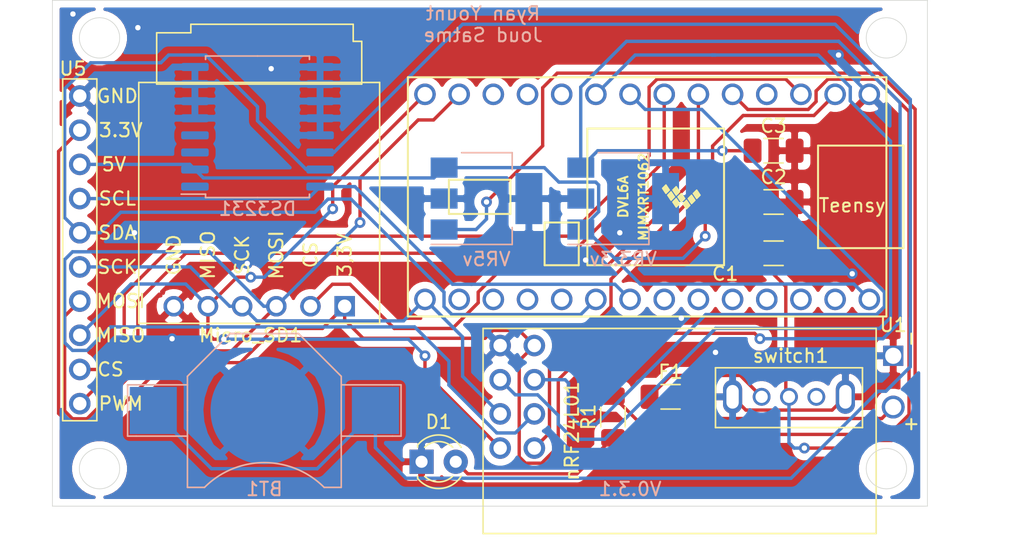
<source format=kicad_pcb>
(kicad_pcb (version 20171130) (host pcbnew "(5.1.12)-1")

  (general
    (thickness 1.6)
    (drawings 14)
    (tracks 311)
    (zones 0)
    (modules 16)
    (nets 39)
  )

  (page A4)
  (layers
    (0 F.Cu signal)
    (31 B.Cu signal)
    (32 B.Adhes user)
    (33 F.Adhes user)
    (34 B.Paste user)
    (35 F.Paste user)
    (36 B.SilkS user)
    (37 F.SilkS user)
    (38 B.Mask user)
    (39 F.Mask user)
    (40 Dwgs.User user)
    (41 Cmts.User user)
    (42 Eco1.User user)
    (43 Eco2.User user)
    (44 Edge.Cuts user)
    (45 Margin user)
    (46 B.CrtYd user)
    (47 F.CrtYd user)
    (48 B.Fab user)
    (49 F.Fab user)
  )

  (setup
    (last_trace_width 0.25)
    (trace_clearance 0.2)
    (zone_clearance 0.508)
    (zone_45_only no)
    (trace_min 0.2)
    (via_size 0.8)
    (via_drill 0.4)
    (via_min_size 0.4)
    (via_min_drill 0.3)
    (uvia_size 0.3)
    (uvia_drill 0.1)
    (uvias_allowed no)
    (uvia_min_size 0.2)
    (uvia_min_drill 0.1)
    (edge_width 0.05)
    (segment_width 0.2)
    (pcb_text_width 0.3)
    (pcb_text_size 1.5 1.5)
    (mod_edge_width 0.12)
    (mod_text_size 1 1)
    (mod_text_width 0.15)
    (pad_size 1.524 1.524)
    (pad_drill 0.762)
    (pad_to_mask_clearance 0)
    (aux_axis_origin 0 0)
    (visible_elements 7FFFFFFF)
    (pcbplotparams
      (layerselection 0x010fc_ffffffff)
      (usegerberextensions false)
      (usegerberattributes true)
      (usegerberadvancedattributes true)
      (creategerberjobfile true)
      (excludeedgelayer true)
      (linewidth 0.100000)
      (plotframeref false)
      (viasonmask false)
      (mode 1)
      (useauxorigin false)
      (hpglpennumber 1)
      (hpglpenspeed 20)
      (hpglpendiameter 15.000000)
      (psnegative false)
      (psa4output false)
      (plotreference true)
      (plotvalue true)
      (plotinvisibletext false)
      (padsonsilk false)
      (subtractmaskfromsilk false)
      (outputformat 1)
      (mirror false)
      (drillshape 1)
      (scaleselection 1)
      (outputdirectory ""))
  )

  (net 0 "")
  (net 1 GND)
  (net 2 "Net-(C1-Pad1)")
  (net 3 "Net-(C2-Pad1)")
  (net 4 "Net-(C3-Pad1)")
  (net 5 "Net-(D1-Pad2)")
  (net 6 "Net-(F1-Pad1)")
  (net 7 "Net-(F1-Pad2)")
  (net 8 "Net-(Micro_SD1-Pad4)")
  (net 9 "Net-(Micro_SD1-Pad3)")
  (net 10 "Net-(Micro_SD1-Pad2)")
  (net 11 "Net-(R1-Pad2)")
  (net 12 "Net-(switch1-Pad3)")
  (net 13 "Net-(U2-Pad25)")
  (net 14 "Net-(U2-Pad26)")
  (net 15 "Net-(U2-Pad9)")
  (net 16 "Net-(U2-Pad8)")
  (net 17 "Net-(U2-Pad7)")
  (net 18 "Net-(U2-Pad3)")
  (net 19 "Net-(U2-Pad2)")
  (net 20 "Net-(BT1-Pad1)")
  (net 21 "Net-(U7-Pad1)")
  (net 22 "Net-(U7-Pad3)")
  (net 23 "Net-(U7-Pad4)")
  (net 24 "Net-(U2-Pad11)")
  (net 25 "Net-(U2-Pad12)")
  (net 26 "Net-(U2-Pad32)")
  (net 27 "Net-(U2-Pad28)")
  (net 28 "Net-(U2-Pad23)")
  (net 29 "Net-(U2-Pad30)")
  (net 30 "Net-(U2-Pad27)")
  (net 31 "Net-(U2-Pad24)")
  (net 32 "Net-(U2-Pad21)")
  (net 33 "Net-(U2-Pad29)")
  (net 34 "Net-(U2-Pad4)")
  (net 35 "Net-(U2-Pad10)")
  (net 36 "Net-(U2-Pad31)")
  (net 37 "Net-(U2-Pad22)")
  (net 38 "Net-(Micro_SD1-Pad5)")

  (net_class Default "This is the default net class."
    (clearance 0.2)
    (trace_width 0.25)
    (via_dia 0.8)
    (via_drill 0.4)
    (uvia_dia 0.3)
    (uvia_drill 0.1)
    (add_net GND)
    (add_net "Net-(BT1-Pad1)")
    (add_net "Net-(C1-Pad1)")
    (add_net "Net-(C2-Pad1)")
    (add_net "Net-(C3-Pad1)")
    (add_net "Net-(D1-Pad2)")
    (add_net "Net-(F1-Pad1)")
    (add_net "Net-(F1-Pad2)")
    (add_net "Net-(Micro_SD1-Pad2)")
    (add_net "Net-(Micro_SD1-Pad3)")
    (add_net "Net-(Micro_SD1-Pad4)")
    (add_net "Net-(Micro_SD1-Pad5)")
    (add_net "Net-(R1-Pad2)")
    (add_net "Net-(U2-Pad10)")
    (add_net "Net-(U2-Pad11)")
    (add_net "Net-(U2-Pad12)")
    (add_net "Net-(U2-Pad2)")
    (add_net "Net-(U2-Pad21)")
    (add_net "Net-(U2-Pad22)")
    (add_net "Net-(U2-Pad23)")
    (add_net "Net-(U2-Pad24)")
    (add_net "Net-(U2-Pad25)")
    (add_net "Net-(U2-Pad26)")
    (add_net "Net-(U2-Pad27)")
    (add_net "Net-(U2-Pad28)")
    (add_net "Net-(U2-Pad29)")
    (add_net "Net-(U2-Pad3)")
    (add_net "Net-(U2-Pad30)")
    (add_net "Net-(U2-Pad31)")
    (add_net "Net-(U2-Pad32)")
    (add_net "Net-(U2-Pad4)")
    (add_net "Net-(U2-Pad7)")
    (add_net "Net-(U2-Pad8)")
    (add_net "Net-(U2-Pad9)")
    (add_net "Net-(U7-Pad1)")
    (add_net "Net-(U7-Pad3)")
    (add_net "Net-(U7-Pad4)")
    (add_net "Net-(switch1-Pad3)")
  )

  (module custom:small_microSD_v2 (layer B.Cu) (tedit 60B7DCFC) (tstamp 62A7EF33)
    (at 132.588 111.252)
    (path /62911122)
    (fp_text reference Micro_SD1 (at 0 -1.016) (layer F.SilkS)
      (effects (font (size 1 1) (thickness 0.15)))
    )
    (fp_text value microSD_small (at 0.508 -21.336 -180) (layer F.Fab)
      (effects (font (size 1 1) (thickness 0.15)))
    )
    (fp_line (start 7.62 -22.86) (end 7.62 -24.13) (layer F.SilkS) (width 0.12))
    (fp_line (start 7.62 -24.13) (end -4.445 -24.13) (layer F.SilkS) (width 0.12))
    (fp_line (start -8.315 -19.805) (end 9.585 -19.805) (layer F.SilkS) (width 0.12))
    (fp_line (start -8.315 -1.905) (end -8.315 -19.805) (layer F.SilkS) (width 0.12))
    (fp_line (start 9.585 -1.905) (end -8.315 -1.905) (layer F.SilkS) (width 0.12))
    (fp_line (start -6.985 -19.685) (end -6.985 -23.495) (layer F.SilkS) (width 0.12))
    (fp_line (start 8.255 -22.86) (end 7.62 -22.86) (layer F.SilkS) (width 0.12))
    (fp_line (start 8.255 -19.685) (end 8.255 -22.86) (layer F.SilkS) (width 0.12))
    (fp_line (start -4.445 -24.13) (end -4.445 -23.495) (layer F.SilkS) (width 0.12))
    (fp_line (start 9.585 -1.905) (end 9.585 -19.805) (layer F.SilkS) (width 0.12))
    (fp_line (start 8.255 -19.685) (end -6.985 -19.685) (layer F.SilkS) (width 0.12))
    (fp_line (start -4.445 -23.495) (end -6.985 -23.495) (layer F.SilkS) (width 0.12))
    (fp_text user GND (at -5.715 -6.985 -90) (layer F.SilkS)
      (effects (font (size 1 1) (thickness 0.15)))
    )
    (fp_text user SCK (at -0.635 -6.985 -90) (layer F.SilkS)
      (effects (font (size 1 1) (thickness 0.15)))
    )
    (fp_text user 3,3V (at 6.985 -6.985 -90) (layer F.SilkS)
      (effects (font (size 1 1) (thickness 0.15)))
    )
    (fp_text user MOSI (at 1.905 -6.985 -90) (layer F.SilkS)
      (effects (font (size 1 1) (thickness 0.15)))
    )
    (fp_text user CS (at 4.445 -6.985 -90) (layer F.SilkS)
      (effects (font (size 1 1) (thickness 0.15)))
    )
    (fp_text user MISO (at -3.175 -6.985 -90) (layer F.SilkS)
      (effects (font (size 1 1) (thickness 0.15)))
    )
    (pad 6 thru_hole circle (at -5.715 -3.175) (size 1.524 1.524) (drill 1) (layers *.Cu *.Mask)
      (net 1 GND))
    (pad 4 thru_hole circle (at -0.635 -3.175) (size 1.524 1.524) (drill 1) (layers *.Cu *.Mask)
      (net 8 "Net-(Micro_SD1-Pad4)"))
    (pad 3 thru_hole circle (at 1.905 -3.175) (size 1.524 1.524) (drill 1) (layers *.Cu *.Mask)
      (net 9 "Net-(Micro_SD1-Pad3)"))
    (pad 1 thru_hole rect (at 6.985 -3.175) (size 1.524 1.524) (drill 1) (layers *.Cu *.Mask)
      (net 4 "Net-(C3-Pad1)"))
    (pad 2 thru_hole circle (at 4.445 -3.175) (size 1.524 1.524) (drill 1) (layers *.Cu *.Mask)
      (net 10 "Net-(Micro_SD1-Pad2)"))
    (pad 5 thru_hole circle (at -3.175 -3.175) (size 1.524 1.524) (drill 1) (layers *.Cu *.Mask)
      (net 38 "Net-(Micro_SD1-Pad5)"))
  )

  (module custom:top_rail (layer F.Cu) (tedit 5F69317C) (tstamp 62A7EFED)
    (at 119.888 105.156 90)
    (path /629135F7)
    (fp_text reference U5 (at 14.732 -0.508 180) (layer F.SilkS)
      (effects (font (size 1 1) (thickness 0.15)))
    )
    (fp_text value main_board_top_rail (at 0 -5.08 90) (layer F.Fab)
      (effects (font (size 1 1) (thickness 0.15)))
    )
    (fp_line (start 13.97 -1.27) (end -8.89 -1.27) (layer F.SilkS) (width 0.12))
    (fp_line (start 13.97 1.27) (end 13.97 -1.27) (layer F.SilkS) (width 0.12))
    (fp_line (start -8.89 1.27) (end 13.97 1.27) (layer F.SilkS) (width 0.12))
    (fp_line (start -8.89 -1.27) (end -11.43 -1.27) (layer F.SilkS) (width 0.12))
    (fp_line (start -11.43 -1.27) (end -11.43 1.27) (layer F.SilkS) (width 0.12))
    (fp_line (start -11.43 1.27) (end -8.89 1.27) (layer F.SilkS) (width 0.12))
    (fp_text user PWM (at -10.16 3.048) (layer F.SilkS)
      (effects (font (size 1 1) (thickness 0.15)))
    )
    (fp_text user GND (at 12.7 2.794) (layer F.SilkS)
      (effects (font (size 1 1) (thickness 0.15)))
    )
    (fp_text user 3.3V (at 10.16 3.048) (layer F.SilkS)
      (effects (font (size 1 1) (thickness 0.15)))
    )
    (fp_text user 5V (at 7.62 2.54) (layer F.SilkS)
      (effects (font (size 1 1) (thickness 0.15)))
    )
    (fp_text user SCL (at 5.08 2.794) (layer F.SilkS)
      (effects (font (size 1 1) (thickness 0.15)))
    )
    (fp_text user SDA (at 2.54 2.794) (layer F.SilkS)
      (effects (font (size 1 1) (thickness 0.15)))
    )
    (fp_text user SCK (at 0 2.794) (layer F.SilkS)
      (effects (font (size 1 1) (thickness 0.15)))
    )
    (fp_text user MOSI (at -2.54 3.048) (layer F.SilkS)
      (effects (font (size 1 1) (thickness 0.15)))
    )
    (fp_text user MISO (at -5.08 3.048) (layer F.SilkS)
      (effects (font (size 1 1) (thickness 0.15)))
    )
    (fp_text user CS (at -7.62 2.286) (layer F.SilkS)
      (effects (font (size 1 1) (thickness 0.15)))
    )
    (pad 10 thru_hole circle (at -10.16 0 90) (size 1.6 1.6) (drill 1) (layers *.Cu *.Mask)
      (net 17 "Net-(U2-Pad7)"))
    (pad 9 thru_hole circle (at 12.7 0 90) (size 1.6 1.6) (drill 1) (layers *.Cu *.Mask)
      (net 1 GND))
    (pad 8 thru_hole circle (at 10.16 0 90) (size 1.6 1.6) (drill 1) (layers *.Cu *.Mask)
      (net 4 "Net-(C3-Pad1)"))
    (pad 7 thru_hole circle (at 7.62 0 90) (size 1.6 1.6) (drill 1) (layers *.Cu *.Mask)
      (net 3 "Net-(C2-Pad1)"))
    (pad 6 thru_hole circle (at 5.08 0 90) (size 1.6 1.6) (drill 1) (layers *.Cu *.Mask)
      (net 14 "Net-(U2-Pad26)"))
    (pad 5 thru_hole circle (at 2.54 0 90) (size 1.6 1.6) (drill 1) (layers *.Cu *.Mask)
      (net 13 "Net-(U2-Pad25)"))
    (pad 4 thru_hole circle (at 0 0 90) (size 1.6 1.6) (drill 1) (layers *.Cu *.Mask)
      (net 8 "Net-(Micro_SD1-Pad4)"))
    (pad 3 thru_hole circle (at -2.54 0 90) (size 1.6 1.6) (drill 1) (layers *.Cu *.Mask)
      (net 9 "Net-(Micro_SD1-Pad3)"))
    (pad 2 thru_hole circle (at -5.08 0 90) (size 1.6 1.6) (drill 1) (layers *.Cu *.Mask)
      (net 38 "Net-(Micro_SD1-Pad5)"))
    (pad 1 thru_hole circle (at -7.62 0 90) (size 1.6 1.6) (drill 1) (layers *.Cu *.Mask)
      (net 18 "Net-(U2-Pad3)"))
  )

  (module Package_TO_SOT_SMD:SOT-223-3_TabPin2 (layer B.Cu) (tedit 5A02FF57) (tstamp 62AC9588)
    (at 160.274 100.076)
    (descr "module CMS SOT223 4 pins")
    (tags "CMS SOT")
    (path /62B2EE61)
    (attr smd)
    (fp_text reference VR3.3v (at 0 4.5) (layer B.SilkS)
      (effects (font (size 1 1) (thickness 0.15)) (justify mirror))
    )
    (fp_text value AP7361C-33E (at 0 -4.5) (layer B.Fab)
      (effects (font (size 1 1) (thickness 0.15)) (justify mirror))
    )
    (fp_line (start 1.91 -3.41) (end 1.91 -2.15) (layer B.SilkS) (width 0.12))
    (fp_line (start 1.91 3.41) (end 1.91 2.15) (layer B.SilkS) (width 0.12))
    (fp_line (start 4.4 3.6) (end -4.4 3.6) (layer B.CrtYd) (width 0.05))
    (fp_line (start 4.4 -3.6) (end 4.4 3.6) (layer B.CrtYd) (width 0.05))
    (fp_line (start -4.4 -3.6) (end 4.4 -3.6) (layer B.CrtYd) (width 0.05))
    (fp_line (start -4.4 3.6) (end -4.4 -3.6) (layer B.CrtYd) (width 0.05))
    (fp_line (start -1.85 2.35) (end -0.85 3.35) (layer B.Fab) (width 0.1))
    (fp_line (start -1.85 2.35) (end -1.85 -3.35) (layer B.Fab) (width 0.1))
    (fp_line (start -1.85 -3.41) (end 1.91 -3.41) (layer B.SilkS) (width 0.12))
    (fp_line (start -0.85 3.35) (end 1.85 3.35) (layer B.Fab) (width 0.1))
    (fp_line (start -4.1 3.41) (end 1.91 3.41) (layer B.SilkS) (width 0.12))
    (fp_line (start -1.85 -3.35) (end 1.85 -3.35) (layer B.Fab) (width 0.1))
    (fp_line (start 1.85 3.35) (end 1.85 -3.35) (layer B.Fab) (width 0.1))
    (fp_text user %R (at 0 0 -90) (layer B.Fab)
      (effects (font (size 0.8 0.8) (thickness 0.12)) (justify mirror))
    )
    (pad 1 smd rect (at -3.15 2.3) (size 2 1.5) (layers B.Cu B.Paste B.Mask)
      (net 3 "Net-(C2-Pad1)"))
    (pad 3 smd rect (at -3.15 -2.3) (size 2 1.5) (layers B.Cu B.Paste B.Mask)
      (net 4 "Net-(C3-Pad1)"))
    (pad 2 smd rect (at -3.15 0) (size 2 1.5) (layers B.Cu B.Paste B.Mask)
      (net 1 GND))
    (pad 2 smd rect (at 3.15 0) (size 2 3.8) (layers B.Cu B.Paste B.Mask)
      (net 1 GND))
    (model ${KISYS3DMOD}/Package_TO_SOT_SMD.3dshapes/SOT-223.wrl
      (at (xyz 0 0 0))
      (scale (xyz 1 1 1))
      (rotate (xyz 0 0 0))
    )
  )

  (module Package_TO_SOT_SMD:SOT-223-3_TabPin2 (layer B.Cu) (tedit 5A02FF57) (tstamp 62AC9572)
    (at 150.114 100.076)
    (descr "module CMS SOT223 4 pins")
    (tags "CMS SOT")
    (path /62B2E2F7)
    (attr smd)
    (fp_text reference VR5v (at 0 4.5) (layer B.SilkS)
      (effects (font (size 1 1) (thickness 0.15)) (justify mirror))
    )
    (fp_text value AP7361C-33E (at 0 -4.5) (layer B.Fab)
      (effects (font (size 1 1) (thickness 0.15)) (justify mirror))
    )
    (fp_line (start 1.85 3.35) (end 1.85 -3.35) (layer B.Fab) (width 0.1))
    (fp_line (start -1.85 -3.35) (end 1.85 -3.35) (layer B.Fab) (width 0.1))
    (fp_line (start -4.1 3.41) (end 1.91 3.41) (layer B.SilkS) (width 0.12))
    (fp_line (start -0.85 3.35) (end 1.85 3.35) (layer B.Fab) (width 0.1))
    (fp_line (start -1.85 -3.41) (end 1.91 -3.41) (layer B.SilkS) (width 0.12))
    (fp_line (start -1.85 2.35) (end -1.85 -3.35) (layer B.Fab) (width 0.1))
    (fp_line (start -1.85 2.35) (end -0.85 3.35) (layer B.Fab) (width 0.1))
    (fp_line (start -4.4 3.6) (end -4.4 -3.6) (layer B.CrtYd) (width 0.05))
    (fp_line (start -4.4 -3.6) (end 4.4 -3.6) (layer B.CrtYd) (width 0.05))
    (fp_line (start 4.4 -3.6) (end 4.4 3.6) (layer B.CrtYd) (width 0.05))
    (fp_line (start 4.4 3.6) (end -4.4 3.6) (layer B.CrtYd) (width 0.05))
    (fp_line (start 1.91 3.41) (end 1.91 2.15) (layer B.SilkS) (width 0.12))
    (fp_line (start 1.91 -3.41) (end 1.91 -2.15) (layer B.SilkS) (width 0.12))
    (fp_text user %R (at 0 0 -90) (layer B.Fab)
      (effects (font (size 0.8 0.8) (thickness 0.12)) (justify mirror))
    )
    (pad 2 smd rect (at 3.15 0) (size 2 3.8) (layers B.Cu B.Paste B.Mask)
      (net 1 GND))
    (pad 2 smd rect (at -3.15 0) (size 2 1.5) (layers B.Cu B.Paste B.Mask)
      (net 1 GND))
    (pad 3 smd rect (at -3.15 -2.3) (size 2 1.5) (layers B.Cu B.Paste B.Mask)
      (net 3 "Net-(C2-Pad1)"))
    (pad 1 smd rect (at -3.15 2.3) (size 2 1.5) (layers B.Cu B.Paste B.Mask)
      (net 2 "Net-(C1-Pad1)"))
    (model ${KISYS3DMOD}/Package_TO_SOT_SMD.3dshapes/SOT-223.wrl
      (at (xyz 0 0 0))
      (scale (xyz 1 1 1))
      (rotate (xyz 0 0 0))
    )
  )

  (module custom:grounded_switch (layer F.Cu) (tedit 5F6E12A6) (tstamp 62A7EF51)
    (at 172.593 109.728)
    (path /629E7EFF)
    (fp_text reference switch1 (at 0.127 2.032) (layer F.SilkS)
      (effects (font (size 1 1) (thickness 0.15)))
    )
    (fp_text value grounded_DIP_switch (at 0.635 8.128) (layer F.Fab)
      (effects (font (size 1 1) (thickness 0.15)))
    )
    (fp_line (start -5.461 2.921) (end -5.461 7.366) (layer F.SilkS) (width 0.12))
    (fp_line (start 5.461 2.921) (end 5.461 7.366) (layer F.SilkS) (width 0.12))
    (fp_line (start -5.461 7.366) (end 5.461 7.366) (layer F.SilkS) (width 0.12))
    (fp_line (start -5.461 2.921) (end 5.461 2.921) (layer F.SilkS) (width 0.12))
    (pad 1 thru_hole circle (at -2.032 5.08) (size 1.324 1.324) (drill 0.914) (layers *.Cu *.Mask)
      (net 6 "Net-(F1-Pad1)"))
    (pad 2 thru_hole circle (at 0 5.08) (size 1.324 1.324) (drill 0.914) (layers *.Cu *.Mask)
      (net 2 "Net-(C1-Pad1)"))
    (pad 3 thru_hole circle (at 2.032 5.08) (size 1.324 1.324) (drill 0.914) (layers *.Cu *.Mask)
      (net 12 "Net-(switch1-Pad3)"))
    (pad 4 thru_hole oval (at -4.191 5.08 90) (size 2.524 1.424) (drill oval 1.76 0.914) (layers *.Cu *.Mask)
      (net 1 GND))
    (pad 5 thru_hole oval (at 4.191 5.08 90) (size 2.524 1.424) (drill oval 1.76 0.914) (layers *.Cu *.Mask)
      (net 1 GND))
  )

  (module Capacitor_SMD:C_1206_3216Metric_Pad1.33x1.80mm_HandSolder (layer F.Cu) (tedit 5F68FEEF) (tstamp 62A7EED1)
    (at 171.45 104.14)
    (descr "Capacitor SMD 1206 (3216 Metric), square (rectangular) end terminal, IPC_7351 nominal with elongated pad for handsoldering. (Body size source: IPC-SM-782 page 76, https://www.pcb-3d.com/wordpress/wp-content/uploads/ipc-sm-782a_amendment_1_and_2.pdf), generated with kicad-footprint-generator")
    (tags "capacitor handsolder")
    (path /62AA8A79)
    (attr smd)
    (fp_text reference C1 (at -3.5945 1.524) (layer F.SilkS)
      (effects (font (size 1 1) (thickness 0.15)))
    )
    (fp_text value C (at 0 1.85) (layer F.Fab)
      (effects (font (size 1 1) (thickness 0.15)))
    )
    (fp_line (start -1.6 0.8) (end -1.6 -0.8) (layer F.Fab) (width 0.1))
    (fp_line (start -1.6 -0.8) (end 1.6 -0.8) (layer F.Fab) (width 0.1))
    (fp_line (start 1.6 -0.8) (end 1.6 0.8) (layer F.Fab) (width 0.1))
    (fp_line (start 1.6 0.8) (end -1.6 0.8) (layer F.Fab) (width 0.1))
    (fp_line (start -0.711252 -0.91) (end 0.711252 -0.91) (layer F.SilkS) (width 0.12))
    (fp_line (start -0.711252 0.91) (end 0.711252 0.91) (layer F.SilkS) (width 0.12))
    (fp_line (start -2.48 1.15) (end -2.48 -1.15) (layer F.CrtYd) (width 0.05))
    (fp_line (start -2.48 -1.15) (end 2.48 -1.15) (layer F.CrtYd) (width 0.05))
    (fp_line (start 2.48 -1.15) (end 2.48 1.15) (layer F.CrtYd) (width 0.05))
    (fp_line (start 2.48 1.15) (end -2.48 1.15) (layer F.CrtYd) (width 0.05))
    (fp_text user %R (at 0 0) (layer F.Fab)
      (effects (font (size 0.8 0.8) (thickness 0.12)))
    )
    (pad 2 smd roundrect (at 1.5625 0) (size 1.325 1.8) (layers F.Cu F.Paste F.Mask) (roundrect_rratio 0.188679)
      (net 1 GND))
    (pad 1 smd roundrect (at -1.5625 0) (size 1.325 1.8) (layers F.Cu F.Paste F.Mask) (roundrect_rratio 0.188679)
      (net 2 "Net-(C1-Pad1)"))
    (model ${KISYS3DMOD}/Capacitor_SMD.3dshapes/C_1206_3216Metric.wrl
      (at (xyz 0 0 0))
      (scale (xyz 1 1 1))
      (rotate (xyz 0 0 0))
    )
  )

  (module Capacitor_SMD:C_1206_3216Metric_Pad1.33x1.80mm_HandSolder (layer F.Cu) (tedit 5F68FEEF) (tstamp 62A7EEE2)
    (at 171.45 100.33)
    (descr "Capacitor SMD 1206 (3216 Metric), square (rectangular) end terminal, IPC_7351 nominal with elongated pad for handsoldering. (Body size source: IPC-SM-782 page 76, https://www.pcb-3d.com/wordpress/wp-content/uploads/ipc-sm-782a_amendment_1_and_2.pdf), generated with kicad-footprint-generator")
    (tags "capacitor handsolder")
    (path /62AA97E3)
    (attr smd)
    (fp_text reference C2 (at 0 -1.85) (layer F.SilkS)
      (effects (font (size 1 1) (thickness 0.15)))
    )
    (fp_text value C (at 0 1.85) (layer F.Fab)
      (effects (font (size 1 1) (thickness 0.15)))
    )
    (fp_line (start 2.48 1.15) (end -2.48 1.15) (layer F.CrtYd) (width 0.05))
    (fp_line (start 2.48 -1.15) (end 2.48 1.15) (layer F.CrtYd) (width 0.05))
    (fp_line (start -2.48 -1.15) (end 2.48 -1.15) (layer F.CrtYd) (width 0.05))
    (fp_line (start -2.48 1.15) (end -2.48 -1.15) (layer F.CrtYd) (width 0.05))
    (fp_line (start -0.711252 0.91) (end 0.711252 0.91) (layer F.SilkS) (width 0.12))
    (fp_line (start -0.711252 -0.91) (end 0.711252 -0.91) (layer F.SilkS) (width 0.12))
    (fp_line (start 1.6 0.8) (end -1.6 0.8) (layer F.Fab) (width 0.1))
    (fp_line (start 1.6 -0.8) (end 1.6 0.8) (layer F.Fab) (width 0.1))
    (fp_line (start -1.6 -0.8) (end 1.6 -0.8) (layer F.Fab) (width 0.1))
    (fp_line (start -1.6 0.8) (end -1.6 -0.8) (layer F.Fab) (width 0.1))
    (fp_text user %R (at 0 0) (layer F.Fab)
      (effects (font (size 0.8 0.8) (thickness 0.12)))
    )
    (pad 1 smd roundrect (at -1.5625 0) (size 1.325 1.8) (layers F.Cu F.Paste F.Mask) (roundrect_rratio 0.188679)
      (net 3 "Net-(C2-Pad1)"))
    (pad 2 smd roundrect (at 1.5625 0) (size 1.325 1.8) (layers F.Cu F.Paste F.Mask) (roundrect_rratio 0.188679)
      (net 1 GND))
    (model ${KISYS3DMOD}/Capacitor_SMD.3dshapes/C_1206_3216Metric.wrl
      (at (xyz 0 0 0))
      (scale (xyz 1 1 1))
      (rotate (xyz 0 0 0))
    )
  )

  (module Capacitor_SMD:C_1206_3216Metric_Pad1.33x1.80mm_HandSolder (layer F.Cu) (tedit 5F68FEEF) (tstamp 62A7EEF3)
    (at 171.45 96.52)
    (descr "Capacitor SMD 1206 (3216 Metric), square (rectangular) end terminal, IPC_7351 nominal with elongated pad for handsoldering. (Body size source: IPC-SM-782 page 76, https://www.pcb-3d.com/wordpress/wp-content/uploads/ipc-sm-782a_amendment_1_and_2.pdf), generated with kicad-footprint-generator")
    (tags "capacitor handsolder")
    (path /62AAA1A5)
    (attr smd)
    (fp_text reference C3 (at 0 -1.85) (layer F.SilkS)
      (effects (font (size 1 1) (thickness 0.15)))
    )
    (fp_text value C (at 0 1.85) (layer F.Fab)
      (effects (font (size 1 1) (thickness 0.15)))
    )
    (fp_line (start 2.48 1.15) (end -2.48 1.15) (layer F.CrtYd) (width 0.05))
    (fp_line (start 2.48 -1.15) (end 2.48 1.15) (layer F.CrtYd) (width 0.05))
    (fp_line (start -2.48 -1.15) (end 2.48 -1.15) (layer F.CrtYd) (width 0.05))
    (fp_line (start -2.48 1.15) (end -2.48 -1.15) (layer F.CrtYd) (width 0.05))
    (fp_line (start -0.711252 0.91) (end 0.711252 0.91) (layer F.SilkS) (width 0.12))
    (fp_line (start -0.711252 -0.91) (end 0.711252 -0.91) (layer F.SilkS) (width 0.12))
    (fp_line (start 1.6 0.8) (end -1.6 0.8) (layer F.Fab) (width 0.1))
    (fp_line (start 1.6 -0.8) (end 1.6 0.8) (layer F.Fab) (width 0.1))
    (fp_line (start -1.6 -0.8) (end 1.6 -0.8) (layer F.Fab) (width 0.1))
    (fp_line (start -1.6 0.8) (end -1.6 -0.8) (layer F.Fab) (width 0.1))
    (fp_text user %R (at 0 0) (layer F.Fab)
      (effects (font (size 0.8 0.8) (thickness 0.12)))
    )
    (pad 1 smd roundrect (at -1.5625 0) (size 1.325 1.8) (layers F.Cu F.Paste F.Mask) (roundrect_rratio 0.188679)
      (net 4 "Net-(C3-Pad1)"))
    (pad 2 smd roundrect (at 1.5625 0) (size 1.325 1.8) (layers F.Cu F.Paste F.Mask) (roundrect_rratio 0.188679)
      (net 1 GND))
    (model ${KISYS3DMOD}/Capacitor_SMD.3dshapes/C_1206_3216Metric.wrl
      (at (xyz 0 0 0))
      (scale (xyz 1 1 1))
      (rotate (xyz 0 0 0))
    )
  )

  (module LED_THT:LED_D3.0mm (layer F.Cu) (tedit 587A3A7B) (tstamp 62A7EF06)
    (at 145.288 119.634)
    (descr "LED, diameter 3.0mm, 2 pins")
    (tags "LED diameter 3.0mm 2 pins")
    (path /6297D60E)
    (fp_text reference D1 (at 1.27 -2.96) (layer F.SilkS)
      (effects (font (size 1 1) (thickness 0.15)))
    )
    (fp_text value LED (at 1.27 2.96) (layer F.Fab)
      (effects (font (size 1 1) (thickness 0.15)))
    )
    (fp_line (start 3.7 -2.25) (end -1.15 -2.25) (layer F.CrtYd) (width 0.05))
    (fp_line (start 3.7 2.25) (end 3.7 -2.25) (layer F.CrtYd) (width 0.05))
    (fp_line (start -1.15 2.25) (end 3.7 2.25) (layer F.CrtYd) (width 0.05))
    (fp_line (start -1.15 -2.25) (end -1.15 2.25) (layer F.CrtYd) (width 0.05))
    (fp_line (start -0.29 1.08) (end -0.29 1.236) (layer F.SilkS) (width 0.12))
    (fp_line (start -0.29 -1.236) (end -0.29 -1.08) (layer F.SilkS) (width 0.12))
    (fp_line (start -0.23 -1.16619) (end -0.23 1.16619) (layer F.Fab) (width 0.1))
    (fp_circle (center 1.27 0) (end 2.77 0) (layer F.Fab) (width 0.1))
    (fp_arc (start 1.27 0) (end -0.23 -1.16619) (angle 284.3) (layer F.Fab) (width 0.1))
    (fp_arc (start 1.27 0) (end -0.29 -1.235516) (angle 108.8) (layer F.SilkS) (width 0.12))
    (fp_arc (start 1.27 0) (end -0.29 1.235516) (angle -108.8) (layer F.SilkS) (width 0.12))
    (fp_arc (start 1.27 0) (end 0.229039 -1.08) (angle 87.9) (layer F.SilkS) (width 0.12))
    (fp_arc (start 1.27 0) (end 0.229039 1.08) (angle -87.9) (layer F.SilkS) (width 0.12))
    (pad 1 thru_hole rect (at 0 0) (size 1.8 1.8) (drill 0.9) (layers *.Cu *.Mask)
      (net 1 GND))
    (pad 2 thru_hole circle (at 2.54 0) (size 1.8 1.8) (drill 0.9) (layers *.Cu *.Mask)
      (net 5 "Net-(D1-Pad2)"))
    (model ${KISYS3DMOD}/LED_THT.3dshapes/LED_D3.0mm.wrl
      (at (xyz 0 0 0))
      (scale (xyz 1 1 1))
      (rotate (xyz 0 0 0))
    )
  )

  (module Capacitor_SMD:C_1206_3216Metric_Pad1.33x1.80mm_HandSolder (layer F.Cu) (tedit 5F68FEEF) (tstamp 62A7EF17)
    (at 163.7915 114.808)
    (descr "Capacitor SMD 1206 (3216 Metric), square (rectangular) end terminal, IPC_7351 nominal with elongated pad for handsoldering. (Body size source: IPC-SM-782 page 76, https://www.pcb-3d.com/wordpress/wp-content/uploads/ipc-sm-782a_amendment_1_and_2.pdf), generated with kicad-footprint-generator")
    (tags "capacitor handsolder")
    (path /629E72CE)
    (attr smd)
    (fp_text reference F1 (at 0 -1.85) (layer F.SilkS)
      (effects (font (size 1 1) (thickness 0.15)))
    )
    (fp_text value Fuse (at 0 1.85) (layer F.Fab)
      (effects (font (size 1 1) (thickness 0.15)))
    )
    (fp_line (start 2.48 1.15) (end -2.48 1.15) (layer F.CrtYd) (width 0.05))
    (fp_line (start 2.48 -1.15) (end 2.48 1.15) (layer F.CrtYd) (width 0.05))
    (fp_line (start -2.48 -1.15) (end 2.48 -1.15) (layer F.CrtYd) (width 0.05))
    (fp_line (start -2.48 1.15) (end -2.48 -1.15) (layer F.CrtYd) (width 0.05))
    (fp_line (start -0.711252 0.91) (end 0.711252 0.91) (layer F.SilkS) (width 0.12))
    (fp_line (start -0.711252 -0.91) (end 0.711252 -0.91) (layer F.SilkS) (width 0.12))
    (fp_line (start 1.6 0.8) (end -1.6 0.8) (layer F.Fab) (width 0.1))
    (fp_line (start 1.6 -0.8) (end 1.6 0.8) (layer F.Fab) (width 0.1))
    (fp_line (start -1.6 -0.8) (end 1.6 -0.8) (layer F.Fab) (width 0.1))
    (fp_line (start -1.6 0.8) (end -1.6 -0.8) (layer F.Fab) (width 0.1))
    (fp_text user %R (at 0 0) (layer F.Fab)
      (effects (font (size 0.8 0.8) (thickness 0.12)))
    )
    (pad 1 smd roundrect (at -1.5625 0) (size 1.325 1.8) (layers F.Cu F.Paste F.Mask) (roundrect_rratio 0.188679)
      (net 6 "Net-(F1-Pad1)"))
    (pad 2 smd roundrect (at 1.5625 0) (size 1.325 1.8) (layers F.Cu F.Paste F.Mask) (roundrect_rratio 0.188679)
      (net 7 "Net-(F1-Pad2)"))
    (model ${KISYS3DMOD}/Capacitor_SMD.3dshapes/C_1206_3216Metric.wrl
      (at (xyz 0 0 0))
      (scale (xyz 1 1 1))
      (rotate (xyz 0 0 0))
    )
  )

  (module Resistor_SMD:R_1206_3216Metric_Pad1.30x1.75mm_HandSolder (layer F.Cu) (tedit 5F68FEEE) (tstamp 62A7EF44)
    (at 159.512 116.306 90)
    (descr "Resistor SMD 1206 (3216 Metric), square (rectangular) end terminal, IPC_7351 nominal with elongated pad for handsoldering. (Body size source: IPC-SM-782 page 72, https://www.pcb-3d.com/wordpress/wp-content/uploads/ipc-sm-782a_amendment_1_and_2.pdf), generated with kicad-footprint-generator")
    (tags "resistor handsolder")
    (path /629808D5)
    (attr smd)
    (fp_text reference R1 (at 0 -1.82 90) (layer F.SilkS)
      (effects (font (size 1 1) (thickness 0.15)))
    )
    (fp_text value R (at 0 1.82 90) (layer F.Fab)
      (effects (font (size 1 1) (thickness 0.15)))
    )
    (fp_line (start 2.45 1.12) (end -2.45 1.12) (layer F.CrtYd) (width 0.05))
    (fp_line (start 2.45 -1.12) (end 2.45 1.12) (layer F.CrtYd) (width 0.05))
    (fp_line (start -2.45 -1.12) (end 2.45 -1.12) (layer F.CrtYd) (width 0.05))
    (fp_line (start -2.45 1.12) (end -2.45 -1.12) (layer F.CrtYd) (width 0.05))
    (fp_line (start -0.727064 0.91) (end 0.727064 0.91) (layer F.SilkS) (width 0.12))
    (fp_line (start -0.727064 -0.91) (end 0.727064 -0.91) (layer F.SilkS) (width 0.12))
    (fp_line (start 1.6 0.8) (end -1.6 0.8) (layer F.Fab) (width 0.1))
    (fp_line (start 1.6 -0.8) (end 1.6 0.8) (layer F.Fab) (width 0.1))
    (fp_line (start -1.6 -0.8) (end 1.6 -0.8) (layer F.Fab) (width 0.1))
    (fp_line (start -1.6 0.8) (end -1.6 -0.8) (layer F.Fab) (width 0.1))
    (fp_text user %R (at 0 0 90) (layer F.Fab)
      (effects (font (size 0.8 0.8) (thickness 0.12)))
    )
    (pad 1 smd roundrect (at -1.55 0 90) (size 1.3 1.75) (layers F.Cu F.Paste F.Mask) (roundrect_rratio 0.192308)
      (net 5 "Net-(D1-Pad2)"))
    (pad 2 smd roundrect (at 1.55 0 90) (size 1.3 1.75) (layers F.Cu F.Paste F.Mask) (roundrect_rratio 0.192308)
      (net 11 "Net-(R1-Pad2)"))
    (model ${KISYS3DMOD}/Resistor_SMD.3dshapes/R_1206_3216Metric.wrl
      (at (xyz 0 0 0))
      (scale (xyz 1 1 1))
      (rotate (xyz 0 0 0))
    )
  )

  (module custom:XT60PW (layer F.Cu) (tedit 5FB48F3E) (tstamp 62A7EF59)
    (at 182.88 114.3 270)
    (path /629E65AA)
    (fp_text reference U1 (at -4.826 2.54 180) (layer F.SilkS)
      (effects (font (size 1 1) (thickness 0.15)))
    )
    (fp_text value power_input (at 0 -6.35 90) (layer F.Fab)
      (effects (font (size 1 1) (thickness 0.15)))
    )
    (fp_text user + (at 2.54 1.27 90) (layer F.SilkS)
      (effects (font (size 1 1) (thickness 0.15)))
    )
    (fp_text user - (at -3.81 1.27 90) (layer F.SilkS)
      (effects (font (size 1 1) (thickness 0.15)))
    )
    (pad 2 thru_hole circle (at 1.27 2.54 270) (size 1.7 1.7) (drill 1.2) (layers *.Cu *.Mask)
      (net 7 "Net-(F1-Pad2)"))
    (pad 1 thru_hole rect (at -2.54 2.54 270) (size 1.5 1.5) (drill 1.2) (layers *.Cu *.Mask)
      (net 1 GND))
  )

  (module custom:battery_holder_10mm (layer B.Cu) (tedit 5FB48E09) (tstamp 62EDB6D6)
    (at 133.604 115.824)
    (path /62EC8089)
    (fp_text reference BT1 (at 0 5.842) (layer B.SilkS)
      (effects (font (size 1 1) (thickness 0.15)) (justify mirror))
    )
    (fp_text value Battery_Cell (at 0 9.525) (layer B.Fab)
      (effects (font (size 1 1) (thickness 0.15)) (justify mirror))
    )
    (fp_line (start -10.16 -1.905) (end -9.525 -1.905) (layer B.SilkS) (width 0.12))
    (fp_line (start -10.16 1.905) (end -10.16 -1.905) (layer B.SilkS) (width 0.12))
    (fp_line (start -9.525 1.905) (end -10.16 1.905) (layer B.SilkS) (width 0.12))
    (fp_line (start 10.16 -1.905) (end 9.525 -1.905) (layer B.SilkS) (width 0.12))
    (fp_line (start 10.16 1.905) (end 10.16 -1.905) (layer B.SilkS) (width 0.12))
    (fp_line (start 9.525 1.905) (end 10.16 1.905) (layer B.SilkS) (width 0.12))
    (fp_line (start -9.525 -1.905) (end -5.715 -1.905) (layer B.SilkS) (width 0.12))
    (fp_line (start -5.715 1.905) (end -9.525 1.905) (layer B.SilkS) (width 0.12))
    (fp_line (start 9.525 -1.905) (end 5.715 -1.905) (layer B.SilkS) (width 0.12))
    (fp_line (start 5.715 1.905) (end 9.525 1.905) (layer B.SilkS) (width 0.12))
    (fp_line (start 5.715 5.715) (end 5.715 -2.54) (layer B.SilkS) (width 0.12))
    (fp_line (start -5.715 0) (end -5.715 -2.54) (layer B.SilkS) (width 0.12))
    (fp_line (start -2.54 -5.715) (end -5.715 -2.54) (layer B.SilkS) (width 0.12))
    (fp_line (start 2.54 -5.715) (end 5.715 -2.54) (layer B.SilkS) (width 0.12))
    (fp_line (start -2.54 -5.715) (end 2.54 -5.715) (layer B.SilkS) (width 0.12))
    (fp_line (start 0 -5.715) (end -2.54 -5.715) (layer B.SilkS) (width 0.12))
    (fp_line (start -5.715 5.715) (end -4.445 5.715) (layer B.SilkS) (width 0.12))
    (fp_line (start 5.715 5.715) (end 4.445 5.715) (layer B.SilkS) (width 0.12))
    (fp_line (start -5.715 0) (end -5.715 5.715) (layer B.SilkS) (width 0.12))
    (fp_circle (center 0 0) (end -5.08 0.635) (layer Dwgs.User) (width 0.12))
    (fp_arc (start 0 10.16) (end -4.444999 5.715001) (angle 90) (layer B.SilkS) (width 0.12))
    (pad 1 smd rect (at 8.255 0 90) (size 3.5 3.5) (layers B.Cu B.Mask)
      (net 20 "Net-(BT1-Pad1)"))
    (pad 1 smd rect (at -8.255 0 90) (size 3.5 3.5) (layers B.Cu B.Mask)
      (net 20 "Net-(BT1-Pad1)"))
    (pad 2 smd circle (at 0 0 90) (size 8 8) (layers B.Cu B.Mask)
      (net 1 GND))
  )

  (module custom:nRF24L01+ (layer B.Cu) (tedit 5F68E937) (tstamp 62EDB6E6)
    (at 162.56 117.348 90)
    (path /62C72ED1)
    (fp_text reference nRF24L01 (at 0 -6.096 270) (layer F.SilkS)
      (effects (font (size 1 1) (thickness 0.15)))
    )
    (fp_text value nRF24L01+ (at 0 3.81 270) (layer B.Fab)
      (effects (font (size 1 1) (thickness 0.15)) (justify mirror))
    )
    (fp_line (start -7.62 16.51) (end 7.62 16.51) (layer F.SilkS) (width 0.12))
    (fp_line (start 7.62 16.51) (end 7.62 -12.7) (layer F.SilkS) (width 0.12))
    (fp_line (start 7.62 -12.7) (end -7.62 -12.7) (layer F.SilkS) (width 0.12))
    (fp_line (start -7.62 -12.7) (end -7.62 16.51) (layer F.SilkS) (width 0.12))
    (pad 8 thru_hole circle (at -1.27 -11.43 90) (size 1.6 1.6) (drill 1) (layers *.Cu *.Mask)
      (net 38 "Net-(Micro_SD1-Pad5)"))
    (pad 4 thru_hole circle (at -1.27 -8.89 90) (size 1.6 1.6) (drill 1) (layers *.Cu *.Mask)
      (net 19 "Net-(U2-Pad2)"))
    (pad 1 thru_hole circle (at 6.35 -8.89 90) (size 1.6 1.6) (drill 1) (layers *.Cu *.Mask)
      (net 4 "Net-(C3-Pad1)"))
    (pad 2 thru_hole circle (at 3.81 -8.89 90) (size 1.6 1.6) (drill 1) (layers *.Cu *.Mask)
      (net 16 "Net-(U2-Pad8)"))
    (pad 6 thru_hole circle (at 3.81 -11.43 90) (size 1.6 1.6) (drill 1) (layers *.Cu *.Mask)
      (net 15 "Net-(U2-Pad9)"))
    (pad 5 thru_hole circle (at 6.35 -11.43 90) (size 1.6 1.6) (drill 1) (layers *.Cu *.Mask)
      (net 1 GND))
    (pad 7 thru_hole circle (at 1.27 -11.43 90) (size 1.6 1.6) (drill 1) (layers *.Cu *.Mask)
      (net 8 "Net-(Micro_SD1-Pad4)"))
    (pad 3 thru_hole circle (at 1.27 -8.89 90) (size 1.6 1.6) (drill 1) (layers *.Cu *.Mask)
      (net 9 "Net-(Micro_SD1-Pad3)"))
  )

  (module Package_SO:SOIC-16W_7.5x10.3mm_P1.27mm (layer B.Cu) (tedit 5D9F72B1) (tstamp 62EDB70D)
    (at 133.096 94.742)
    (descr "SOIC, 16 Pin (JEDEC MS-013AA, https://www.analog.com/media/en/package-pcb-resources/package/pkg_pdf/soic_wide-rw/rw_16.pdf), generated with kicad-footprint-generator ipc_gullwing_generator.py")
    (tags "SOIC SO")
    (path /62EC2776)
    (attr smd)
    (fp_text reference DS3231 (at 0 6.1) (layer B.SilkS)
      (effects (font (size 1 1) (thickness 0.15)) (justify mirror))
    )
    (fp_text value DS3231M (at 0 -6.1) (layer B.Fab)
      (effects (font (size 1 1) (thickness 0.15)) (justify mirror))
    )
    (fp_line (start 5.93 5.4) (end -5.93 5.4) (layer B.CrtYd) (width 0.05))
    (fp_line (start 5.93 -5.4) (end 5.93 5.4) (layer B.CrtYd) (width 0.05))
    (fp_line (start -5.93 -5.4) (end 5.93 -5.4) (layer B.CrtYd) (width 0.05))
    (fp_line (start -5.93 5.4) (end -5.93 -5.4) (layer B.CrtYd) (width 0.05))
    (fp_line (start -3.75 4.15) (end -2.75 5.15) (layer B.Fab) (width 0.1))
    (fp_line (start -3.75 -5.15) (end -3.75 4.15) (layer B.Fab) (width 0.1))
    (fp_line (start 3.75 -5.15) (end -3.75 -5.15) (layer B.Fab) (width 0.1))
    (fp_line (start 3.75 5.15) (end 3.75 -5.15) (layer B.Fab) (width 0.1))
    (fp_line (start -2.75 5.15) (end 3.75 5.15) (layer B.Fab) (width 0.1))
    (fp_line (start -3.86 5.005) (end -5.675 5.005) (layer B.SilkS) (width 0.12))
    (fp_line (start -3.86 5.26) (end -3.86 5.005) (layer B.SilkS) (width 0.12))
    (fp_line (start 0 5.26) (end -3.86 5.26) (layer B.SilkS) (width 0.12))
    (fp_line (start 3.86 5.26) (end 3.86 5.005) (layer B.SilkS) (width 0.12))
    (fp_line (start 0 5.26) (end 3.86 5.26) (layer B.SilkS) (width 0.12))
    (fp_line (start -3.86 -5.26) (end -3.86 -5.005) (layer B.SilkS) (width 0.12))
    (fp_line (start 0 -5.26) (end -3.86 -5.26) (layer B.SilkS) (width 0.12))
    (fp_line (start 3.86 -5.26) (end 3.86 -5.005) (layer B.SilkS) (width 0.12))
    (fp_line (start 0 -5.26) (end 3.86 -5.26) (layer B.SilkS) (width 0.12))
    (fp_text user %R (at 0 0) (layer B.Fab)
      (effects (font (size 1 1) (thickness 0.15)) (justify mirror))
    )
    (pad 1 smd roundrect (at -4.65 4.445) (size 2.05 0.6) (layers B.Cu B.Paste B.Mask) (roundrect_rratio 0.25)
      (net 21 "Net-(U7-Pad1)"))
    (pad 2 smd roundrect (at -4.65 3.175) (size 2.05 0.6) (layers B.Cu B.Paste B.Mask) (roundrect_rratio 0.25)
      (net 3 "Net-(C2-Pad1)"))
    (pad 3 smd roundrect (at -4.65 1.905) (size 2.05 0.6) (layers B.Cu B.Paste B.Mask) (roundrect_rratio 0.25)
      (net 22 "Net-(U7-Pad3)"))
    (pad 4 smd roundrect (at -4.65 0.635) (size 2.05 0.6) (layers B.Cu B.Paste B.Mask) (roundrect_rratio 0.25)
      (net 23 "Net-(U7-Pad4)"))
    (pad 5 smd roundrect (at -4.65 -0.635) (size 2.05 0.6) (layers B.Cu B.Paste B.Mask) (roundrect_rratio 0.25)
      (net 1 GND))
    (pad 6 smd roundrect (at -4.65 -1.905) (size 2.05 0.6) (layers B.Cu B.Paste B.Mask) (roundrect_rratio 0.25)
      (net 1 GND))
    (pad 7 smd roundrect (at -4.65 -3.175) (size 2.05 0.6) (layers B.Cu B.Paste B.Mask) (roundrect_rratio 0.25)
      (net 1 GND))
    (pad 8 smd roundrect (at -4.65 -4.445) (size 2.05 0.6) (layers B.Cu B.Paste B.Mask) (roundrect_rratio 0.25)
      (net 1 GND))
    (pad 9 smd roundrect (at 4.65 -4.445) (size 2.05 0.6) (layers B.Cu B.Paste B.Mask) (roundrect_rratio 0.25)
      (net 1 GND))
    (pad 10 smd roundrect (at 4.65 -3.175) (size 2.05 0.6) (layers B.Cu B.Paste B.Mask) (roundrect_rratio 0.25)
      (net 1 GND))
    (pad 11 smd roundrect (at 4.65 -1.905) (size 2.05 0.6) (layers B.Cu B.Paste B.Mask) (roundrect_rratio 0.25)
      (net 1 GND))
    (pad 12 smd roundrect (at 4.65 -0.635) (size 2.05 0.6) (layers B.Cu B.Paste B.Mask) (roundrect_rratio 0.25)
      (net 1 GND))
    (pad 13 smd roundrect (at 4.65 0.635) (size 2.05 0.6) (layers B.Cu B.Paste B.Mask) (roundrect_rratio 0.25)
      (net 1 GND))
    (pad 14 smd roundrect (at 4.65 1.905) (size 2.05 0.6) (layers B.Cu B.Paste B.Mask) (roundrect_rratio 0.25)
      (net 20 "Net-(BT1-Pad1)"))
    (pad 15 smd roundrect (at 4.65 3.175) (size 2.05 0.6) (layers B.Cu B.Paste B.Mask) (roundrect_rratio 0.25)
      (net 13 "Net-(U2-Pad25)"))
    (pad 16 smd roundrect (at 4.65 4.445) (size 2.05 0.6) (layers B.Cu B.Paste B.Mask) (roundrect_rratio 0.25)
      (net 14 "Net-(U2-Pad26)"))
    (model ${KISYS3DMOD}/Package_SO.3dshapes/SOIC-16W_7.5x10.3mm_P1.27mm.wrl
      (at (xyz 0 0 0))
      (scale (xyz 1 1 1))
      (rotate (xyz 0 0 0))
    )
  )

  (module custom:teensy4.0 (layer F.Cu) (tedit 5F8646C4) (tstamp 62EDB9BF)
    (at 162.052 100.584 180)
    (path /6290ED71)
    (fp_text reference Teensy (at -15.24 0 180) (layer F.SilkS)
      (effects (font (size 1 1) (thickness 0.15)))
    )
    (fp_text value Teensy4.0-teensy (at 0 -11.43) (layer F.Fab)
      (effects (font (size 1 1) (thickness 0.15)))
    )
    (fp_line (start -5.715 -4.445) (end -5.715 5.715) (layer F.SilkS) (width 0.15))
    (fp_poly (pts (xy -2.413 0.127) (xy -2.159 -0.127) (xy -1.905 0.254) (xy -2.159 0.508)) (layer F.SilkS) (width 0.1))
    (fp_poly (pts (xy -2.032 0.635) (xy -1.778 0.381) (xy -1.524 0.762) (xy -1.778 1.016)) (layer F.SilkS) (width 0.1))
    (fp_line (start 10.16 1.905) (end 10.16 -0.635) (layer F.SilkS) (width 0.15))
    (fp_line (start -17.78 9.525) (end -17.78 -8.255) (layer F.SilkS) (width 0.15))
    (fp_line (start 17.78 -8.255) (end 17.78 9.525) (layer F.SilkS) (width 0.15))
    (fp_poly (pts (xy -1.651 1.143) (xy -1.397 0.889) (xy -1.143 1.27) (xy -1.397 1.524)) (layer F.SilkS) (width 0.1))
    (fp_line (start -17.78 -8.255) (end 17.78 -8.255) (layer F.SilkS) (width 0.15))
    (fp_line (start 5.08 -1.27) (end 5.08 -4.445) (layer F.SilkS) (width 0.15))
    (fp_poly (pts (xy -3.556 0.381) (xy -3.302 0.127) (xy -3.048 0.508) (xy -3.302 0.762)) (layer F.SilkS) (width 0.1))
    (fp_line (start 7.62 -1.27) (end 5.08 -1.27) (layer F.SilkS) (width 0.15))
    (fp_line (start 5.08 -4.445) (end 7.62 -4.445) (layer F.SilkS) (width 0.15))
    (fp_line (start 4.445 5.715) (end -5.715 5.715) (layer F.SilkS) (width 0.15))
    (fp_line (start 14.732 1.905) (end 10.16 1.905) (layer F.SilkS) (width 0.15))
    (fp_line (start 14.732 -0.635) (end 14.732 1.905) (layer F.SilkS) (width 0.15))
    (fp_line (start -12.7 4.445) (end -12.7 -3.175) (layer F.SilkS) (width 0.15))
    (fp_line (start 17.78 9.525) (end -17.78 9.525) (layer F.SilkS) (width 0.15))
    (fp_line (start -12.7 -3.175) (end -17.78 -3.175) (layer F.SilkS) (width 0.15))
    (fp_poly (pts (xy -2.413 1.016) (xy -2.159 0.762) (xy -1.905 1.143) (xy -2.159 1.397)) (layer F.SilkS) (width 0.1))
    (fp_line (start 7.62 -4.445) (end 7.62 -1.27) (layer F.SilkS) (width 0.15))
    (fp_line (start -17.78 4.445) (end -19.05 4.445) (layer F.SilkS) (width 0.15))
    (fp_poly (pts (xy -3.937 0.762) (xy -3.683 0.508) (xy -3.429 0.889) (xy -3.683 1.143)) (layer F.SilkS) (width 0.1))
    (fp_line (start -19.05 -3.175) (end -17.78 -3.175) (layer F.SilkS) (width 0.15))
    (fp_poly (pts (xy -2.794 0.508) (xy -2.54 0.254) (xy -2.286 0.635) (xy -2.54 0.889)) (layer F.SilkS) (width 0.1))
    (fp_line (start -12.7 4.445) (end -17.78 4.445) (layer F.SilkS) (width 0.15))
    (fp_line (start 10.16 -0.635) (end 14.732 -0.635) (layer F.SilkS) (width 0.15))
    (fp_poly (pts (xy -3.175 0) (xy -2.921 -0.254) (xy -2.667 0.127) (xy -2.921 0.381)) (layer F.SilkS) (width 0.1))
    (fp_line (start 4.445 5.715) (end 4.445 -4.445) (layer F.SilkS) (width 0.15))
    (fp_line (start 4.445 -4.445) (end -5.715 -4.445) (layer F.SilkS) (width 0.15))
    (fp_line (start -19.05 4.445) (end -19.05 -3.175) (layer F.SilkS) (width 0.15))
    (fp_text user MIMXRT1062 (at 0.254 0.635 90) (layer F.SilkS)
      (effects (font (size 0.7 0.7) (thickness 0.15)))
    )
    (fp_text user DVL6A (at 1.778 0.635 90) (layer F.SilkS)
      (effects (font (size 0.7 0.7) (thickness 0.15)))
    )
    (pad 1 thru_hole circle (at -16.51 8.255 180) (size 1.6 1.6) (drill 1.1) (layers *.Cu *.Mask)
      (net 1 GND))
    (pad 26 thru_hole circle (at 1.27 -6.985 180) (size 1.6 1.6) (drill 1.1) (layers *.Cu *.Mask)
      (net 14 "Net-(U2-Pad26)"))
    (pad 7 thru_hole circle (at -1.27 8.255 180) (size 1.6 1.6) (drill 1.1) (layers *.Cu *.Mask)
      (net 17 "Net-(U2-Pad7)"))
    (pad 11 thru_hole circle (at 8.89 8.255 180) (size 1.6 1.6) (drill 1.1) (layers *.Cu *.Mask)
      (net 24 "Net-(U2-Pad11)"))
    (pad 12 thru_hole circle (at 11.43 8.255 180) (size 1.6 1.6) (drill 1.1) (layers *.Cu *.Mask)
      (net 25 "Net-(U2-Pad12)"))
    (pad 14 thru_hole circle (at 16.51 8.255 180) (size 1.6 1.6) (drill 1.1) (layers *.Cu *.Mask)
      (net 38 "Net-(Micro_SD1-Pad5)"))
    (pad 32 thru_hole circle (at -13.97 -6.985 180) (size 1.6 1.6) (drill 1.1) (layers *.Cu *.Mask)
      (net 26 "Net-(U2-Pad32)"))
    (pad 28 thru_hole circle (at -3.81 -6.985 180) (size 1.6 1.6) (drill 1.1) (layers *.Cu *.Mask)
      (net 27 "Net-(U2-Pad28)"))
    (pad 23 thru_hole circle (at 8.89 -6.985 180) (size 1.6 1.6) (drill 1.1) (layers *.Cu *.Mask)
      (net 28 "Net-(U2-Pad23)"))
    (pad 13 thru_hole circle (at 13.97 8.255 180) (size 1.6 1.6) (drill 1.1) (layers *.Cu *.Mask)
      (net 9 "Net-(Micro_SD1-Pad3)"))
    (pad 33 thru_hole circle (at -16.51 -6.985 180) (size 1.6 1.6) (drill 1.1) (layers *.Cu *.Mask)
      (net 3 "Net-(C2-Pad1)"))
    (pad 30 thru_hole circle (at -8.89 -6.985 180) (size 1.6 1.6) (drill 1.1) (layers *.Cu *.Mask)
      (net 29 "Net-(U2-Pad30)"))
    (pad 27 thru_hole circle (at -1.27 -6.985 180) (size 1.6 1.6) (drill 1.1) (layers *.Cu *.Mask)
      (net 30 "Net-(U2-Pad27)"))
    (pad 25 thru_hole circle (at 3.81 -6.985 180) (size 1.6 1.6) (drill 1.1) (layers *.Cu *.Mask)
      (net 13 "Net-(U2-Pad25)"))
    (pad 24 thru_hole circle (at 6.35 -6.985 180) (size 1.6 1.6) (drill 1.1) (layers *.Cu *.Mask)
      (net 31 "Net-(U2-Pad24)"))
    (pad 20 thru_hole circle (at 16.51 -6.985 180) (size 1.6 1.6) (drill 1.1) (layers *.Cu *.Mask)
      (net 8 "Net-(Micro_SD1-Pad4)"))
    (pad 2 thru_hole circle (at -13.97 8.255 180) (size 1.6 1.6) (drill 1.1) (layers *.Cu *.Mask)
      (net 19 "Net-(U2-Pad2)"))
    (pad 21 thru_hole circle (at 13.97 -6.985 180) (size 1.6 1.6) (drill 1.1) (layers *.Cu *.Mask)
      (net 32 "Net-(U2-Pad21)"))
    (pad 29 thru_hole circle (at -6.35 -6.985 180) (size 1.6 1.6) (drill 1.1) (layers *.Cu *.Mask)
      (net 33 "Net-(U2-Pad29)"))
    (pad 3 thru_hole circle (at -11.43 8.255 180) (size 1.6 1.6) (drill 1.1) (layers *.Cu *.Mask)
      (net 18 "Net-(U2-Pad3)"))
    (pad 4 thru_hole circle (at -8.89 8.255 180) (size 1.6 1.6) (drill 1.1) (layers *.Cu *.Mask)
      (net 34 "Net-(U2-Pad4)"))
    (pad 5 thru_hole circle (at -6.35 8.255 180) (size 1.6 1.6) (drill 1.1) (layers *.Cu *.Mask)
      (net 11 "Net-(R1-Pad2)"))
    (pad 9 thru_hole circle (at 3.81 8.255 180) (size 1.6 1.6) (drill 1.1) (layers *.Cu *.Mask)
      (net 15 "Net-(U2-Pad9)"))
    (pad 6 thru_hole circle (at -3.81 8.255 180) (size 1.6 1.6) (drill 1.1) (layers *.Cu *.Mask)
      (net 10 "Net-(Micro_SD1-Pad2)"))
    (pad 8 thru_hole circle (at 1.27 8.255 180) (size 1.6 1.6) (drill 1.1) (layers *.Cu *.Mask)
      (net 16 "Net-(U2-Pad8)"))
    (pad 10 thru_hole circle (at 6.35 8.255 180) (size 1.6 1.6) (drill 1.1) (layers *.Cu *.Mask)
      (net 35 "Net-(U2-Pad10)"))
    (pad 31 thru_hole circle (at -11.43 -6.985 180) (size 1.6 1.6) (drill 1.1) (layers *.Cu *.Mask)
      (net 36 "Net-(U2-Pad31)"))
    (pad 22 thru_hole circle (at 11.43 -6.985 180) (size 1.6 1.6) (drill 1.1) (layers *.Cu *.Mask)
      (net 37 "Net-(U2-Pad22)"))
  )

  (gr_text "Ryan Yount\nJoud Satme" (at 149.86 87.122) (layer B.SilkS)
    (effects (font (size 1 1) (thickness 0.15)) (justify mirror))
  )
  (gr_circle (center 121.356 88.134) (end 122.856 88.134) (layer Edge.Cuts) (width 0.05))
  (gr_circle (center 121.356 120.146) (end 122.856 120.146) (layer Edge.Cuts) (width 0.05))
  (gr_text V0.3.1 (at 160.782 121.666) (layer B.SilkS)
    (effects (font (size 1 1) (thickness 0.15)) (justify mirror))
  )
  (gr_line (start 182.856 85.344) (end 182.88 85.344) (layer Edge.Cuts) (width 0.05) (tstamp 62A8BE56))
  (gr_circle (center 179.832 120.146) (end 181.332 120.146) (layer Edge.Cuts) (width 0.05))
  (gr_circle (center 179.832 88.134) (end 181.332 88.134) (layer Edge.Cuts) (width 0.05))
  (gr_line (start 182.856 122.936) (end 182.88 122.936) (layer Edge.Cuts) (width 0.05) (tstamp 62A801A3))
  (gr_line (start 182.88 85.386) (end 182.88 85.344) (layer Edge.Cuts) (width 0.05) (tstamp 62A8019F))
  (gr_line (start 182.88 85.386) (end 182.88 122.936) (layer Edge.Cuts) (width 0.05) (tstamp 62A8019E))
  (gr_line (start 117.856 85.386) (end 117.856 85.344) (layer Edge.Cuts) (width 0.05) (tstamp 62A80195))
  (gr_line (start 117.856 85.344) (end 182.856 85.344) (layer Edge.Cuts) (width 0.05) (tstamp 62A8018E))
  (gr_line (start 117.856 85.386) (end 117.856 122.936) (layer Edge.Cuts) (width 0.05) (tstamp 62A80183))
  (gr_line (start 117.856 122.936) (end 182.856 122.936) (layer Edge.Cuts) (width 0.05))

  (segment (start 167.894 114.3) (end 168.402 114.808) (width 0.25) (layer B.Cu) (net 1))
  (via (at 124.206 87.376) (size 0.8) (drill 0.4) (layers F.Cu B.Cu) (net 1))
  (via (at 119.38 86.36) (size 0.8) (drill 0.4) (layers F.Cu B.Cu) (net 1))
  (segment (start 178.562 92.329) (end 178.562 91.948) (width 0.25) (layer B.Cu) (net 1))
  (segment (start 153.264 100.076) (end 157.124 100.076) (width 0.25) (layer B.Cu) (net 1))
  (via (at 134.112 90.424) (size 0.8) (drill 0.4) (layers F.Cu B.Cu) (net 1))
  (segment (start 175.796999 115.795001) (end 176.784 114.808) (width 0.25) (layer F.Cu) (net 1))
  (segment (start 169.389001 115.795001) (end 175.796999 115.795001) (width 0.25) (layer F.Cu) (net 1))
  (segment (start 168.402 114.808) (end 169.389001 115.795001) (width 0.25) (layer F.Cu) (net 1))
  (via (at 177.292 105.664) (size 0.8) (drill 0.4) (layers F.Cu B.Cu) (net 1))
  (via (at 126.746 110.49) (size 0.8) (drill 0.4) (layers F.Cu B.Cu) (net 1))
  (via (at 132.334 104.902) (size 0.8) (drill 0.4) (layers F.Cu B.Cu) (net 1))
  (via (at 176.276 89.408) (size 0.8) (drill 0.4) (layers F.Cu B.Cu) (net 1))
  (segment (start 176.276 90.043) (end 176.276 89.408) (width 0.25) (layer B.Cu) (net 1))
  (segment (start 178.562 92.329) (end 176.276 90.043) (width 0.25) (layer B.Cu) (net 1))
  (via (at 157.48 104.648) (size 0.8) (drill 0.4) (layers F.Cu B.Cu) (net 1))
  (via (at 160.02 102.616) (size 0.8) (drill 0.4) (layers F.Cu B.Cu) (net 1))
  (segment (start 159.512 102.616) (end 160.02 102.616) (width 0.25) (layer F.Cu) (net 1))
  (segment (start 157.48 104.648) (end 159.512 102.616) (width 0.25) (layer F.Cu) (net 1))
  (via (at 123.952 102.616) (size 0.8) (drill 0.4) (layers F.Cu B.Cu) (net 1))
  (segment (start 130.048 102.616) (end 123.952 102.616) (width 0.25) (layer B.Cu) (net 1))
  (segment (start 132.334 104.902) (end 130.048 102.616) (width 0.25) (layer B.Cu) (net 1))
  (via (at 167.132 111.506) (size 0.8) (drill 0.4) (layers F.Cu B.Cu) (net 1))
  (via (at 164.592 108.966) (size 0.8) (drill 0.4) (layers F.Cu B.Cu) (net 1))
  (segment (start 171.45 109.474) (end 170.942 108.966) (width 0.25) (layer F.Cu) (net 1))
  (segment (start 171.45 111.252) (end 171.45 109.474) (width 0.25) (layer F.Cu) (net 1))
  (segment (start 170.942 108.966) (end 164.592 108.966) (width 0.25) (layer F.Cu) (net 1))
  (segment (start 171.196 111.506) (end 171.45 111.252) (width 0.25) (layer F.Cu) (net 1))
  (segment (start 167.132 111.506) (end 171.196 111.506) (width 0.25) (layer F.Cu) (net 1))
  (segment (start 154.287001 91.838999) (end 155.372011 90.753989) (width 0.25) (layer F.Cu) (net 2))
  (segment (start 181.96501 93.430598) (end 181.965011 116.320401) (width 0.25) (layer F.Cu) (net 2))
  (segment (start 179.288401 90.753989) (end 181.96501 93.430598) (width 0.25) (layer F.Cu) (net 2))
  (segment (start 181.965011 116.320401) (end 180.233403 118.052009) (width 0.25) (layer F.Cu) (net 2))
  (segment (start 155.372011 90.753989) (end 179.288401 90.753989) (width 0.25) (layer F.Cu) (net 2))
  (segment (start 180.233403 118.052009) (end 178.36599 118.05201) (width 0.25) (layer F.Cu) (net 2))
  (segment (start 154.287001 91.838999) (end 154.287001 96.156999) (width 0.25) (layer F.Cu) (net 2))
  (segment (start 154.287001 96.156999) (end 150.114 100.33) (width 0.25) (layer F.Cu) (net 2))
  (segment (start 150.114 100.33) (end 150.114 100.33) (width 0.25) (layer F.Cu) (net 2) (tstamp 62F28FC9))
  (via (at 150.114 100.33) (size 0.8) (drill 0.4) (layers F.Cu B.Cu) (net 2))
  (segment (start 150.114 100.33) (end 150.114 101.6) (width 0.25) (layer B.Cu) (net 2))
  (segment (start 149.338 102.376) (end 146.964 102.376) (width 0.25) (layer B.Cu) (net 2))
  (segment (start 150.114 101.6) (end 149.338 102.376) (width 0.25) (layer B.Cu) (net 2))
  (segment (start 172.356999 106.609499) (end 169.8875 104.14) (width 0.25) (layer F.Cu) (net 2))
  (segment (start 172.356999 114.571999) (end 172.356999 106.609499) (width 0.25) (layer F.Cu) (net 2))
  (segment (start 172.593 114.808) (end 172.356999 114.571999) (width 0.25) (layer F.Cu) (net 2))
  (segment (start 178.36599 118.05201) (end 177.8 118.618) (width 0.25) (layer F.Cu) (net 2))
  (segment (start 177.8 118.618) (end 173.736 118.618) (width 0.25) (layer F.Cu) (net 2))
  (segment (start 173.736 118.618) (end 173.736 118.618) (width 0.25) (layer F.Cu) (net 2) (tstamp 635AA235))
  (via (at 173.736 118.618) (size 0.8) (drill 0.4) (layers F.Cu B.Cu) (net 2))
  (segment (start 173.736 118.618) (end 172.974 118.618) (width 0.25) (layer B.Cu) (net 2))
  (segment (start 172.593 118.237) (end 172.593 114.808) (width 0.25) (layer B.Cu) (net 2))
  (segment (start 172.974 118.618) (end 172.593 118.237) (width 0.25) (layer B.Cu) (net 2))
  (segment (start 128.065 97.536) (end 128.446 97.917) (width 0.25) (layer B.Cu) (net 3))
  (segment (start 119.888 97.536) (end 128.065 97.536) (width 0.25) (layer B.Cu) (net 3))
  (segment (start 128.446 97.917) (end 129.07101 98.54201) (width 0.25) (layer B.Cu) (net 3))
  (segment (start 177.419 106.426) (end 178.562 107.569) (width 0.25) (layer B.Cu) (net 3))
  (segment (start 169.672 106.426) (end 177.419 106.426) (width 0.25) (layer B.Cu) (net 3))
  (segment (start 161.544 106.426) (end 169.672 106.426) (width 0.25) (layer B.Cu) (net 3))
  (segment (start 146.19799 98.54201) (end 146.964 97.776) (width 0.25) (layer B.Cu) (net 3))
  (segment (start 129.07101 98.54201) (end 146.19799 98.54201) (width 0.25) (layer B.Cu) (net 3))
  (segment (start 146.964 97.776) (end 154.418 97.776) (width 0.25) (layer B.Cu) (net 3))
  (segment (start 157.124 102.376) (end 157.494 102.376) (width 0.25) (layer B.Cu) (net 3))
  (segment (start 158.449001 101.050999) (end 157.124 102.376) (width 0.25) (layer B.Cu) (net 3))
  (segment (start 155.493001 98.851001) (end 158.234003 98.851001) (width 0.25) (layer B.Cu) (net 3))
  (segment (start 158.449001 99.065999) (end 158.449001 101.050999) (width 0.25) (layer B.Cu) (net 3))
  (segment (start 158.234003 98.851001) (end 158.449001 99.065999) (width 0.25) (layer B.Cu) (net 3))
  (segment (start 154.418 97.776) (end 155.493001 98.851001) (width 0.25) (layer B.Cu) (net 3))
  (segment (start 157.494 102.376) (end 159.639 104.521) (width 0.25) (layer B.Cu) (net 3))
  (segment (start 159.639 104.521) (end 164.719 104.521) (width 0.25) (layer B.Cu) (net 3))
  (segment (start 159.639 104.521) (end 161.544 106.426) (width 0.25) (layer B.Cu) (net 3))
  (segment (start 164.719 104.521) (end 166.37 102.87) (width 0.25) (layer B.Cu) (net 3))
  (segment (start 166.37 102.87) (end 166.37 102.87) (width 0.25) (layer B.Cu) (net 3) (tstamp 6356F74C))
  (via (at 166.37 102.87) (size 0.8) (drill 0.4) (layers F.Cu B.Cu) (net 3))
  (segment (start 166.37 102.87) (end 166.37 101.6) (width 0.25) (layer F.Cu) (net 3))
  (segment (start 167.64 100.33) (end 169.8875 100.33) (width 0.25) (layer F.Cu) (net 3))
  (segment (start 166.37 101.6) (end 167.64 100.33) (width 0.25) (layer F.Cu) (net 3))
  (segment (start 139.573 107.569) (end 139.573 108.077) (width 0.25) (layer B.Cu) (net 4))
  (segment (start 119.161599 116.891011) (end 121.614989 116.891011) (width 0.25) (layer F.Cu) (net 4))
  (segment (start 118.31299 116.042402) (end 119.161599 116.891011) (width 0.25) (layer F.Cu) (net 4))
  (segment (start 118.31299 96.57101) (end 118.31299 116.042402) (width 0.25) (layer F.Cu) (net 4))
  (segment (start 119.888 94.996) (end 118.31299 96.57101) (width 0.25) (layer F.Cu) (net 4))
  (segment (start 121.614989 116.891011) (end 126.238 112.268) (width 0.25) (layer F.Cu) (net 4))
  (segment (start 126.238 112.268) (end 131.826 112.268) (width 0.25) (layer F.Cu) (net 4))
  (segment (start 131.826 112.268) (end 134.366 109.728) (width 0.25) (layer F.Cu) (net 4))
  (segment (start 137.922 109.728) (end 139.573 108.077) (width 0.25) (layer F.Cu) (net 4))
  (segment (start 134.366 109.728) (end 137.922 109.728) (width 0.25) (layer F.Cu) (net 4))
  (segment (start 139.573 108.077) (end 139.573 108.388002) (width 0.25) (layer F.Cu) (net 4))
  (segment (start 169.8875 96.52) (end 167.64 96.52) (width 0.25) (layer F.Cu) (net 4))
  (segment (start 167.64 96.52) (end 167.64 96.52) (width 0.25) (layer F.Cu) (net 4) (tstamp 6356F895))
  (via (at 167.64 96.52) (size 0.8) (drill 0.4) (layers F.Cu B.Cu) (net 4))
  (segment (start 158.38 96.52) (end 157.124 97.776) (width 0.25) (layer B.Cu) (net 4))
  (segment (start 167.64 96.52) (end 158.38 96.52) (width 0.25) (layer B.Cu) (net 4))
  (segment (start 157.116999 91.788999) (end 160.513998 88.392) (width 0.25) (layer B.Cu) (net 4))
  (segment (start 157.116999 97.768999) (end 157.116999 91.788999) (width 0.25) (layer B.Cu) (net 4))
  (segment (start 157.124 97.776) (end 157.116999 97.768999) (width 0.25) (layer B.Cu) (net 4))
  (segment (start 176.290002 88.392) (end 180.848 92.949998) (width 0.25) (layer B.Cu) (net 4))
  (segment (start 160.513998 88.392) (end 176.290002 88.392) (width 0.25) (layer B.Cu) (net 4))
  (segment (start 180.848 92.949998) (end 180.848 108.84041) (width 0.25) (layer B.Cu) (net 4))
  (segment (start 152.544999 109.872999) (end 153.67 110.998) (width 0.25) (layer F.Cu) (net 4))
  (segment (start 150.004999 110.457999) (end 150.589999 109.872999) (width 0.25) (layer F.Cu) (net 4))
  (segment (start 140.941999 110.457999) (end 150.004999 110.457999) (width 0.25) (layer F.Cu) (net 4))
  (segment (start 150.589999 109.872999) (end 152.544999 109.872999) (width 0.25) (layer F.Cu) (net 4))
  (segment (start 139.573 109.089) (end 140.941999 110.457999) (width 0.25) (layer F.Cu) (net 4))
  (segment (start 139.573 108.077) (end 139.573 109.089) (width 0.25) (layer F.Cu) (net 4))
  (segment (start 180.848 108.84041) (end 180.848 109.22) (width 0.25) (layer B.Cu) (net 4))
  (segment (start 180.848 109.22) (end 179.578 110.49) (width 0.25) (layer B.Cu) (net 4))
  (segment (start 179.578 110.49) (end 170.434 110.49) (width 0.25) (layer B.Cu) (net 4))
  (segment (start 170.434 110.49) (end 170.434 110.49) (width 0.25) (layer B.Cu) (net 4) (tstamp 635AA08F))
  (via (at 170.434 110.49) (size 0.8) (drill 0.4) (layers F.Cu B.Cu) (net 4))
  (segment (start 170.034001 110.090001) (end 158.895999 110.090001) (width 0.25) (layer F.Cu) (net 4))
  (segment (start 170.434 110.49) (end 170.034001 110.090001) (width 0.25) (layer F.Cu) (net 4))
  (segment (start 158.895999 110.090001) (end 155.448 113.538) (width 0.25) (layer F.Cu) (net 4))
  (segment (start 152.544999 112.123001) (end 153.67 110.998) (width 0.25) (layer F.Cu) (net 4))
  (segment (start 153.017001 119.743001) (end 152.544999 119.270999) (width 0.25) (layer F.Cu) (net 4))
  (segment (start 154.210001 119.743001) (end 153.017001 119.743001) (width 0.25) (layer F.Cu) (net 4))
  (segment (start 155.448 118.505002) (end 154.210001 119.743001) (width 0.25) (layer F.Cu) (net 4))
  (segment (start 152.544999 119.270999) (end 152.544999 112.123001) (width 0.25) (layer F.Cu) (net 4))
  (segment (start 155.448 113.538) (end 155.448 118.505002) (width 0.25) (layer F.Cu) (net 4))
  (segment (start 148.727999 120.533999) (end 147.828 119.634) (width 0.25) (layer F.Cu) (net 5))
  (segment (start 156.834001 120.533999) (end 148.727999 120.533999) (width 0.25) (layer F.Cu) (net 5))
  (segment (start 159.512 117.856) (end 156.834001 120.533999) (width 0.25) (layer F.Cu) (net 5))
  (segment (start 162.229 114.808) (end 162.229 114.123) (width 0.25) (layer F.Cu) (net 6))
  (segment (start 168.97399 113.22099) (end 170.561 114.808) (width 0.25) (layer F.Cu) (net 6))
  (segment (start 163.81601 113.22099) (end 168.97399 113.22099) (width 0.25) (layer F.Cu) (net 6))
  (segment (start 162.229 114.808) (end 163.81601 113.22099) (width 0.25) (layer F.Cu) (net 6))
  (segment (start 179.490001 116.419999) (end 166.965999 116.419999) (width 0.25) (layer F.Cu) (net 7))
  (segment (start 180.34 115.57) (end 179.490001 116.419999) (width 0.25) (layer F.Cu) (net 7))
  (segment (start 166.965999 116.419999) (end 165.354 114.808) (width 0.25) (layer F.Cu) (net 7))
  (segment (start 131.021762 108.077) (end 131.953 108.077) (width 0.25) (layer B.Cu) (net 8))
  (segment (start 128.100762 105.156) (end 131.021762 108.077) (width 0.25) (layer B.Cu) (net 8))
  (segment (start 119.888 105.156) (end 128.100762 105.156) (width 0.25) (layer B.Cu) (net 8))
  (segment (start 143.946999 109.164001) (end 145.542 107.569) (width 0.25) (layer B.Cu) (net 8))
  (segment (start 133.040001 109.164001) (end 143.946999 109.164001) (width 0.25) (layer B.Cu) (net 8))
  (segment (start 131.953 108.077) (end 133.040001 109.164001) (width 0.25) (layer B.Cu) (net 8))
  (segment (start 151.13 116.078) (end 148.336 113.284) (width 0.25) (layer B.Cu) (net 8))
  (segment (start 148.336 110.363) (end 145.542 107.569) (width 0.25) (layer B.Cu) (net 8))
  (segment (start 148.336 113.284) (end 148.336 110.363) (width 0.25) (layer B.Cu) (net 8))
  (segment (start 120.428001 116.441001) (end 125.476 111.393002) (width 0.25) (layer F.Cu) (net 9))
  (segment (start 119.347999 116.441001) (end 120.428001 116.441001) (width 0.25) (layer F.Cu) (net 9))
  (segment (start 118.762999 115.856001) (end 119.347999 116.441001) (width 0.25) (layer F.Cu) (net 9))
  (segment (start 118.762999 108.821001) (end 118.762999 115.856001) (width 0.25) (layer F.Cu) (net 9))
  (segment (start 119.888 107.696) (end 118.762999 108.821001) (width 0.25) (layer F.Cu) (net 9))
  (segment (start 131.176998 111.393002) (end 134.493 108.077) (width 0.25) (layer F.Cu) (net 9))
  (segment (start 125.476 111.393002) (end 131.176998 111.393002) (width 0.25) (layer F.Cu) (net 9))
  (segment (start 134.493 108.077) (end 136.126001 106.443999) (width 0.25) (layer B.Cu) (net 9))
  (segment (start 136.126001 106.443999) (end 140.716 101.854) (width 0.25) (layer B.Cu) (net 9))
  (segment (start 140.716 101.854) (end 140.716 101.854) (width 0.25) (layer B.Cu) (net 9) (tstamp 62F1574D))
  (via (at 140.716 101.854) (size 0.8) (drill 0.4) (layers F.Cu B.Cu) (net 9))
  (segment (start 140.716 101.854) (end 140.716 98.552) (width 0.25) (layer F.Cu) (net 9))
  (segment (start 140.716 98.552) (end 145.034 94.234) (width 0.25) (layer F.Cu) (net 9))
  (segment (start 146.177 94.234) (end 148.082 92.329) (width 0.25) (layer F.Cu) (net 9))
  (segment (start 145.034 94.234) (end 146.177 94.234) (width 0.25) (layer F.Cu) (net 9))
  (segment (start 129.515761 104.030999) (end 133.561762 108.077) (width 0.25) (layer B.Cu) (net 9))
  (segment (start 118.762999 110.776001) (end 118.762999 104.615999) (width 0.25) (layer B.Cu) (net 9))
  (segment (start 119.347999 111.361001) (end 118.762999 110.776001) (width 0.25) (layer B.Cu) (net 9))
  (segment (start 120.428001 111.361001) (end 119.347999 111.361001) (width 0.25) (layer B.Cu) (net 9))
  (segment (start 118.762999 104.615999) (end 119.347999 104.030999) (width 0.25) (layer B.Cu) (net 9))
  (segment (start 122.174991 109.614011) (end 120.428001 111.361001) (width 0.25) (layer B.Cu) (net 9))
  (segment (start 133.561762 108.077) (end 134.493 108.077) (width 0.25) (layer B.Cu) (net 9))
  (segment (start 119.347999 104.030999) (end 129.515761 104.030999) (width 0.25) (layer B.Cu) (net 9))
  (segment (start 144.779009 109.614011) (end 122.174991 109.614011) (width 0.25) (layer B.Cu) (net 9))
  (segment (start 150.879997 117.492999) (end 147.32 113.933002) (width 0.25) (layer B.Cu) (net 9))
  (segment (start 152.255001 117.492999) (end 150.879997 117.492999) (width 0.25) (layer B.Cu) (net 9))
  (segment (start 153.67 116.078) (end 152.255001 117.492999) (width 0.25) (layer B.Cu) (net 9))
  (segment (start 147.32 112.155002) (end 144.779009 109.614011) (width 0.25) (layer B.Cu) (net 9))
  (segment (start 147.32 113.933002) (end 147.32 112.155002) (width 0.25) (layer B.Cu) (net 9))
  (segment (start 158.496 105.664) (end 165.862 98.298) (width 0.25) (layer F.Cu) (net 10))
  (segment (start 149.496999 107.819003) (end 149.496999 107.028999) (width 0.25) (layer F.Cu) (net 10))
  (segment (start 165.862 98.298) (end 165.862 92.329) (width 0.25) (layer F.Cu) (net 10))
  (segment (start 147.588002 109.728) (end 149.496999 107.819003) (width 0.25) (layer F.Cu) (net 10))
  (segment (start 143.256 109.728) (end 147.588002 109.728) (width 0.25) (layer F.Cu) (net 10))
  (segment (start 139.971999 106.443999) (end 143.256 109.728) (width 0.25) (layer F.Cu) (net 10))
  (segment (start 138.666001 106.443999) (end 139.971999 106.443999) (width 0.25) (layer F.Cu) (net 10))
  (segment (start 150.861998 105.664) (end 158.496 105.664) (width 0.25) (layer F.Cu) (net 10))
  (segment (start 149.496999 107.028999) (end 150.861998 105.664) (width 0.25) (layer F.Cu) (net 10))
  (segment (start 137.033 108.077) (end 138.666001 106.443999) (width 0.25) (layer F.Cu) (net 10))
  (segment (start 174.607001 92.869001) (end 174.022001 93.454001) (width 0.25) (layer F.Cu) (net 11))
  (segment (start 174.607001 92.078997) (end 174.607001 92.869001) (width 0.25) (layer F.Cu) (net 11))
  (segment (start 181.515001 93.616999) (end 179.102001 91.203999) (width 0.25) (layer F.Cu) (net 11))
  (segment (start 169.527001 93.454001) (end 168.402 92.329) (width 0.25) (layer F.Cu) (net 11))
  (segment (start 181.515001 116.134001) (end 181.515001 93.616999) (width 0.25) (layer F.Cu) (net 11))
  (segment (start 174.022001 93.454001) (end 169.527001 93.454001) (width 0.25) (layer F.Cu) (net 11))
  (segment (start 175.481999 91.203999) (end 174.607001 92.078997) (width 0.25) (layer F.Cu) (net 11))
  (segment (start 180.047002 117.602) (end 181.515001 116.134001) (width 0.25) (layer F.Cu) (net 11))
  (segment (start 179.102001 91.203999) (end 175.481999 91.203999) (width 0.25) (layer F.Cu) (net 11))
  (segment (start 162.358 117.602) (end 180.047002 117.602) (width 0.25) (layer F.Cu) (net 11))
  (segment (start 162.358 117.602) (end 159.512 114.756) (width 0.25) (layer F.Cu) (net 11))
  (segment (start 120.695486 89.983512) (end 125.916488 89.983512) (width 0.25) (layer B.Cu) (net 13))
  (segment (start 118.762999 91.915999) (end 120.695486 89.983512) (width 0.25) (layer B.Cu) (net 13))
  (segment (start 118.762999 101.490999) (end 118.762999 91.915999) (width 0.25) (layer B.Cu) (net 13))
  (segment (start 119.888 102.616) (end 118.762999 101.490999) (width 0.25) (layer B.Cu) (net 13))
  (segment (start 125.916488 89.983512) (end 126.492 89.408) (width 0.25) (layer B.Cu) (net 13))
  (segment (start 138.172768 97.917) (end 137.746 97.917) (width 0.25) (layer B.Cu) (net 13))
  (segment (start 129.253768 89.408) (end 133.096 93.250232) (width 0.25) (layer B.Cu) (net 13))
  (segment (start 126.492 89.408) (end 129.253768 89.408) (width 0.25) (layer B.Cu) (net 13))
  (segment (start 136.721 97.917) (end 137.746 97.917) (width 0.25) (layer B.Cu) (net 13))
  (segment (start 133.096 94.292) (end 136.721 97.917) (width 0.25) (layer B.Cu) (net 13))
  (segment (start 133.096 93.250232) (end 133.096 94.292) (width 0.25) (layer B.Cu) (net 13))
  (segment (start 157.116999 108.694001) (end 158.242 107.569) (width 0.25) (layer B.Cu) (net 13))
  (segment (start 146.956999 108.109001) (end 147.541999 108.694001) (width 0.25) (layer B.Cu) (net 13))
  (segment (start 146.956999 107.028999) (end 146.956999 108.109001) (width 0.25) (layer B.Cu) (net 13))
  (segment (start 140.040999 100.112999) (end 146.956999 107.028999) (width 0.25) (layer B.Cu) (net 13))
  (segment (start 138.335999 100.112999) (end 140.040999 100.112999) (width 0.25) (layer B.Cu) (net 13))
  (segment (start 147.541999 108.694001) (end 157.116999 108.694001) (width 0.25) (layer B.Cu) (net 13))
  (segment (start 119.888 102.616) (end 121.412 102.616) (width 0.25) (layer B.Cu) (net 13))
  (segment (start 121.412 102.616) (end 122.936 101.092) (width 0.25) (layer B.Cu) (net 13))
  (segment (start 137.356998 101.092) (end 138.335999 100.112999) (width 0.25) (layer B.Cu) (net 13))
  (segment (start 122.936 101.092) (end 137.356998 101.092) (width 0.25) (layer B.Cu) (net 13))
  (segment (start 136.857 100.076) (end 137.746 99.187) (width 0.25) (layer B.Cu) (net 14))
  (segment (start 119.888 100.076) (end 136.857 100.076) (width 0.25) (layer B.Cu) (net 14))
  (segment (start 159.656999 106.443999) (end 160.782 107.569) (width 0.25) (layer B.Cu) (net 14))
  (segment (start 147.591999 106.443999) (end 159.656999 106.443999) (width 0.25) (layer B.Cu) (net 14))
  (segment (start 140.335 99.187) (end 147.591999 106.443999) (width 0.25) (layer B.Cu) (net 14))
  (segment (start 137.746 99.187) (end 140.335 99.187) (width 0.25) (layer B.Cu) (net 14))
  (segment (start 158.242 92.329) (end 161.163 89.408) (width 0.25) (layer B.Cu) (net 15))
  (segment (start 166.878 89.408) (end 167.146002 89.408) (width 0.25) (layer B.Cu) (net 15))
  (segment (start 161.163 89.408) (end 166.878 89.408) (width 0.25) (layer B.Cu) (net 15))
  (segment (start 151.13 113.538) (end 152.255001 114.663001) (width 0.25) (layer B.Cu) (net 15))
  (segment (start 152.255001 114.663001) (end 153.920003 114.663001) (width 0.25) (layer B.Cu) (net 15))
  (segment (start 153.920003 114.663001) (end 155.448 116.190998) (width 0.25) (layer B.Cu) (net 15))
  (segment (start 179.324 109.728) (end 180.137011 108.914989) (width 0.25) (layer B.Cu) (net 15))
  (segment (start 155.448 116.190998) (end 155.448 116.84) (width 0.25) (layer B.Cu) (net 15))
  (segment (start 155.448 116.84) (end 156.573001 117.965001) (width 0.25) (layer B.Cu) (net 15))
  (segment (start 174.766002 89.408) (end 166.878 89.408) (width 0.25) (layer B.Cu) (net 15))
  (segment (start 177.147001 92.819001) (end 177.147001 91.788999) (width 0.25) (layer B.Cu) (net 15))
  (segment (start 180.137011 95.809011) (end 177.147001 92.819001) (width 0.25) (layer B.Cu) (net 15))
  (segment (start 156.573001 117.965001) (end 158.894999 117.965001) (width 0.25) (layer B.Cu) (net 15))
  (segment (start 177.147001 91.788999) (end 174.766002 89.408) (width 0.25) (layer B.Cu) (net 15))
  (segment (start 180.137011 108.914989) (end 180.137011 95.809011) (width 0.25) (layer B.Cu) (net 15))
  (segment (start 158.894999 117.965001) (end 167.132 109.728) (width 0.25) (layer B.Cu) (net 15))
  (segment (start 167.132 109.728) (end 179.324 109.728) (width 0.25) (layer B.Cu) (net 15))
  (segment (start 166.112003 93.454001) (end 161.907001 93.454001) (width 0.25) (layer B.Cu) (net 16))
  (segment (start 161.907001 93.454001) (end 160.782 92.329) (width 0.25) (layer B.Cu) (net 16))
  (segment (start 179.687001 107.028999) (end 166.112003 93.454001) (width 0.25) (layer B.Cu) (net 16))
  (segment (start 179.687001 108.109001) (end 179.687001 107.028999) (width 0.25) (layer B.Cu) (net 16))
  (segment (start 179.102001 108.694001) (end 179.687001 108.109001) (width 0.25) (layer B.Cu) (net 16))
  (segment (start 166.402001 108.694001) (end 179.102001 108.694001) (width 0.25) (layer B.Cu) (net 16))
  (segment (start 158.256002 116.84) (end 166.402001 108.694001) (width 0.25) (layer B.Cu) (net 16))
  (segment (start 156.972 116.84) (end 158.256002 116.84) (width 0.25) (layer B.Cu) (net 16))
  (segment (start 156.21 116.078) (end 156.972 116.84) (width 0.25) (layer B.Cu) (net 16))
  (segment (start 156.21 113.792) (end 156.21 116.078) (width 0.25) (layer B.Cu) (net 16))
  (segment (start 155.956 113.538) (end 156.21 113.792) (width 0.25) (layer B.Cu) (net 16))
  (segment (start 153.67 113.538) (end 155.956 113.538) (width 0.25) (layer B.Cu) (net 16))
  (segment (start 163.322 97.282) (end 163.322 92.329) (width 0.25) (layer F.Cu) (net 17))
  (segment (start 156.464 104.14) (end 163.322 97.282) (width 0.25) (layer F.Cu) (net 17))
  (segment (start 127.762 104.14) (end 156.464 104.14) (width 0.25) (layer F.Cu) (net 17))
  (segment (start 124.206 107.696) (end 127.762 104.14) (width 0.25) (layer F.Cu) (net 17))
  (segment (start 124.206 110.998) (end 124.206 107.696) (width 0.25) (layer F.Cu) (net 17))
  (segment (start 119.888 115.316) (end 124.206 110.998) (width 0.25) (layer F.Cu) (net 17))
  (segment (start 119.888 112.776) (end 121.158 112.776) (width 0.25) (layer F.Cu) (net 18))
  (segment (start 121.158 112.776) (end 123.19 110.744) (width 0.25) (layer F.Cu) (net 18))
  (segment (start 123.19 110.744) (end 123.19 107.188) (width 0.25) (layer F.Cu) (net 18))
  (segment (start 127.508 102.87) (end 156.21 102.87) (width 0.25) (layer F.Cu) (net 18))
  (segment (start 123.19 107.188) (end 127.508 102.87) (width 0.25) (layer F.Cu) (net 18))
  (segment (start 172.356999 91.203999) (end 173.482 92.329) (width 0.25) (layer F.Cu) (net 18))
  (segment (start 162.781999 91.203999) (end 172.356999 91.203999) (width 0.25) (layer F.Cu) (net 18))
  (segment (start 162.196999 91.788999) (end 162.781999 91.203999) (width 0.25) (layer F.Cu) (net 18))
  (segment (start 162.196999 96.883001) (end 162.196999 91.788999) (width 0.25) (layer F.Cu) (net 18))
  (segment (start 156.21 102.87) (end 162.196999 96.883001) (width 0.25) (layer F.Cu) (net 18))
  (segment (start 174.446989 93.904011) (end 176.022 92.329) (width 0.25) (layer F.Cu) (net 19))
  (segment (start 169.182987 93.904011) (end 174.446989 93.904011) (width 0.25) (layer F.Cu) (net 19))
  (segment (start 166.914999 96.171999) (end 169.182987 93.904011) (width 0.25) (layer F.Cu) (net 19))
  (segment (start 166.914999 98.515001) (end 166.914999 96.171999) (width 0.25) (layer F.Cu) (net 19))
  (segment (start 159.367001 106.062999) (end 166.914999 98.515001) (width 0.25) (layer F.Cu) (net 19))
  (segment (start 159.367001 108.109001) (end 159.367001 106.062999) (width 0.25) (layer F.Cu) (net 19))
  (segment (start 154.795001 117.492999) (end 154.795001 112.681001) (width 0.25) (layer F.Cu) (net 19))
  (segment (start 154.795001 112.681001) (end 159.367001 108.109001) (width 0.25) (layer F.Cu) (net 19))
  (segment (start 153.67 118.618) (end 154.795001 117.492999) (width 0.25) (layer F.Cu) (net 19))
  (segment (start 137.533999 120.149001) (end 141.859 115.824) (width 0.25) (layer B.Cu) (net 20))
  (segment (start 129.674001 120.149001) (end 137.533999 120.149001) (width 0.25) (layer B.Cu) (net 20))
  (segment (start 125.349 115.824) (end 129.674001 120.149001) (width 0.25) (layer B.Cu) (net 20))
  (segment (start 142.43001 116.39501) (end 141.859 115.824) (width 0.25) (layer B.Cu) (net 20))
  (segment (start 138.771 96.647) (end 137.746 96.647) (width 0.25) (layer B.Cu) (net 20))
  (segment (start 147.026 88.392) (end 138.771 96.647) (width 0.25) (layer B.Cu) (net 20))
  (segment (start 141.859 115.824) (end 141.859 118.590002) (width 0.25) (layer B.Cu) (net 20))
  (segment (start 141.859 118.590002) (end 144.127999 120.859001) (width 0.25) (layer B.Cu) (net 20))
  (segment (start 144.127999 120.859001) (end 172.749552 120.859001) (width 0.25) (layer B.Cu) (net 20))
  (segment (start 148.336 87.122) (end 147.066 88.392) (width 0.25) (layer B.Cu) (net 20))
  (segment (start 181.61 92.71) (end 176.022 87.122) (width 0.25) (layer B.Cu) (net 20))
  (segment (start 176.022 87.122) (end 148.336 87.122) (width 0.25) (layer B.Cu) (net 20))
  (segment (start 147.066 88.392) (end 147.026 88.392) (width 0.25) (layer B.Cu) (net 20))
  (segment (start 179.790003 114.394999) (end 181.61 112.575002) (width 0.25) (layer B.Cu) (net 20))
  (segment (start 179.213554 114.394999) (end 179.790003 114.394999) (width 0.25) (layer B.Cu) (net 20))
  (segment (start 172.749552 120.859001) (end 179.213554 114.394999) (width 0.25) (layer B.Cu) (net 20))
  (segment (start 181.61 108.966) (end 181.61 92.71) (width 0.25) (layer B.Cu) (net 20))
  (segment (start 181.61 112.575002) (end 181.61 108.966) (width 0.25) (layer B.Cu) (net 20))
  (segment (start 181.61 109.22) (end 181.61 108.966) (width 0.25) (layer B.Cu) (net 20))
  (segment (start 119.888 110.236) (end 123.698 106.426) (width 0.25) (layer B.Cu) (net 38))
  (segment (start 127.762 106.426) (end 129.413 108.077) (width 0.25) (layer B.Cu) (net 38))
  (segment (start 123.698 106.426) (end 127.762 106.426) (width 0.25) (layer B.Cu) (net 38))
  (segment (start 129.413 108.077) (end 131.572 105.918) (width 0.25) (layer F.Cu) (net 38))
  (segment (start 131.572 105.918) (end 132.588 105.918) (width 0.25) (layer F.Cu) (net 38))
  (segment (start 132.588 105.918) (end 132.588 105.918) (width 0.25) (layer F.Cu) (net 38) (tstamp 62F156E1))
  (via (at 132.588 105.918) (size 0.8) (drill 0.4) (layers F.Cu B.Cu) (net 38))
  (segment (start 132.588 105.918) (end 133.604 105.918) (width 0.25) (layer B.Cu) (net 38))
  (segment (start 133.604 105.918) (end 138.684 100.838) (width 0.25) (layer B.Cu) (net 38))
  (segment (start 138.684 100.838) (end 138.684 100.838) (width 0.25) (layer B.Cu) (net 38) (tstamp 62F1570A))
  (via (at 138.684 100.838) (size 0.8) (drill 0.4) (layers F.Cu B.Cu) (net 38))
  (segment (start 138.684 99.187) (end 145.542 92.329) (width 0.25) (layer F.Cu) (net 38))
  (segment (start 138.684 100.838) (end 138.684 99.187) (width 0.25) (layer F.Cu) (net 38))
  (segment (start 145.542 111.76) (end 145.542 111.76) (width 0.25) (layer F.Cu) (net 38) (tstamp 635820AA))
  (via (at 145.542 111.76) (size 0.8) (drill 0.4) (layers F.Cu B.Cu) (net 38))
  (segment (start 144.308999 110.526999) (end 130.592999 110.526999) (width 0.25) (layer B.Cu) (net 38))
  (segment (start 145.542 111.76) (end 144.308999 110.526999) (width 0.25) (layer B.Cu) (net 38))
  (segment (start 130.592999 110.526999) (end 130.592999 110.526999) (width 0.25) (layer B.Cu) (net 38) (tstamp 635820CB))
  (via (at 130.592999 110.526999) (size 0.8) (drill 0.4) (layers F.Cu B.Cu) (net 38))
  (segment (start 130.592999 110.526999) (end 129.830999 110.526999) (width 0.25) (layer F.Cu) (net 38))
  (segment (start 129.413 110.109) (end 129.413 108.077) (width 0.25) (layer F.Cu) (net 38))
  (segment (start 129.830999 110.526999) (end 129.413 110.109) (width 0.25) (layer F.Cu) (net 38))
  (segment (start 145.542 113.03) (end 145.542 111.76) (width 0.25) (layer F.Cu) (net 38))
  (segment (start 151.13 118.618) (end 145.542 113.03) (width 0.25) (layer F.Cu) (net 38))

  (zone (net 1) (net_name GND) (layer F.Cu) (tstamp 635A9A35) (hatch edge 0.508)
    (connect_pads (clearance 0.508))
    (min_thickness 0.254)
    (fill yes (arc_segments 32) (thermal_gap 0.508) (thermal_bridge_width 0.508))
    (polygon
      (pts
        (xy 182.88 122.936) (xy 117.856 122.936) (xy 117.856 85.344) (xy 182.88 85.344)
      )
    )
    (filled_polygon
      (pts
        (xy 140.3782 110.969002) (xy 140.401998 110.998) (xy 140.430996 111.021798) (xy 140.517722 111.092973) (xy 140.625831 111.150759)
        (xy 140.649752 111.163545) (xy 140.793013 111.207002) (xy 140.904666 111.217999) (xy 140.904676 111.217999) (xy 140.941999 111.221675)
        (xy 140.979322 111.217999) (xy 144.65937 111.217999) (xy 144.624795 111.269744) (xy 144.546774 111.458102) (xy 144.507 111.658061)
        (xy 144.507 111.861939) (xy 144.546774 112.061898) (xy 144.624795 112.250256) (xy 144.738063 112.419774) (xy 144.782 112.463711)
        (xy 144.782 112.992677) (xy 144.778324 113.03) (xy 144.782 113.067322) (xy 144.782 113.067332) (xy 144.792997 113.178985)
        (xy 144.813251 113.245753) (xy 144.836454 113.322246) (xy 144.907026 113.454276) (xy 144.934724 113.488026) (xy 145.001999 113.570001)
        (xy 145.031003 113.593804) (xy 149.731312 118.294115) (xy 149.695 118.476665) (xy 149.695 118.759335) (xy 149.750147 119.036574)
        (xy 149.85832 119.297727) (xy 150.015363 119.532759) (xy 150.215241 119.732637) (xy 150.277144 119.773999) (xy 149.363 119.773999)
        (xy 149.363 119.482816) (xy 149.304011 119.186257) (xy 149.188299 118.906905) (xy 149.020312 118.655495) (xy 148.806505 118.441688)
        (xy 148.555095 118.273701) (xy 148.275743 118.157989) (xy 147.979184 118.099) (xy 147.676816 118.099) (xy 147.380257 118.157989)
        (xy 147.100905 118.273701) (xy 146.849495 118.441688) (xy 146.783056 118.508127) (xy 146.777502 118.48982) (xy 146.718537 118.379506)
        (xy 146.639185 118.282815) (xy 146.542494 118.203463) (xy 146.43218 118.144498) (xy 146.312482 118.108188) (xy 146.188 118.095928)
        (xy 145.57375 118.099) (xy 145.415 118.25775) (xy 145.415 119.507) (xy 145.435 119.507) (xy 145.435 119.761)
        (xy 145.415 119.761) (xy 145.415 121.01025) (xy 145.57375 121.169) (xy 146.188 121.172072) (xy 146.312482 121.159812)
        (xy 146.43218 121.123502) (xy 146.542494 121.064537) (xy 146.639185 120.985185) (xy 146.718537 120.888494) (xy 146.777502 120.77818)
        (xy 146.783056 120.759873) (xy 146.849495 120.826312) (xy 147.100905 120.994299) (xy 147.380257 121.110011) (xy 147.676816 121.169)
        (xy 147.979184 121.169) (xy 148.240435 121.117034) (xy 148.303723 121.168973) (xy 148.435752 121.239545) (xy 148.579013 121.283002)
        (xy 148.690666 121.293999) (xy 148.690674 121.293999) (xy 148.727999 121.297675) (xy 148.765324 121.293999) (xy 156.796679 121.293999)
        (xy 156.834001 121.297675) (xy 156.871323 121.293999) (xy 156.871334 121.293999) (xy 156.982987 121.283002) (xy 157.126248 121.239545)
        (xy 157.258277 121.168973) (xy 157.374002 121.074) (xy 157.397805 121.044996) (xy 159.29873 119.144072) (xy 160.137 119.144072)
        (xy 160.310254 119.127008) (xy 160.47685 119.076472) (xy 160.630386 118.994405) (xy 160.764962 118.883962) (xy 160.875405 118.749386)
        (xy 160.957472 118.59585) (xy 161.008008 118.429254) (xy 161.025072 118.256) (xy 161.025072 117.456) (xy 161.012822 117.331624)
        (xy 161.794201 118.113003) (xy 161.817999 118.142001) (xy 161.933724 118.236974) (xy 162.065753 118.307546) (xy 162.209014 118.351003)
        (xy 162.320667 118.362) (xy 162.320675 118.362) (xy 162.358 118.365676) (xy 162.395325 118.362) (xy 172.731644 118.362)
        (xy 172.701 118.516061) (xy 172.701 118.719939) (xy 172.740774 118.919898) (xy 172.818795 119.108256) (xy 172.932063 119.277774)
        (xy 173.076226 119.421937) (xy 173.245744 119.535205) (xy 173.434102 119.613226) (xy 173.634061 119.653) (xy 173.837939 119.653)
        (xy 174.037898 119.613226) (xy 174.226256 119.535205) (xy 174.395774 119.421937) (xy 174.439711 119.378) (xy 177.762678 119.378)
        (xy 177.8 119.381676) (xy 177.800355 119.381641) (xy 177.74587 119.513179) (xy 177.662497 119.932323) (xy 177.662497 120.359677)
        (xy 177.74587 120.778821) (xy 177.909412 121.173645) (xy 178.146837 121.528977) (xy 178.449023 121.831163) (xy 178.804355 122.068588)
        (xy 179.199179 122.23213) (xy 179.419728 122.276) (xy 121.768272 122.276) (xy 121.988821 122.23213) (xy 122.383645 122.068588)
        (xy 122.738977 121.831163) (xy 123.041163 121.528977) (xy 123.278588 121.173645) (xy 123.44213 120.778821) (xy 123.490827 120.534)
        (xy 143.749928 120.534) (xy 143.762188 120.658482) (xy 143.798498 120.77818) (xy 143.857463 120.888494) (xy 143.936815 120.985185)
        (xy 144.033506 121.064537) (xy 144.14382 121.123502) (xy 144.263518 121.159812) (xy 144.388 121.172072) (xy 145.00225 121.169)
        (xy 145.161 121.01025) (xy 145.161 119.761) (xy 143.91175 119.761) (xy 143.753 119.91975) (xy 143.749928 120.534)
        (xy 123.490827 120.534) (xy 123.525503 120.359677) (xy 123.525503 119.932323) (xy 123.44213 119.513179) (xy 123.278588 119.118355)
        (xy 123.041163 118.763023) (xy 123.01214 118.734) (xy 143.749928 118.734) (xy 143.753 119.34825) (xy 143.91175 119.507)
        (xy 145.161 119.507) (xy 145.161 118.25775) (xy 145.00225 118.099) (xy 144.388 118.095928) (xy 144.263518 118.108188)
        (xy 144.14382 118.144498) (xy 144.033506 118.203463) (xy 143.936815 118.282815) (xy 143.857463 118.379506) (xy 143.798498 118.48982)
        (xy 143.762188 118.609518) (xy 143.749928 118.734) (xy 123.01214 118.734) (xy 122.738977 118.460837) (xy 122.383645 118.223412)
        (xy 121.988821 118.05987) (xy 121.569677 117.976497) (xy 121.142323 117.976497) (xy 120.723179 118.05987) (xy 120.328355 118.223412)
        (xy 119.973023 118.460837) (xy 119.670837 118.763023) (xy 119.433412 119.118355) (xy 119.26987 119.513179) (xy 119.186497 119.932323)
        (xy 119.186497 120.359677) (xy 119.26987 120.778821) (xy 119.433412 121.173645) (xy 119.670837 121.528977) (xy 119.973023 121.831163)
        (xy 120.328355 122.068588) (xy 120.723179 122.23213) (xy 120.943728 122.276) (xy 118.516 122.276) (xy 118.516 117.320214)
        (xy 118.5978 117.402014) (xy 118.621598 117.431012) (xy 118.737323 117.525985) (xy 118.869352 117.596557) (xy 119.012613 117.640014)
        (xy 119.124266 117.651011) (xy 119.124275 117.651011) (xy 119.161598 117.654687) (xy 119.198921 117.651011) (xy 121.577667 117.651011)
        (xy 121.614989 117.654687) (xy 121.652311 117.651011) (xy 121.652322 117.651011) (xy 121.763975 117.640014) (xy 121.907236 117.596557)
        (xy 122.039265 117.525985) (xy 122.15499 117.431012) (xy 122.178793 117.402008) (xy 126.552802 113.028) (xy 131.788678 113.028)
        (xy 131.826 113.031676) (xy 131.863322 113.028) (xy 131.863333 113.028) (xy 131.974986 113.017003) (xy 132.118247 112.973546)
        (xy 132.250276 112.902974) (xy 132.366001 112.808001) (xy 132.389804 112.778997) (xy 134.680803 110.488) (xy 137.884678 110.488)
        (xy 137.922 110.491676) (xy 137.959322 110.488) (xy 137.959333 110.488) (xy 138.070986 110.477003) (xy 138.214247 110.433546)
        (xy 138.346276 110.362974) (xy 138.462001 110.268001) (xy 138.485804 110.238997) (xy 139.067 109.657801)
      )
    )
    (filled_polygon
      (pts
        (xy 169.827363 108.483759) (xy 170.027241 108.683637) (xy 170.262273 108.84068) (xy 170.523426 108.948853) (xy 170.800665 109.004)
        (xy 171.083335 109.004) (xy 171.360574 108.948853) (xy 171.597 108.850922) (xy 171.596999 113.969765) (xy 171.585554 113.98121)
        (xy 171.577 113.994012) (xy 171.568446 113.98121) (xy 171.38779 113.800554) (xy 171.17536 113.658613) (xy 170.939321 113.560843)
        (xy 170.688743 113.511) (xy 170.433257 113.511) (xy 170.354473 113.526671) (xy 169.537794 112.709993) (xy 169.513991 112.680989)
        (xy 169.398266 112.586016) (xy 169.266237 112.515444) (xy 169.122976 112.471987) (xy 169.011323 112.46099) (xy 169.011312 112.46099)
        (xy 168.97399 112.457314) (xy 168.936668 112.46099) (xy 163.853332 112.46099) (xy 163.816009 112.457314) (xy 163.778686 112.46099)
        (xy 163.778677 112.46099) (xy 163.667024 112.471987) (xy 163.54171 112.51) (xy 163.523763 112.515444) (xy 163.391733 112.586016)
        (xy 163.332678 112.634482) (xy 163.276009 112.680989) (xy 163.252211 112.709987) (xy 162.687718 113.27448) (xy 162.641501 113.269928)
        (xy 161.816499 113.269928) (xy 161.643245 113.286992) (xy 161.476649 113.337528) (xy 161.323113 113.419595) (xy 161.188538 113.530038)
        (xy 161.078095 113.664613) (xy 160.996028 113.818149) (xy 160.945492 113.984745) (xy 160.944744 113.992338) (xy 160.875405 113.862614)
        (xy 160.764962 113.728038) (xy 160.630386 113.617595) (xy 160.47685 113.535528) (xy 160.310254 113.484992) (xy 160.137 113.467928)
        (xy 158.887 113.467928) (xy 158.713746 113.484992) (xy 158.54715 113.535528) (xy 158.393614 113.617595) (xy 158.259038 113.728038)
        (xy 158.148595 113.862614) (xy 158.066528 114.01615) (xy 158.015992 114.182746) (xy 157.998928 114.356) (xy 157.998928 115.156)
        (xy 158.015992 115.329254) (xy 158.066528 115.49585) (xy 158.148595 115.649386) (xy 158.259038 115.783962) (xy 158.393614 115.894405)
        (xy 158.54715 115.976472) (xy 158.713746 116.027008) (xy 158.887 116.044072) (xy 159.725271 116.044072) (xy 160.261377 116.580178)
        (xy 160.137 116.567928) (xy 158.887 116.567928) (xy 158.713746 116.584992) (xy 158.54715 116.635528) (xy 158.393614 116.717595)
        (xy 158.259038 116.828038) (xy 158.148595 116.962614) (xy 158.066528 117.11615) (xy 158.015992 117.282746) (xy 157.998928 117.456)
        (xy 157.998928 118.256) (xy 158.002359 118.290839) (xy 156.5192 119.773999) (xy 155.253804 119.773999) (xy 155.959003 119.068801)
        (xy 155.988001 119.045003) (xy 156.042371 118.978753) (xy 156.082974 118.929279) (xy 156.153546 118.797249) (xy 156.165047 118.759335)
        (xy 156.197003 118.653988) (xy 156.208 118.542335) (xy 156.208 118.542325) (xy 156.211676 118.505002) (xy 156.208 118.467679)
        (xy 156.208 113.852801) (xy 159.210801 110.850001) (xy 169.462841 110.850001) (xy 169.516795 110.980256) (xy 169.630063 111.149774)
        (xy 169.774226 111.293937) (xy 169.943744 111.407205) (xy 170.132102 111.485226) (xy 170.332061 111.525) (xy 170.535939 111.525)
        (xy 170.735898 111.485226) (xy 170.924256 111.407205) (xy 171.093774 111.293937) (xy 171.237937 111.149774) (xy 171.351205 110.980256)
        (xy 171.429226 110.791898) (xy 171.469 110.591939) (xy 171.469 110.388061) (xy 171.429226 110.188102) (xy 171.351205 109.999744)
        (xy 171.237937 109.830226) (xy 171.093774 109.686063) (xy 170.924256 109.572795) (xy 170.735898 109.494774) (xy 170.535939 109.455)
        (xy 170.458226 109.455) (xy 170.326248 109.384455) (xy 170.182987 109.340998) (xy 170.071334 109.330001) (xy 170.071323 109.330001)
        (xy 170.034001 109.326325) (xy 169.996679 109.330001) (xy 159.220804 109.330001) (xy 159.867204 108.6836) (xy 159.867241 108.683637)
        (xy 160.102273 108.84068) (xy 160.363426 108.948853) (xy 160.640665 109.004) (xy 160.923335 109.004) (xy 161.200574 108.948853)
        (xy 161.461727 108.84068) (xy 161.696759 108.683637) (xy 161.896637 108.483759) (xy 162.052 108.251241) (xy 162.207363 108.483759)
        (xy 162.407241 108.683637) (xy 162.642273 108.84068) (xy 162.903426 108.948853) (xy 163.180665 109.004) (xy 163.463335 109.004)
        (xy 163.740574 108.948853) (xy 164.001727 108.84068) (xy 164.236759 108.683637) (xy 164.436637 108.483759) (xy 164.592 108.251241)
        (xy 164.747363 108.483759) (xy 164.947241 108.683637) (xy 165.182273 108.84068) (xy 165.443426 108.948853) (xy 165.720665 109.004)
        (xy 166.003335 109.004) (xy 166.280574 108.948853) (xy 166.541727 108.84068) (xy 166.776759 108.683637) (xy 166.976637 108.483759)
        (xy 167.132 108.251241) (xy 167.287363 108.483759) (xy 167.487241 108.683637) (xy 167.722273 108.84068) (xy 167.983426 108.948853)
        (xy 168.260665 109.004) (xy 168.543335 109.004) (xy 168.820574 108.948853) (xy 169.081727 108.84068) (xy 169.316759 108.683637)
        (xy 169.516637 108.483759) (xy 169.672 108.251241)
      )
    )
    (filled_polygon
      (pts
        (xy 151.323748 110.983858) (xy 151.309605 110.998) (xy 151.323748 111.012143) (xy 151.144143 111.191748) (xy 151.13 111.177605)
        (xy 150.316903 111.990702) (xy 150.388486 112.234671) (xy 150.452992 112.265194) (xy 150.450273 112.26632) (xy 150.215241 112.423363)
        (xy 150.015363 112.623241) (xy 149.85832 112.858273) (xy 149.750147 113.119426) (xy 149.695 113.396665) (xy 149.695 113.679335)
        (xy 149.750147 113.956574) (xy 149.85832 114.217727) (xy 150.015363 114.452759) (xy 150.215241 114.652637) (xy 150.447759 114.808)
        (xy 150.215241 114.963363) (xy 150.015363 115.163241) (xy 149.85832 115.398273) (xy 149.750147 115.659426) (xy 149.695 115.936665)
        (xy 149.695 116.108198) (xy 146.302 112.715199) (xy 146.302 112.463711) (xy 146.345937 112.419774) (xy 146.459205 112.250256)
        (xy 146.537226 112.061898) (xy 146.577 111.861939) (xy 146.577 111.658061) (xy 146.537226 111.458102) (xy 146.459205 111.269744)
        (xy 146.42463 111.217999) (xy 149.711932 111.217999) (xy 149.731213 111.34813) (xy 149.826397 111.614292) (xy 149.893329 111.739514)
        (xy 150.137298 111.811097) (xy 150.950395 110.998) (xy 150.936253 110.983858) (xy 151.115858 110.804253) (xy 151.13 110.818395)
        (xy 151.144143 110.804253)
      )
    )
    (filled_polygon
      (pts
        (xy 178.755748 92.314858) (xy 178.741605 92.329) (xy 179.554702 93.142097) (xy 179.798671 93.070514) (xy 179.829198 93.005998)
        (xy 180.755002 93.931802) (xy 180.755001 110.374145) (xy 180.62575 110.375) (xy 180.467 110.53375) (xy 180.467 111.633)
        (xy 180.487 111.633) (xy 180.487 111.887) (xy 180.467 111.887) (xy 180.467 112.98625) (xy 180.62575 113.145)
        (xy 180.755001 113.145855) (xy 180.755001 114.138456) (xy 180.48626 114.085) (xy 180.19374 114.085) (xy 179.906842 114.142068)
        (xy 179.636589 114.25401) (xy 179.393368 114.416525) (xy 179.186525 114.623368) (xy 179.02401 114.866589) (xy 178.912068 115.136842)
        (xy 178.855 115.42374) (xy 178.855 115.659999) (xy 178.096948 115.659999) (xy 178.131 115.485) (xy 178.131 114.935)
        (xy 176.911 114.935) (xy 176.911 114.955) (xy 176.657 114.955) (xy 176.657 114.935) (xy 176.637 114.935)
        (xy 176.637 114.681) (xy 176.657 114.681) (xy 176.657 113.076556) (xy 176.911 113.076556) (xy 176.911 114.681)
        (xy 178.131 114.681) (xy 178.131 114.131) (xy 178.080341 113.870654) (xy 177.979865 113.625193) (xy 177.833432 113.404051)
        (xy 177.64667 113.215725) (xy 177.426756 113.067453) (xy 177.182141 112.964934) (xy 177.119215 112.953377) (xy 176.911 113.076556)
        (xy 176.657 113.076556) (xy 176.448785 112.953377) (xy 176.385859 112.964934) (xy 176.141244 113.067453) (xy 175.92133 113.215725)
        (xy 175.734568 113.404051) (xy 175.588135 113.625193) (xy 175.497601 113.846365) (xy 175.45179 113.800554) (xy 175.23936 113.658613)
        (xy 175.003321 113.560843) (xy 174.752743 113.511) (xy 174.497257 113.511) (xy 174.246679 113.560843) (xy 174.01064 113.658613)
        (xy 173.79821 113.800554) (xy 173.617554 113.98121) (xy 173.609 113.994012) (xy 173.600446 113.98121) (xy 173.41979 113.800554)
        (xy 173.20736 113.658613) (xy 173.116999 113.621184) (xy 173.116999 112.51) (xy 178.951928 112.51) (xy 178.964188 112.634482)
        (xy 179.000498 112.75418) (xy 179.059463 112.864494) (xy 179.138815 112.961185) (xy 179.235506 113.040537) (xy 179.34582 113.099502)
        (xy 179.465518 113.135812) (xy 179.59 113.148072) (xy 180.05425 113.145) (xy 180.213 112.98625) (xy 180.213 111.887)
        (xy 179.11375 111.887) (xy 178.955 112.04575) (xy 178.951928 112.51) (xy 173.116999 112.51) (xy 173.116999 111.01)
        (xy 178.951928 111.01) (xy 178.955 111.47425) (xy 179.11375 111.633) (xy 180.213 111.633) (xy 180.213 110.53375)
        (xy 180.05425 110.375) (xy 179.59 110.371928) (xy 179.465518 110.384188) (xy 179.34582 110.420498) (xy 179.235506 110.479463)
        (xy 179.138815 110.558815) (xy 179.059463 110.655506) (xy 179.000498 110.76582) (xy 178.964188 110.885518) (xy 178.951928 111.01)
        (xy 173.116999 111.01) (xy 173.116999 108.959509) (xy 173.340665 109.004) (xy 173.623335 109.004) (xy 173.900574 108.948853)
        (xy 174.161727 108.84068) (xy 174.396759 108.683637) (xy 174.596637 108.483759) (xy 174.752 108.251241) (xy 174.907363 108.483759)
        (xy 175.107241 108.683637) (xy 175.342273 108.84068) (xy 175.603426 108.948853) (xy 175.880665 109.004) (xy 176.163335 109.004)
        (xy 176.440574 108.948853) (xy 176.701727 108.84068) (xy 176.936759 108.683637) (xy 177.136637 108.483759) (xy 177.292 108.251241)
        (xy 177.447363 108.483759) (xy 177.647241 108.683637) (xy 177.882273 108.84068) (xy 178.143426 108.948853) (xy 178.420665 109.004)
        (xy 178.703335 109.004) (xy 178.980574 108.948853) (xy 179.241727 108.84068) (xy 179.476759 108.683637) (xy 179.676637 108.483759)
        (xy 179.83368 108.248727) (xy 179.941853 107.987574) (xy 179.997 107.710335) (xy 179.997 107.427665) (xy 179.941853 107.150426)
        (xy 179.83368 106.889273) (xy 179.676637 106.654241) (xy 179.476759 106.454363) (xy 179.241727 106.29732) (xy 178.980574 106.189147)
        (xy 178.703335 106.134) (xy 178.420665 106.134) (xy 178.143426 106.189147) (xy 177.882273 106.29732) (xy 177.647241 106.454363)
        (xy 177.447363 106.654241) (xy 177.292 106.886759) (xy 177.136637 106.654241) (xy 176.936759 106.454363) (xy 176.701727 106.29732)
        (xy 176.440574 106.189147) (xy 176.163335 106.134) (xy 175.880665 106.134) (xy 175.603426 106.189147) (xy 175.342273 106.29732)
        (xy 175.107241 106.454363) (xy 174.907363 106.654241) (xy 174.752 106.886759) (xy 174.596637 106.654241) (xy 174.396759 106.454363)
        (xy 174.161727 106.29732) (xy 173.900574 106.189147) (xy 173.623335 106.134) (xy 173.340665 106.134) (xy 173.063426 106.189147)
        (xy 173.006643 106.212667) (xy 172.991973 106.185222) (xy 172.920798 106.098496) (xy 172.897 106.069498) (xy 172.868002 106.0457)
        (xy 172.499158 105.676856) (xy 172.72675 105.675) (xy 172.8855 105.51625) (xy 172.8855 104.267) (xy 173.1395 104.267)
        (xy 173.1395 105.51625) (xy 173.29825 105.675) (xy 173.675 105.678072) (xy 173.799482 105.665812) (xy 173.91918 105.629502)
        (xy 174.029494 105.570537) (xy 174.126185 105.491185) (xy 174.205537 105.394494) (xy 174.264502 105.28418) (xy 174.300812 105.164482)
        (xy 174.313072 105.04) (xy 174.31 104.42575) (xy 174.15125 104.267) (xy 173.1395 104.267) (xy 172.8855 104.267)
        (xy 171.87375 104.267) (xy 171.715 104.42575) (xy 171.712676 104.890375) (xy 171.188072 104.365771) (xy 171.188072 103.489999)
        (xy 171.171008 103.316745) (xy 171.147728 103.24) (xy 171.711928 103.24) (xy 171.715 103.85425) (xy 171.87375 104.013)
        (xy 172.8855 104.013) (xy 172.8855 102.76375) (xy 173.1395 102.76375) (xy 173.1395 104.013) (xy 174.15125 104.013)
        (xy 174.31 103.85425) (xy 174.313072 103.24) (xy 174.300812 103.115518) (xy 174.264502 102.99582) (xy 174.205537 102.885506)
        (xy 174.126185 102.788815) (xy 174.029494 102.709463) (xy 173.91918 102.650498) (xy 173.799482 102.614188) (xy 173.675 102.601928)
        (xy 173.29825 102.605) (xy 173.1395 102.76375) (xy 172.8855 102.76375) (xy 172.72675 102.605) (xy 172.35 102.601928)
        (xy 172.225518 102.614188) (xy 172.10582 102.650498) (xy 171.995506 102.709463) (xy 171.898815 102.788815) (xy 171.819463 102.885506)
        (xy 171.760498 102.99582) (xy 171.724188 103.115518) (xy 171.711928 103.24) (xy 171.147728 103.24) (xy 171.120472 103.150149)
        (xy 171.038405 102.996613) (xy 170.927962 102.862038) (xy 170.793387 102.751595) (xy 170.639851 102.669528) (xy 170.473255 102.618992)
        (xy 170.300001 102.601928) (xy 169.474999 102.601928) (xy 169.301745 102.618992) (xy 169.135149 102.669528) (xy 168.981613 102.751595)
        (xy 168.847038 102.862038) (xy 168.736595 102.996613) (xy 168.654528 103.150149) (xy 168.603992 103.316745) (xy 168.586928 103.489999)
        (xy 168.586928 104.790001) (xy 168.603992 104.963255) (xy 168.654528 105.129851) (xy 168.736595 105.283387) (xy 168.847038 105.417962)
        (xy 168.981613 105.528405) (xy 169.135149 105.610472) (xy 169.301745 105.661008) (xy 169.474999 105.678072) (xy 170.300001 105.678072)
        (xy 170.346219 105.67352) (xy 170.806698 106.134) (xy 170.800665 106.134) (xy 170.523426 106.189147) (xy 170.262273 106.29732)
        (xy 170.027241 106.454363) (xy 169.827363 106.654241) (xy 169.672 106.886759) (xy 169.516637 106.654241) (xy 169.316759 106.454363)
        (xy 169.081727 106.29732) (xy 168.820574 106.189147) (xy 168.543335 106.134) (xy 168.260665 106.134) (xy 167.983426 106.189147)
        (xy 167.722273 106.29732) (xy 167.487241 106.454363) (xy 167.287363 106.654241) (xy 167.132 106.886759) (xy 166.976637 106.654241)
        (xy 166.776759 106.454363) (xy 166.541727 106.29732) (xy 166.280574 106.189147) (xy 166.003335 106.134) (xy 165.720665 106.134)
        (xy 165.443426 106.189147) (xy 165.182273 106.29732) (xy 164.947241 106.454363) (xy 164.747363 106.654241) (xy 164.592 106.886759)
        (xy 164.436637 106.654241) (xy 164.236759 106.454363) (xy 164.001727 106.29732) (xy 163.740574 106.189147) (xy 163.463335 106.134)
        (xy 163.180665 106.134) (xy 162.903426 106.189147) (xy 162.642273 106.29732) (xy 162.407241 106.454363) (xy 162.207363 106.654241)
        (xy 162.052 106.886759) (xy 161.896637 106.654241) (xy 161.696759 106.454363) (xy 161.461727 106.29732) (xy 161.200574 106.189147)
        (xy 160.923335 106.134) (xy 160.640665 106.134) (xy 160.363426 106.189147) (xy 160.281874 106.222927) (xy 163.73674 102.768061)
        (xy 165.335 102.768061) (xy 165.335 102.971939) (xy 165.374774 103.171898) (xy 165.452795 103.360256) (xy 165.566063 103.529774)
        (xy 165.710226 103.673937) (xy 165.879744 103.787205) (xy 166.068102 103.865226) (xy 166.268061 103.905) (xy 166.471939 103.905)
        (xy 166.671898 103.865226) (xy 166.860256 103.787205) (xy 167.029774 103.673937) (xy 167.173937 103.529774) (xy 167.287205 103.360256)
        (xy 167.365226 103.171898) (xy 167.405 102.971939) (xy 167.405 102.768061) (xy 167.365226 102.568102) (xy 167.287205 102.379744)
        (xy 167.173937 102.210226) (xy 167.13 102.166289) (xy 167.13 101.914801) (xy 167.954802 101.09) (xy 168.597762 101.09)
        (xy 168.603992 101.153255) (xy 168.654528 101.319851) (xy 168.736595 101.473387) (xy 168.847038 101.607962) (xy 168.981613 101.718405)
        (xy 169.135149 101.800472) (xy 169.301745 101.851008) (xy 169.474999 101.868072) (xy 170.300001 101.868072) (xy 170.473255 101.851008)
        (xy 170.639851 101.800472) (xy 170.793387 101.718405) (xy 170.927962 101.607962) (xy 171.038405 101.473387) (xy 171.120472 101.319851)
        (xy 171.147727 101.23) (xy 171.711928 101.23) (xy 171.724188 101.354482) (xy 171.760498 101.47418) (xy 171.819463 101.584494)
        (xy 171.898815 101.681185) (xy 171.995506 101.760537) (xy 172.10582 101.819502) (xy 172.225518 101.855812) (xy 172.35 101.868072)
        (xy 172.72675 101.865) (xy 172.8855 101.70625) (xy 172.8855 100.457) (xy 173.1395 100.457) (xy 173.1395 101.70625)
        (xy 173.29825 101.865) (xy 173.675 101.868072) (xy 173.799482 101.855812) (xy 173.91918 101.819502) (xy 174.029494 101.760537)
        (xy 174.126185 101.681185) (xy 174.205537 101.584494) (xy 174.264502 101.47418) (xy 174.300812 101.354482) (xy 174.313072 101.23)
        (xy 174.31 100.61575) (xy 174.15125 100.457) (xy 173.1395 100.457) (xy 172.8855 100.457) (xy 171.87375 100.457)
        (xy 171.715 100.61575) (xy 171.711928 101.23) (xy 171.147727 101.23) (xy 171.171008 101.153255) (xy 171.188072 100.980001)
        (xy 171.188072 99.679999) (xy 171.171008 99.506745) (xy 171.147728 99.43) (xy 171.711928 99.43) (xy 171.715 100.04425)
        (xy 171.87375 100.203) (xy 172.8855 100.203) (xy 172.8855 98.95375) (xy 173.1395 98.95375) (xy 173.1395 100.203)
        (xy 174.15125 100.203) (xy 174.31 100.04425) (xy 174.313072 99.43) (xy 174.300812 99.305518) (xy 174.264502 99.18582)
        (xy 174.205537 99.075506) (xy 174.126185 98.978815) (xy 174.029494 98.899463) (xy 173.91918 98.840498) (xy 173.799482 98.804188)
        (xy 173.675 98.791928) (xy 173.29825 98.795) (xy 173.1395 98.95375) (xy 172.8855 98.95375) (xy 172.72675 98.795)
        (xy 172.35 98.791928) (xy 172.225518 98.804188) (xy 172.10582 98.840498) (xy 171.995506 98.899463) (xy 171.898815 98.978815)
        (xy 171.819463 99.075506) (xy 171.760498 99.18582) (xy 171.724188 99.305518) (xy 171.711928 99.43) (xy 171.147728 99.43)
        (xy 171.120472 99.340149) (xy 171.038405 99.186613) (xy 170.927962 99.052038) (xy 170.793387 98.941595) (xy 170.639851 98.859528)
        (xy 170.473255 98.808992) (xy 170.300001 98.791928) (xy 169.474999 98.791928) (xy 169.301745 98.808992) (xy 169.135149 98.859528)
        (xy 168.981613 98.941595) (xy 168.847038 99.052038) (xy 168.736595 99.186613) (xy 168.654528 99.340149) (xy 168.603992 99.506745)
        (xy 168.597762 99.57) (xy 167.677322 99.57) (xy 167.639999 99.566324) (xy 167.602676 99.57) (xy 167.602667 99.57)
        (xy 167.491014 99.580997) (xy 167.347753 99.624454) (xy 167.215724 99.695026) (xy 167.099999 99.789999) (xy 167.076201 99.818997)
        (xy 165.858998 101.036201) (xy 165.83 101.059999) (xy 165.806202 101.088997) (xy 165.806201 101.088998) (xy 165.735026 101.175724)
        (xy 165.664454 101.307754) (xy 165.643146 101.378001) (xy 165.620998 101.451014) (xy 165.616039 101.501363) (xy 165.606324 101.6)
        (xy 165.610001 101.637332) (xy 165.610001 102.166288) (xy 165.566063 102.210226) (xy 165.452795 102.379744) (xy 165.374774 102.568102)
        (xy 165.335 102.768061) (xy 163.73674 102.768061) (xy 167.426003 99.078799) (xy 167.455 99.055002) (xy 167.523939 98.971)
        (xy 167.549973 98.939278) (xy 167.620545 98.807248) (xy 167.64632 98.722277) (xy 167.664002 98.663987) (xy 167.674999 98.552334)
        (xy 167.674999 98.552325) (xy 167.678675 98.515002) (xy 167.674999 98.477679) (xy 167.674999 97.555) (xy 167.741939 97.555)
        (xy 167.941898 97.515226) (xy 168.130256 97.437205) (xy 168.299774 97.323937) (xy 168.343711 97.28) (xy 168.597762 97.28)
        (xy 168.603992 97.343255) (xy 168.654528 97.509851) (xy 168.736595 97.663387) (xy 168.847038 97.797962) (xy 168.981613 97.908405)
        (xy 169.135149 97.990472) (xy 169.301745 98.041008) (xy 169.474999 98.058072) (xy 170.300001 98.058072) (xy 170.473255 98.041008)
        (xy 170.639851 97.990472) (xy 170.793387 97.908405) (xy 170.927962 97.797962) (xy 171.038405 97.663387) (xy 171.120472 97.509851)
        (xy 171.147727 97.42) (xy 171.711928 97.42) (xy 171.724188 97.544482) (xy 171.760498 97.66418) (xy 171.819463 97.774494)
        (xy 171.898815 97.871185) (xy 171.995506 97.950537) (xy 172.10582 98.009502) (xy 172.225518 98.045812) (xy 172.35 98.058072)
        (xy 172.72675 98.055) (xy 172.8855 97.89625) (xy 172.8855 96.647) (xy 173.1395 96.647) (xy 173.1395 97.89625)
        (xy 173.29825 98.055) (xy 173.675 98.058072) (xy 173.799482 98.045812) (xy 173.91918 98.009502) (xy 174.029494 97.950537)
        (xy 174.126185 97.871185) (xy 174.205537 97.774494) (xy 174.264502 97.66418) (xy 174.300812 97.544482) (xy 174.313072 97.42)
        (xy 174.31 96.80575) (xy 174.15125 96.647) (xy 173.1395 96.647) (xy 172.8855 96.647) (xy 171.87375 96.647)
        (xy 171.715 96.80575) (xy 171.711928 97.42) (xy 171.147727 97.42) (xy 171.171008 97.343255) (xy 171.188072 97.170001)
        (xy 171.188072 95.869999) (xy 171.171008 95.696745) (xy 171.147728 95.62) (xy 171.711928 95.62) (xy 171.715 96.23425)
        (xy 171.87375 96.393) (xy 172.8855 96.393) (xy 172.8855 95.14375) (xy 173.1395 95.14375) (xy 173.1395 96.393)
        (xy 174.15125 96.393) (xy 174.31 96.23425) (xy 174.313072 95.62) (xy 174.300812 95.495518) (xy 174.264502 95.37582)
        (xy 174.205537 95.265506) (xy 174.126185 95.168815) (xy 174.029494 95.089463) (xy 173.91918 95.030498) (xy 173.799482 94.994188)
        (xy 173.675 94.981928) (xy 173.29825 94.985) (xy 173.1395 95.14375) (xy 172.8855 95.14375) (xy 172.72675 94.985)
        (xy 172.35 94.981928) (xy 172.225518 94.994188) (xy 172.10582 95.030498) (xy 171.995506 95.089463) (xy 171.898815 95.168815)
        (xy 171.819463 95.265506) (xy 171.760498 95.37582) (xy 171.724188 95.495518) (xy 171.711928 95.62) (xy 171.147728 95.62)
        (xy 171.120472 95.530149) (xy 171.038405 95.376613) (xy 170.927962 95.242038) (xy 170.793387 95.131595) (xy 170.639851 95.049528)
        (xy 170.473255 94.998992) (xy 170.300001 94.981928) (xy 169.474999 94.981928) (xy 169.301745 94.998992) (xy 169.135149 95.049528)
        (xy 169.086004 95.075797) (xy 169.49779 94.664011) (xy 174.409667 94.664011) (xy 174.446989 94.667687) (xy 174.484311 94.664011)
        (xy 174.484322 94.664011) (xy 174.595975 94.653014) (xy 174.739236 94.609557) (xy 174.871265 94.538985) (xy 174.98699 94.444012)
        (xy 175.010793 94.415008) (xy 175.698114 93.727688) (xy 175.880665 93.764) (xy 176.163335 93.764) (xy 176.440574 93.708853)
        (xy 176.701727 93.60068) (xy 176.936759 93.443637) (xy 177.058694 93.321702) (xy 177.748903 93.321702) (xy 177.820486 93.565671)
        (xy 178.075996 93.686571) (xy 178.350184 93.7553) (xy 178.632512 93.769217) (xy 178.91213 93.727787) (xy 179.178292 93.632603)
        (xy 179.303514 93.565671) (xy 179.375097 93.321702) (xy 178.562 92.508605) (xy 177.748903 93.321702) (xy 177.058694 93.321702)
        (xy 177.136637 93.243759) (xy 177.292915 93.009872) (xy 177.325329 93.070514) (xy 177.569298 93.142097) (xy 178.382395 92.329)
        (xy 178.368253 92.314858) (xy 178.547858 92.135253) (xy 178.562 92.149395) (xy 178.576143 92.135253)
      )
    )
    (filled_polygon
      (pts
        (xy 167.055 114.131) (xy 167.055 114.681) (xy 168.275 114.681) (xy 168.275 114.661) (xy 168.529 114.661)
        (xy 168.529 114.681) (xy 168.549 114.681) (xy 168.549 114.935) (xy 168.529 114.935) (xy 168.529 114.955)
        (xy 168.275 114.955) (xy 168.275 114.935) (xy 167.055 114.935) (xy 167.055 115.434198) (xy 166.654572 115.033771)
        (xy 166.654572 114.157999) (xy 166.637508 113.984745) (xy 166.636369 113.98099) (xy 167.084189 113.98099)
      )
    )
    (filled_polygon
      (pts
        (xy 120.723179 86.04787) (xy 120.328355 86.211412) (xy 119.973023 86.448837) (xy 119.670837 86.751023) (xy 119.433412 87.106355)
        (xy 119.26987 87.501179) (xy 119.186497 87.920323) (xy 119.186497 88.347677) (xy 119.26987 88.766821) (xy 119.433412 89.161645)
        (xy 119.670837 89.516977) (xy 119.973023 89.819163) (xy 120.328355 90.056588) (xy 120.723179 90.22013) (xy 121.142323 90.303503)
        (xy 121.569677 90.303503) (xy 121.988821 90.22013) (xy 122.383645 90.056588) (xy 122.738977 89.819163) (xy 123.041163 89.516977)
        (xy 123.278588 89.161645) (xy 123.44213 88.766821) (xy 123.525503 88.347677) (xy 123.525503 87.920323) (xy 123.44213 87.501179)
        (xy 123.278588 87.106355) (xy 123.041163 86.751023) (xy 122.738977 86.448837) (xy 122.383645 86.211412) (xy 121.988821 86.04787)
        (xy 121.768272 86.004) (xy 179.419728 86.004) (xy 179.199179 86.04787) (xy 178.804355 86.211412) (xy 178.449023 86.448837)
        (xy 178.146837 86.751023) (xy 177.909412 87.106355) (xy 177.74587 87.501179) (xy 177.662497 87.920323) (xy 177.662497 88.347677)
        (xy 177.74587 88.766821) (xy 177.909412 89.161645) (xy 178.146837 89.516977) (xy 178.449023 89.819163) (xy 178.710669 89.993989)
        (xy 155.409334 89.993989) (xy 155.372011 89.990313) (xy 155.334688 89.993989) (xy 155.334678 89.993989) (xy 155.223025 90.004986)
        (xy 155.079764 90.048443) (xy 154.947735 90.119015) (xy 154.83201 90.213988) (xy 154.808212 90.242986) (xy 153.932935 91.118263)
        (xy 153.841727 91.05732) (xy 153.580574 90.949147) (xy 153.303335 90.894) (xy 153.020665 90.894) (xy 152.743426 90.949147)
        (xy 152.482273 91.05732) (xy 152.247241 91.214363) (xy 152.047363 91.414241) (xy 151.892 91.646759) (xy 151.736637 91.414241)
        (xy 151.536759 91.214363) (xy 151.301727 91.05732) (xy 151.040574 90.949147) (xy 150.763335 90.894) (xy 150.480665 90.894)
        (xy 150.203426 90.949147) (xy 149.942273 91.05732) (xy 149.707241 91.214363) (xy 149.507363 91.414241) (xy 149.352 91.646759)
        (xy 149.196637 91.414241) (xy 148.996759 91.214363) (xy 148.761727 91.05732) (xy 148.500574 90.949147) (xy 148.223335 90.894)
        (xy 147.940665 90.894) (xy 147.663426 90.949147) (xy 147.402273 91.05732) (xy 147.167241 91.214363) (xy 146.967363 91.414241)
        (xy 146.812 91.646759) (xy 146.656637 91.414241) (xy 146.456759 91.214363) (xy 146.221727 91.05732) (xy 145.960574 90.949147)
        (xy 145.683335 90.894) (xy 145.400665 90.894) (xy 145.123426 90.949147) (xy 144.862273 91.05732) (xy 144.627241 91.214363)
        (xy 144.427363 91.414241) (xy 144.27032 91.649273) (xy 144.162147 91.910426) (xy 144.107 92.187665) (xy 144.107 92.470335)
        (xy 144.143312 92.652886) (xy 138.172998 98.623201) (xy 138.144 98.646999) (xy 138.120202 98.675997) (xy 138.120201 98.675998)
        (xy 138.049026 98.762724) (xy 137.978454 98.894754) (xy 137.934998 99.038015) (xy 137.920324 99.187) (xy 137.924001 99.224332)
        (xy 137.924 100.134289) (xy 137.880063 100.178226) (xy 137.766795 100.347744) (xy 137.688774 100.536102) (xy 137.649 100.736061)
        (xy 137.649 100.939939) (xy 137.688774 101.139898) (xy 137.766795 101.328256) (xy 137.880063 101.497774) (xy 138.024226 101.641937)
        (xy 138.193744 101.755205) (xy 138.382102 101.833226) (xy 138.582061 101.873) (xy 138.785939 101.873) (xy 138.985898 101.833226)
        (xy 139.174256 101.755205) (xy 139.343774 101.641937) (xy 139.487937 101.497774) (xy 139.601205 101.328256) (xy 139.679226 101.139898)
        (xy 139.719 100.939939) (xy 139.719 100.736061) (xy 139.679226 100.536102) (xy 139.601205 100.347744) (xy 139.487937 100.178226)
        (xy 139.444 100.134289) (xy 139.444 99.501801) (xy 139.956001 98.9898) (xy 139.956 101.150289) (xy 139.912063 101.194226)
        (xy 139.798795 101.363744) (xy 139.720774 101.552102) (xy 139.681 101.752061) (xy 139.681 101.955939) (xy 139.711644 102.11)
        (xy 127.545322 102.11) (xy 127.507999 102.106324) (xy 127.470676 102.11) (xy 127.470667 102.11) (xy 127.359014 102.120997)
        (xy 127.215753 102.164454) (xy 127.083724 102.235026) (xy 126.967999 102.329999) (xy 126.944201 102.358997) (xy 122.678998 106.624201)
        (xy 122.65 106.647999) (xy 122.626202 106.676997) (xy 122.626201 106.676998) (xy 122.555026 106.763724) (xy 122.484454 106.895754)
        (xy 122.440998 107.039015) (xy 122.426324 107.188) (xy 122.430001 107.225332) (xy 122.43 110.429198) (xy 121.000297 111.858901)
        (xy 120.802759 111.661363) (xy 120.570241 111.506) (xy 120.802759 111.350637) (xy 121.002637 111.150759) (xy 121.15968 110.915727)
        (xy 121.267853 110.654574) (xy 121.323 110.377335) (xy 121.323 110.094665) (xy 121.267853 109.817426) (xy 121.15968 109.556273)
        (xy 121.002637 109.321241) (xy 120.802759 109.121363) (xy 120.570241 108.966) (xy 120.802759 108.810637) (xy 121.002637 108.610759)
        (xy 121.15968 108.375727) (xy 121.267853 108.114574) (xy 121.323 107.837335) (xy 121.323 107.554665) (xy 121.267853 107.277426)
        (xy 121.15968 107.016273) (xy 121.002637 106.781241) (xy 120.802759 106.581363) (xy 120.570241 106.426) (xy 120.802759 106.270637)
        (xy 121.002637 106.070759) (xy 121.15968 105.835727) (xy 121.267853 105.574574) (xy 121.323 105.297335) (xy 121.323 105.014665)
        (xy 121.267853 104.737426) (xy 121.15968 104.476273) (xy 121.002637 104.241241) (xy 120.802759 104.041363) (xy 120.570241 103.886)
        (xy 120.802759 103.730637) (xy 121.002637 103.530759) (xy 121.15968 103.295727) (xy 121.267853 103.034574) (xy 121.323 102.757335)
        (xy 121.323 102.474665) (xy 121.267853 102.197426) (xy 121.15968 101.936273) (xy 121.002637 101.701241) (xy 120.802759 101.501363)
        (xy 120.570241 101.346) (xy 120.802759 101.190637) (xy 121.002637 100.990759) (xy 121.15968 100.755727) (xy 121.267853 100.494574)
        (xy 121.323 100.217335) (xy 121.323 99.934665) (xy 121.267853 99.657426) (xy 121.15968 99.396273) (xy 121.002637 99.161241)
        (xy 120.802759 98.961363) (xy 120.570241 98.806) (xy 120.802759 98.650637) (xy 121.002637 98.450759) (xy 121.15968 98.215727)
        (xy 121.267853 97.954574) (xy 121.323 97.677335) (xy 121.323 97.394665) (xy 121.267853 97.117426) (xy 121.15968 96.856273)
        (xy 121.002637 96.621241) (xy 120.802759 96.421363) (xy 120.570241 96.266) (xy 120.802759 96.110637) (xy 121.002637 95.910759)
        (xy 121.15968 95.675727) (xy 121.267853 95.414574) (xy 121.323 95.137335) (xy 121.323 94.854665) (xy 121.267853 94.577426)
        (xy 121.15968 94.316273) (xy 121.002637 94.081241) (xy 120.802759 93.881363) (xy 120.568872 93.725085) (xy 120.629514 93.692671)
        (xy 120.701097 93.448702) (xy 119.888 92.635605) (xy 119.074903 93.448702) (xy 119.146486 93.692671) (xy 119.210992 93.723194)
        (xy 119.208273 93.72432) (xy 118.973241 93.881363) (xy 118.773363 94.081241) (xy 118.61632 94.316273) (xy 118.516 94.558467)
        (xy 118.516 92.881034) (xy 118.584397 93.072292) (xy 118.651329 93.197514) (xy 118.895298 93.269097) (xy 119.708395 92.456)
        (xy 120.067605 92.456) (xy 120.880702 93.269097) (xy 121.124671 93.197514) (xy 121.245571 92.942004) (xy 121.3143 92.667816)
        (xy 121.328217 92.385488) (xy 121.286787 92.10587) (xy 121.191603 91.839708) (xy 121.124671 91.714486) (xy 120.880702 91.642903)
        (xy 120.067605 92.456) (xy 119.708395 92.456) (xy 118.895298 91.642903) (xy 118.651329 91.714486) (xy 118.530429 91.969996)
        (xy 118.516 92.027559) (xy 118.516 91.463298) (xy 119.074903 91.463298) (xy 119.888 92.276395) (xy 120.701097 91.463298)
        (xy 120.629514 91.219329) (xy 120.374004 91.098429) (xy 120.099816 91.0297) (xy 119.817488 91.015783) (xy 119.53787 91.057213)
        (xy 119.271708 91.152397) (xy 119.146486 91.219329) (xy 119.074903 91.463298) (xy 118.516 91.463298) (xy 118.516 86.004)
        (xy 120.943728 86.004)
      )
    )
    (filled_polygon
      (pts
        (xy 132.286102 104.922774) (xy 132.097744 105.000795) (xy 131.928226 105.114063) (xy 131.884289 105.158) (xy 131.609322 105.158)
        (xy 131.571999 105.154324) (xy 131.534676 105.158) (xy 131.534667 105.158) (xy 131.423014 105.168997) (xy 131.279753 105.212454)
        (xy 131.147723 105.283026) (xy 131.064083 105.351668) (xy 131.031999 105.377999) (xy 131.008201 105.406997) (xy 129.70457 106.710628)
        (xy 129.550592 106.68) (xy 129.275408 106.68) (xy 129.00551 106.733686) (xy 128.751273 106.838995) (xy 128.522465 106.99188)
        (xy 128.32788 107.186465) (xy 128.174995 107.415273) (xy 128.145308 107.486943) (xy 128.140636 107.473977) (xy 128.078656 107.35802)
        (xy 127.838565 107.29104) (xy 127.052605 108.077) (xy 127.838565 108.86296) (xy 128.078656 108.79598) (xy 128.142485 108.66024)
        (xy 128.174995 108.738727) (xy 128.32788 108.967535) (xy 128.522465 109.16212) (xy 128.653 109.249341) (xy 128.653 110.071677)
        (xy 128.649324 110.109) (xy 128.653 110.146322) (xy 128.653 110.146332) (xy 128.663997 110.257985) (xy 128.707454 110.401246)
        (xy 128.778026 110.533276) (xy 128.798986 110.558815) (xy 128.859869 110.633002) (xy 125.513325 110.633002) (xy 125.476 110.629326)
        (xy 125.438675 110.633002) (xy 125.438667 110.633002) (xy 125.327014 110.643999) (xy 125.183753 110.687456) (xy 125.051724 110.758028)
        (xy 124.966 110.82838) (xy 124.966 109.042565) (xy 126.08704 109.042565) (xy 126.15402 109.282656) (xy 126.403048 109.399756)
        (xy 126.670135 109.466023) (xy 126.945017 109.47891) (xy 127.217133 109.437922) (xy 127.476023 109.344636) (xy 127.59198 109.282656)
        (xy 127.65896 109.042565) (xy 126.873 108.256605) (xy 126.08704 109.042565) (xy 124.966 109.042565) (xy 124.966 108.010801)
        (xy 125.796597 107.180205) (xy 125.907433 107.291041) (xy 125.667344 107.35802) (xy 125.550244 107.607048) (xy 125.483977 107.874135)
        (xy 125.47109 108.149017) (xy 125.512078 108.421133) (xy 125.605364 108.680023) (xy 125.667344 108.79598) (xy 125.907435 108.86296)
        (xy 126.693395 108.077) (xy 126.679253 108.062858) (xy 126.858858 107.883253) (xy 126.873 107.897395) (xy 127.65896 107.111435)
        (xy 127.59198 106.871344) (xy 127.342952 106.754244) (xy 127.075865 106.687977) (xy 126.800983 106.67509) (xy 126.528867 106.716078)
        (xy 126.269977 106.809364) (xy 126.15402 106.871344) (xy 126.087041 107.111433) (xy 125.976205 107.000597) (xy 128.076803 104.9)
        (xy 132.400596 104.9)
      )
    )
    (filled_polygon
      (pts
        (xy 164.747363 93.243759) (xy 164.947241 93.443637) (xy 165.102001 93.547044) (xy 165.102 97.983198) (xy 158.181199 104.904)
        (xy 150.89932 104.904) (xy 150.861997 104.900324) (xy 150.824674 104.904) (xy 150.824665 104.904) (xy 150.713012 104.914997)
        (xy 150.569751 104.958454) (xy 150.437721 105.029026) (xy 150.354081 105.097668) (xy 150.321997 105.123999) (xy 150.298199 105.152997)
        (xy 148.996796 106.4544) (xy 148.996759 106.454363) (xy 148.761727 106.29732) (xy 148.500574 106.189147) (xy 148.223335 106.134)
        (xy 147.940665 106.134) (xy 147.663426 106.189147) (xy 147.402273 106.29732) (xy 147.167241 106.454363) (xy 146.967363 106.654241)
        (xy 146.812 106.886759) (xy 146.656637 106.654241) (xy 146.456759 106.454363) (xy 146.221727 106.29732) (xy 145.960574 106.189147)
        (xy 145.683335 106.134) (xy 145.400665 106.134) (xy 145.123426 106.189147) (xy 144.862273 106.29732) (xy 144.627241 106.454363)
        (xy 144.427363 106.654241) (xy 144.27032 106.889273) (xy 144.162147 107.150426) (xy 144.107 107.427665) (xy 144.107 107.710335)
        (xy 144.162147 107.987574) (xy 144.27032 108.248727) (xy 144.427363 108.483759) (xy 144.627241 108.683637) (xy 144.862273 108.84068)
        (xy 145.123426 108.948853) (xy 145.219683 108.968) (xy 143.570802 108.968) (xy 140.535803 105.933002) (xy 140.512 105.903998)
        (xy 140.396275 105.809025) (xy 140.264246 105.738453) (xy 140.120985 105.694996) (xy 140.009332 105.683999) (xy 140.009321 105.683999)
        (xy 139.971999 105.680323) (xy 139.934677 105.683999) (xy 138.703323 105.683999) (xy 138.666 105.680323) (xy 138.628677 105.683999)
        (xy 138.628668 105.683999) (xy 138.517015 105.694996) (xy 138.373754 105.738453) (xy 138.241725 105.809025) (xy 138.126 105.903998)
        (xy 138.102202 105.932996) (xy 137.32457 106.710628) (xy 137.170592 106.68) (xy 136.895408 106.68) (xy 136.62551 106.733686)
        (xy 136.371273 106.838995) (xy 136.142465 106.99188) (xy 135.94788 107.186465) (xy 135.794995 107.415273) (xy 135.763 107.492515)
        (xy 135.731005 107.415273) (xy 135.57812 107.186465) (xy 135.383535 106.99188) (xy 135.154727 106.838995) (xy 134.90049 106.733686)
        (xy 134.630592 106.68) (xy 134.355408 106.68) (xy 134.08551 106.733686) (xy 133.831273 106.838995) (xy 133.602465 106.99188)
        (xy 133.40788 107.186465) (xy 133.254995 107.415273) (xy 133.223 107.492515) (xy 133.191005 107.415273) (xy 133.03812 107.186465)
        (xy 132.843535 106.99188) (xy 132.76346 106.938376) (xy 132.889898 106.913226) (xy 133.078256 106.835205) (xy 133.247774 106.721937)
        (xy 133.391937 106.577774) (xy 133.505205 106.408256) (xy 133.583226 106.219898) (xy 133.623 106.019939) (xy 133.623 105.816061)
        (xy 133.583226 105.616102) (xy 133.505205 105.427744) (xy 133.391937 105.258226) (xy 133.247774 105.114063) (xy 133.078256 105.000795)
        (xy 132.889898 104.922774) (xy 132.775404 104.9) (xy 156.426678 104.9) (xy 156.464 104.903676) (xy 156.501322 104.9)
        (xy 156.501333 104.9) (xy 156.612986 104.889003) (xy 156.756247 104.845546) (xy 156.888276 104.774974) (xy 157.004001 104.680001)
        (xy 157.027804 104.650997) (xy 163.833004 97.845798) (xy 163.862001 97.822001) (xy 163.956974 97.706276) (xy 164.027546 97.574247)
        (xy 164.071003 97.430986) (xy 164.082 97.319333) (xy 164.082 97.319332) (xy 164.085677 97.282) (xy 164.082 97.244667)
        (xy 164.082 93.547043) (xy 164.236759 93.443637) (xy 164.436637 93.243759) (xy 164.592 93.011241)
      )
    )
  )
  (zone (net 1) (net_name GND) (layer B.Cu) (tstamp 635A9A32) (hatch edge 0.508)
    (connect_pads (clearance 0.508))
    (min_thickness 0.254)
    (fill yes (arc_segments 32) (thermal_gap 0.508) (thermal_bridge_width 0.508))
    (polygon
      (pts
        (xy 182.88 122.936) (xy 117.856 122.936) (xy 117.856 85.344) (xy 182.88 85.344)
      )
    )
    (filled_polygon
      (pts
        (xy 129.557999 110.42506) (xy 129.557999 110.628938) (xy 129.597773 110.828897) (xy 129.675794 111.017255) (xy 129.789062 111.186773)
        (xy 129.933225 111.330936) (xy 130.102743 111.444204) (xy 130.291101 111.522225) (xy 130.49106 111.561999) (xy 130.694938 111.561999)
        (xy 130.894897 111.522225) (xy 131.083255 111.444204) (xy 131.252773 111.330936) (xy 131.29671 111.286999) (xy 132.607268 111.286999)
        (xy 131.873434 111.500025) (xy 131.063121 111.920725) (xy 130.970197 111.982815) (xy 130.514025 112.55442) (xy 133.604 115.644395)
        (xy 136.693975 112.55442) (xy 136.237803 111.982815) (xy 135.437817 111.542793) (xy 134.629612 111.286999) (xy 143.994198 111.286999)
        (xy 144.507 111.799802) (xy 144.507 111.861939) (xy 144.546774 112.061898) (xy 144.624795 112.250256) (xy 144.738063 112.419774)
        (xy 144.882226 112.563937) (xy 145.051744 112.677205) (xy 145.240102 112.755226) (xy 145.440061 112.795) (xy 145.643939 112.795)
        (xy 145.843898 112.755226) (xy 146.032256 112.677205) (xy 146.201774 112.563937) (xy 146.345937 112.419774) (xy 146.411639 112.321443)
        (xy 146.560001 112.469805) (xy 146.56 113.895679) (xy 146.556324 113.933002) (xy 146.56 113.970324) (xy 146.56 113.970334)
        (xy 146.570997 114.081987) (xy 146.593404 114.155853) (xy 146.614454 114.225248) (xy 146.685026 114.357278) (xy 146.70673 114.383724)
        (xy 146.779999 114.473003) (xy 146.809003 114.496806) (xy 150.0154 117.703204) (xy 150.015363 117.703241) (xy 149.85832 117.938273)
        (xy 149.750147 118.199426) (xy 149.695 118.476665) (xy 149.695 118.759335) (xy 149.750147 119.036574) (xy 149.85832 119.297727)
        (xy 150.015363 119.532759) (xy 150.215241 119.732637) (xy 150.450273 119.88968) (xy 150.711426 119.997853) (xy 150.988665 120.053)
        (xy 151.271335 120.053) (xy 151.548574 119.997853) (xy 151.809727 119.88968) (xy 152.044759 119.732637) (xy 152.244637 119.532759)
        (xy 152.4 119.300241) (xy 152.555363 119.532759) (xy 152.755241 119.732637) (xy 152.990273 119.88968) (xy 153.251426 119.997853)
        (xy 153.528665 120.053) (xy 153.811335 120.053) (xy 154.088574 119.997853) (xy 154.349727 119.88968) (xy 154.584759 119.732637)
        (xy 154.784637 119.532759) (xy 154.94168 119.297727) (xy 155.049853 119.036574) (xy 155.105 118.759335) (xy 155.105 118.476665)
        (xy 155.049853 118.199426) (xy 154.94168 117.938273) (xy 154.784637 117.703241) (xy 154.584759 117.503363) (xy 154.352241 117.348)
        (xy 154.584759 117.192637) (xy 154.719807 117.057589) (xy 154.742454 117.132247) (xy 154.767037 117.178236) (xy 154.813026 117.264276)
        (xy 154.878465 117.344013) (xy 154.908 117.380001) (xy 154.936998 117.403799) (xy 156.009202 118.476004) (xy 156.033 118.505002)
        (xy 156.148725 118.599975) (xy 156.280754 118.670547) (xy 156.424015 118.714004) (xy 156.535668 118.725001) (xy 156.535676 118.725001)
        (xy 156.573001 118.728677) (xy 156.610326 118.725001) (xy 158.857677 118.725001) (xy 158.894999 118.728677) (xy 158.932321 118.725001)
        (xy 158.932332 118.725001) (xy 159.043985 118.714004) (xy 159.187246 118.670547) (xy 159.319275 118.599975) (xy 159.435 118.505002)
        (xy 159.458803 118.475998) (xy 162.999801 114.935) (xy 167.055 114.935) (xy 167.055 115.485) (xy 167.105659 115.745346)
        (xy 167.206135 115.990807) (xy 167.352568 116.211949) (xy 167.53933 116.400275) (xy 167.759244 116.548547) (xy 168.003859 116.651066)
        (xy 168.066785 116.662623) (xy 168.275 116.539444) (xy 168.275 114.935) (xy 167.055 114.935) (xy 162.999801 114.935)
        (xy 163.803801 114.131) (xy 167.055 114.131) (xy 167.055 114.681) (xy 168.275 114.681) (xy 168.275 113.076556)
        (xy 168.066785 112.953377) (xy 168.003859 112.964934) (xy 167.759244 113.067453) (xy 167.53933 113.215725) (xy 167.352568 113.404051)
        (xy 167.206135 113.625193) (xy 167.105659 113.870654) (xy 167.055 114.131) (xy 163.803801 114.131) (xy 167.446802 110.488)
        (xy 169.399 110.488) (xy 169.399 110.591939) (xy 169.438774 110.791898) (xy 169.516795 110.980256) (xy 169.630063 111.149774)
        (xy 169.774226 111.293937) (xy 169.943744 111.407205) (xy 170.132102 111.485226) (xy 170.332061 111.525) (xy 170.535939 111.525)
        (xy 170.735898 111.485226) (xy 170.924256 111.407205) (xy 171.093774 111.293937) (xy 171.137711 111.25) (xy 178.953516 111.25)
        (xy 178.955 111.47425) (xy 179.11375 111.633) (xy 180.213 111.633) (xy 180.213 111.613) (xy 180.467 111.613)
        (xy 180.467 111.633) (xy 180.487 111.633) (xy 180.487 111.887) (xy 180.467 111.887) (xy 180.467 111.907)
        (xy 180.213 111.907) (xy 180.213 111.887) (xy 179.11375 111.887) (xy 178.955 112.04575) (xy 178.951928 112.51)
        (xy 178.964188 112.634482) (xy 179.000498 112.75418) (xy 179.059463 112.864494) (xy 179.138815 112.961185) (xy 179.235506 113.040537)
        (xy 179.34582 113.099502) (xy 179.465518 113.135812) (xy 179.59 113.148072) (xy 179.964607 113.145593) (xy 179.475202 113.634999)
        (xy 179.250876 113.634999) (xy 179.213553 113.631323) (xy 179.17623 113.634999) (xy 179.176221 113.634999) (xy 179.064568 113.645996)
        (xy 178.921307 113.689453) (xy 178.789278 113.760025) (xy 178.673553 113.854998) (xy 178.649755 113.883996) (xy 178.131 114.402751)
        (xy 178.131 114.131) (xy 178.080341 113.870654) (xy 177.979865 113.625193) (xy 177.833432 113.404051) (xy 177.64667 113.215725)
        (xy 177.426756 113.067453) (xy 177.182141 112.964934) (xy 177.119215 112.953377) (xy 176.911 113.076556) (xy 176.911 114.681)
        (xy 176.931 114.681) (xy 176.931 114.935) (xy 176.911 114.935) (xy 176.911 114.955) (xy 176.657 114.955)
        (xy 176.657 114.935) (xy 176.637 114.935) (xy 176.637 114.681) (xy 176.657 114.681) (xy 176.657 113.076556)
        (xy 176.448785 112.953377) (xy 176.385859 112.964934) (xy 176.141244 113.067453) (xy 175.92133 113.215725) (xy 175.734568 113.404051)
        (xy 175.588135 113.625193) (xy 175.497601 113.846365) (xy 175.45179 113.800554) (xy 175.23936 113.658613) (xy 175.003321 113.560843)
        (xy 174.752743 113.511) (xy 174.497257 113.511) (xy 174.246679 113.560843) (xy 174.01064 113.658613) (xy 173.79821 113.800554)
        (xy 173.617554 113.98121) (xy 173.609 113.994012) (xy 173.600446 113.98121) (xy 173.41979 113.800554) (xy 173.20736 113.658613)
        (xy 172.971321 113.560843) (xy 172.720743 113.511) (xy 172.465257 113.511) (xy 172.214679 113.560843) (xy 171.97864 113.658613)
        (xy 171.76621 113.800554) (xy 171.585554 113.98121) (xy 171.577 113.994012) (xy 171.568446 113.98121) (xy 171.38779 113.800554)
        (xy 171.17536 113.658613) (xy 170.939321 113.560843) (xy 170.688743 113.511) (xy 170.433257 113.511) (xy 170.182679 113.560843)
        (xy 169.94664 113.658613) (xy 169.73421 113.800554) (xy 169.688399 113.846365) (xy 169.597865 113.625193) (xy 169.451432 113.404051)
        (xy 169.26467 113.215725) (xy 169.044756 113.067453) (xy 168.800141 112.964934) (xy 168.737215 112.953377) (xy 168.529 113.076556)
        (xy 168.529 114.681) (xy 168.549 114.681) (xy 168.549 114.935) (xy 168.529 114.935) (xy 168.529 116.539444)
        (xy 168.737215 116.662623) (xy 168.800141 116.651066) (xy 169.044756 116.548547) (xy 169.26467 116.400275) (xy 169.451432 116.211949)
        (xy 169.597865 115.990807) (xy 169.688399 115.769635) (xy 169.73421 115.815446) (xy 169.94664 115.957387) (xy 170.182679 116.055157)
        (xy 170.433257 116.105) (xy 170.688743 116.105) (xy 170.939321 116.055157) (xy 171.17536 115.957387) (xy 171.38779 115.815446)
        (xy 171.568446 115.63479) (xy 171.577 115.621988) (xy 171.585554 115.63479) (xy 171.76621 115.815446) (xy 171.833001 115.860074)
        (xy 171.833 118.199677) (xy 171.829324 118.237) (xy 171.833 118.274322) (xy 171.833 118.274332) (xy 171.843997 118.385985)
        (xy 171.887319 118.5288) (xy 171.887454 118.529246) (xy 171.958026 118.661276) (xy 171.965635 118.670547) (xy 172.052999 118.777001)
        (xy 172.082003 118.800804) (xy 172.410196 119.128997) (xy 172.433999 119.158001) (xy 172.549724 119.252974) (xy 172.681753 119.323546)
        (xy 172.825014 119.367003) (xy 172.936667 119.378) (xy 172.936676 119.378) (xy 172.973999 119.381676) (xy 173.011322 119.378)
        (xy 173.032289 119.378) (xy 173.076226 119.421937) (xy 173.09756 119.436192) (xy 172.434751 120.099001) (xy 149.296862 120.099001)
        (xy 149.304011 120.081743) (xy 149.363 119.785184) (xy 149.363 119.482816) (xy 149.304011 119.186257) (xy 149.188299 118.906905)
        (xy 149.020312 118.655495) (xy 148.806505 118.441688) (xy 148.555095 118.273701) (xy 148.275743 118.157989) (xy 147.979184 118.099)
        (xy 147.676816 118.099) (xy 147.380257 118.157989) (xy 147.100905 118.273701) (xy 146.849495 118.441688) (xy 146.783056 118.508127)
        (xy 146.777502 118.48982) (xy 146.718537 118.379506) (xy 146.639185 118.282815) (xy 146.542494 118.203463) (xy 146.43218 118.144498)
        (xy 146.312482 118.108188) (xy 146.188 118.095928) (xy 145.57375 118.099) (xy 145.415 118.25775) (xy 145.415 119.507)
        (xy 145.435 119.507) (xy 145.435 119.761) (xy 145.415 119.761) (xy 145.415 119.781) (xy 145.161 119.781)
        (xy 145.161 119.761) (xy 145.141 119.761) (xy 145.141 119.507) (xy 145.161 119.507) (xy 145.161 118.25775)
        (xy 145.00225 118.099) (xy 144.388 118.095928) (xy 144.263518 118.108188) (xy 144.14382 118.144498) (xy 144.033506 118.203463)
        (xy 143.936815 118.282815) (xy 143.857463 118.379506) (xy 143.798498 118.48982) (xy 143.762188 118.609518) (xy 143.749928 118.734)
        (xy 143.753 119.34825) (xy 143.911748 119.506998) (xy 143.850798 119.506998) (xy 142.619 118.275201) (xy 142.619 118.212072)
        (xy 143.609 118.212072) (xy 143.733482 118.199812) (xy 143.85318 118.163502) (xy 143.963494 118.104537) (xy 144.060185 118.025185)
        (xy 144.139537 117.928494) (xy 144.198502 117.81818) (xy 144.234812 117.698482) (xy 144.247072 117.574) (xy 144.247072 114.074)
        (xy 144.234812 113.949518) (xy 144.198502 113.82982) (xy 144.139537 113.719506) (xy 144.060185 113.622815) (xy 143.963494 113.543463)
        (xy 143.85318 113.484498) (xy 143.733482 113.448188) (xy 143.609 113.435928) (xy 140.109 113.435928) (xy 139.984518 113.448188)
        (xy 139.86482 113.484498) (xy 139.754506 113.543463) (xy 139.657815 113.622815) (xy 139.578463 113.719506) (xy 139.519498 113.82982)
        (xy 139.483188 113.949518) (xy 139.470928 114.074) (xy 139.470928 117.13727) (xy 137.219198 119.389001) (xy 136.458213 119.389001)
        (xy 136.693975 119.09358) (xy 133.604 116.003605) (xy 130.514025 119.09358) (xy 130.749787 119.389001) (xy 129.988803 119.389001)
        (xy 127.737072 117.137271) (xy 127.737072 115.768121) (xy 128.946909 115.768121) (xy 129.025492 116.677748) (xy 129.280025 117.554566)
        (xy 129.700725 118.364879) (xy 129.762815 118.457803) (xy 130.33442 118.913975) (xy 133.424395 115.824) (xy 133.783605 115.824)
        (xy 136.87358 118.913975) (xy 137.445185 118.457803) (xy 137.885207 117.657817) (xy 138.160704 116.787359) (xy 138.261091 115.879879)
        (xy 138.182508 114.970252) (xy 137.927975 114.093434) (xy 137.507275 113.283121) (xy 137.445185 113.190197) (xy 136.87358 112.734025)
        (xy 133.783605 115.824) (xy 133.424395 115.824) (xy 130.33442 112.734025) (xy 129.762815 113.190197) (xy 129.322793 113.990183)
        (xy 129.047296 114.860641) (xy 128.946909 115.768121) (xy 127.737072 115.768121) (xy 127.737072 114.074) (xy 127.724812 113.949518)
        (xy 127.688502 113.82982) (xy 127.629537 113.719506) (xy 127.550185 113.622815) (xy 127.453494 113.543463) (xy 127.34318 113.484498)
        (xy 127.223482 113.448188) (xy 127.099 113.435928) (xy 123.599 113.435928) (xy 123.474518 113.448188) (xy 123.35482 113.484498)
        (xy 123.244506 113.543463) (xy 123.147815 113.622815) (xy 123.068463 113.719506) (xy 123.009498 113.82982) (xy 122.973188 113.949518)
        (xy 122.960928 114.074) (xy 122.960928 117.574) (xy 122.973188 117.698482) (xy 123.009498 117.81818) (xy 123.068463 117.928494)
        (xy 123.147815 118.025185) (xy 123.244506 118.104537) (xy 123.35482 118.163502) (xy 123.474518 118.199812) (xy 123.599 118.212072)
        (xy 126.662271 118.212072) (xy 129.110202 120.660004) (xy 129.134 120.689002) (xy 129.162998 120.7128) (xy 129.249724 120.783975)
        (xy 129.381754 120.854547) (xy 129.525015 120.898004) (xy 129.636668 120.909001) (xy 129.636677 120.909001) (xy 129.674 120.912677)
        (xy 129.711323 120.909001) (xy 137.496677 120.909001) (xy 137.533999 120.912677) (xy 137.571321 120.909001) (xy 137.571332 120.909001)
        (xy 137.682985 120.898004) (xy 137.826246 120.854547) (xy 137.958275 120.783975) (xy 138.074 120.689002) (xy 138.097803 120.659998)
        (xy 140.54573 118.212072) (xy 141.099001 118.212072) (xy 141.099001 118.55267) (xy 141.095324 118.590002) (xy 141.099001 118.627335)
        (xy 141.109998 118.738988) (xy 141.11617 118.759335) (xy 141.153454 118.882248) (xy 141.224026 119.014278) (xy 141.247004 119.042276)
        (xy 141.319 119.130003) (xy 141.347998 119.153801) (xy 143.5642 121.370004) (xy 143.587998 121.399002) (xy 143.703723 121.493975)
        (xy 143.835752 121.564547) (xy 143.979013 121.608004) (xy 144.090666 121.619001) (xy 144.090675 121.619001) (xy 144.127998 121.622677)
        (xy 144.165321 121.619001) (xy 172.71223 121.619001) (xy 172.749552 121.622677) (xy 172.786874 121.619001) (xy 172.786885 121.619001)
        (xy 172.898538 121.608004) (xy 173.041799 121.564547) (xy 173.173828 121.493975) (xy 173.289553 121.399002) (xy 173.313356 121.369998)
        (xy 178.873598 115.809757) (xy 178.912068 116.003158) (xy 179.02401 116.273411) (xy 179.186525 116.516632) (xy 179.393368 116.723475)
        (xy 179.636589 116.88599) (xy 179.906842 116.997932) (xy 180.19374 117.055) (xy 180.48626 117.055) (xy 180.773158 116.997932)
        (xy 181.043411 116.88599) (xy 181.286632 116.723475) (xy 181.493475 116.516632) (xy 181.65599 116.273411) (xy 181.767932 116.003158)
        (xy 181.825 115.71626) (xy 181.825 115.42374) (xy 181.767932 115.136842) (xy 181.65599 114.866589) (xy 181.493475 114.623368)
        (xy 181.286632 114.416525) (xy 181.043411 114.25401) (xy 181.016812 114.242992) (xy 182.121009 113.138796) (xy 182.150001 113.115003)
        (xy 182.173795 113.08601) (xy 182.173799 113.086006) (xy 182.220001 113.029708) (xy 182.220001 122.276) (xy 180.244272 122.276)
        (xy 180.464821 122.23213) (xy 180.859645 122.068588) (xy 181.214977 121.831163) (xy 181.517163 121.528977) (xy 181.754588 121.173645)
        (xy 181.91813 120.778821) (xy 182.001503 120.359677) (xy 182.001503 119.932323) (xy 181.91813 119.513179) (xy 181.754588 119.118355)
        (xy 181.517163 118.763023) (xy 181.214977 118.460837) (xy 180.859645 118.223412) (xy 180.464821 118.05987) (xy 180.045677 117.976497)
        (xy 179.618323 117.976497) (xy 179.199179 118.05987) (xy 178.804355 118.223412) (xy 178.449023 118.460837) (xy 178.146837 118.763023)
        (xy 177.909412 119.118355) (xy 177.74587 119.513179) (xy 177.662497 119.932323) (xy 177.662497 120.359677) (xy 177.74587 120.778821)
        (xy 177.909412 121.173645) (xy 178.146837 121.528977) (xy 178.449023 121.831163) (xy 178.804355 122.068588) (xy 179.199179 122.23213)
        (xy 179.419728 122.276) (xy 121.768272 122.276) (xy 121.988821 122.23213) (xy 122.383645 122.068588) (xy 122.738977 121.831163)
        (xy 123.041163 121.528977) (xy 123.278588 121.173645) (xy 123.44213 120.778821) (xy 123.525503 120.359677) (xy 123.525503 119.932323)
        (xy 123.44213 119.513179) (xy 123.278588 119.118355) (xy 123.041163 118.763023) (xy 122.738977 118.460837) (xy 122.383645 118.223412)
        (xy 121.988821 118.05987) (xy 121.569677 117.976497) (xy 121.142323 117.976497) (xy 120.723179 118.05987) (xy 120.328355 118.223412)
        (xy 119.973023 118.460837) (xy 119.670837 118.763023) (xy 119.433412 119.118355) (xy 119.26987 119.513179) (xy 119.186497 119.932323)
        (xy 119.186497 120.359677) (xy 119.26987 120.778821) (xy 119.433412 121.173645) (xy 119.670837 121.528977) (xy 119.973023 121.831163)
        (xy 120.328355 122.068588) (xy 120.723179 122.23213) (xy 120.943728 122.276) (xy 118.516 122.276) (xy 118.516 115.753533)
        (xy 118.61632 115.995727) (xy 118.773363 116.230759) (xy 118.973241 116.430637) (xy 119.208273 116.58768) (xy 119.469426 116.695853)
        (xy 119.746665 116.751) (xy 120.029335 116.751) (xy 120.306574 116.695853) (xy 120.567727 116.58768) (xy 120.802759 116.430637)
        (xy 121.002637 116.230759) (xy 121.15968 115.995727) (xy 121.267853 115.734574) (xy 121.323 115.457335) (xy 121.323 115.174665)
        (xy 121.267853 114.897426) (xy 121.15968 114.636273) (xy 121.002637 114.401241) (xy 120.802759 114.201363) (xy 120.570241 114.046)
        (xy 120.802759 113.890637) (xy 121.002637 113.690759) (xy 121.15968 113.455727) (xy 121.267853 113.194574) (xy 121.323 112.917335)
        (xy 121.323 112.634665) (xy 121.267853 112.357426) (xy 121.15968 112.096273) (xy 121.002637 111.861241) (xy 121.0026 111.861204)
        (xy 122.489793 110.374011) (xy 129.568153 110.374011)
      )
    )
    (filled_polygon
      (pts
        (xy 164.747363 108.483759) (xy 164.947241 108.683637) (xy 165.181222 108.839978) (xy 157.941201 116.08) (xy 157.286802 116.08)
        (xy 156.97 115.763199) (xy 156.97 113.829322) (xy 156.973676 113.791999) (xy 156.97 113.754676) (xy 156.97 113.754667)
        (xy 156.959003 113.643014) (xy 156.915546 113.499753) (xy 156.844974 113.367724) (xy 156.750001 113.251999) (xy 156.720998 113.228197)
        (xy 156.519804 113.027003) (xy 156.496001 112.997999) (xy 156.380276 112.903026) (xy 156.248247 112.832454) (xy 156.104986 112.788997)
        (xy 155.993333 112.778) (xy 155.993322 112.778) (xy 155.956 112.774324) (xy 155.918678 112.778) (xy 154.888043 112.778)
        (xy 154.784637 112.623241) (xy 154.584759 112.423363) (xy 154.352241 112.268) (xy 154.584759 112.112637) (xy 154.784637 111.912759)
        (xy 154.94168 111.677727) (xy 155.049853 111.416574) (xy 155.105 111.139335) (xy 155.105 110.856665) (xy 155.049853 110.579426)
        (xy 154.94168 110.318273) (xy 154.784637 110.083241) (xy 154.584759 109.883363) (xy 154.349727 109.72632) (xy 154.088574 109.618147)
        (xy 153.811335 109.563) (xy 153.528665 109.563) (xy 153.251426 109.618147) (xy 152.990273 109.72632) (xy 152.755241 109.883363)
        (xy 152.555363 110.083241) (xy 152.399085 110.317128) (xy 152.366671 110.256486) (xy 152.122702 110.184903) (xy 151.309605 110.998)
        (xy 152.122702 111.811097) (xy 152.366671 111.739514) (xy 152.397194 111.675008) (xy 152.39832 111.677727) (xy 152.555363 111.912759)
        (xy 152.755241 112.112637) (xy 152.987759 112.268) (xy 152.755241 112.423363) (xy 152.555363 112.623241) (xy 152.4 112.855759)
        (xy 152.244637 112.623241) (xy 152.044759 112.423363) (xy 151.810872 112.267085) (xy 151.871514 112.234671) (xy 151.943097 111.990702)
        (xy 151.13 111.177605) (xy 150.316903 111.990702) (xy 150.388486 112.234671) (xy 150.452992 112.265194) (xy 150.450273 112.26632)
        (xy 150.215241 112.423363) (xy 150.015363 112.623241) (xy 149.85832 112.858273) (xy 149.750147 113.119426) (xy 149.695 113.396665)
        (xy 149.695 113.568199) (xy 149.096 112.969199) (xy 149.096 111.068512) (xy 149.689783 111.068512) (xy 149.731213 111.34813)
        (xy 149.826397 111.614292) (xy 149.893329 111.739514) (xy 150.137298 111.811097) (xy 150.950395 110.998) (xy 150.137298 110.184903)
        (xy 149.893329 110.256486) (xy 149.772429 110.511996) (xy 149.7037 110.786184) (xy 149.689783 111.068512) (xy 149.096 111.068512)
        (xy 149.096 110.400325) (xy 149.099676 110.363) (xy 149.096 110.325675) (xy 149.096 110.325667) (xy 149.085003 110.214014)
        (xy 149.041546 110.070753) (xy 149.00656 110.005298) (xy 150.316903 110.005298) (xy 151.13 110.818395) (xy 151.943097 110.005298)
        (xy 151.871514 109.761329) (xy 151.616004 109.640429) (xy 151.341816 109.5717) (xy 151.059488 109.557783) (xy 150.77987 109.599213)
        (xy 150.513708 109.694397) (xy 150.388486 109.761329) (xy 150.316903 110.005298) (xy 149.00656 110.005298) (xy 148.970974 109.938724)
        (xy 148.876001 109.822999) (xy 148.847003 109.799201) (xy 148.501803 109.454001) (xy 157.079677 109.454001) (xy 157.116999 109.457677)
        (xy 157.154321 109.454001) (xy 157.154332 109.454001) (xy 157.265985 109.443004) (xy 157.409246 109.399547) (xy 157.541275 109.328975)
        (xy 157.657 109.234002) (xy 157.680803 109.204999) (xy 157.918113 108.967688) (xy 158.100665 109.004) (xy 158.383335 109.004)
        (xy 158.660574 108.948853) (xy 158.921727 108.84068) (xy 159.156759 108.683637) (xy 159.356637 108.483759) (xy 159.512 108.251241)
        (xy 159.667363 108.483759) (xy 159.867241 108.683637) (xy 160.102273 108.84068) (xy 160.363426 108.948853) (xy 160.640665 109.004)
        (xy 160.923335 109.004) (xy 161.200574 108.948853) (xy 161.461727 108.84068) (xy 161.696759 108.683637) (xy 161.896637 108.483759)
        (xy 162.052 108.251241) (xy 162.207363 108.483759) (xy 162.407241 108.683637) (xy 162.642273 108.84068) (xy 162.903426 108.948853)
        (xy 163.180665 109.004) (xy 163.463335 109.004) (xy 163.740574 108.948853) (xy 164.001727 108.84068) (xy 164.236759 108.683637)
        (xy 164.436637 108.483759) (xy 164.592 108.251241)
      )
    )
    (filled_polygon
      (pts
        (xy 127.066748 108.062858) (xy 127.052605 108.077) (xy 127.066748 108.091143) (xy 126.887143 108.270748) (xy 126.873 108.256605)
        (xy 126.858858 108.270748) (xy 126.679253 108.091143) (xy 126.693395 108.077) (xy 126.679253 108.062858) (xy 126.858858 107.883253)
        (xy 126.873 107.897395) (xy 126.887143 107.883253)
      )
    )
    (filled_polygon
      (pts
        (xy 151.629 99.79025) (xy 151.78775 99.949) (xy 153.137 99.949) (xy 153.137 99.929) (xy 153.391 99.929)
        (xy 153.391 99.949) (xy 154.74025 99.949) (xy 154.899 99.79025) (xy 154.899871 99.332673) (xy 154.929201 99.362003)
        (xy 154.953 99.391002) (xy 154.981998 99.4148) (xy 155.068724 99.485975) (xy 155.143723 99.526063) (xy 155.200754 99.556547)
        (xy 155.344015 99.600004) (xy 155.455668 99.611001) (xy 155.455678 99.611001) (xy 155.487835 99.614168) (xy 155.489 99.79025)
        (xy 155.64775 99.949) (xy 156.997 99.949) (xy 156.997 99.929) (xy 157.251 99.929) (xy 157.251 99.949)
        (xy 157.271 99.949) (xy 157.271 100.203) (xy 157.251 100.203) (xy 157.251 100.223) (xy 156.997 100.223)
        (xy 156.997 100.203) (xy 155.64775 100.203) (xy 155.489 100.36175) (xy 155.485928 100.826) (xy 155.498188 100.950482)
        (xy 155.534498 101.07018) (xy 155.593463 101.180494) (xy 155.630809 101.226) (xy 155.593463 101.271506) (xy 155.534498 101.38182)
        (xy 155.498188 101.501518) (xy 155.485928 101.626) (xy 155.485928 103.126) (xy 155.498188 103.250482) (xy 155.534498 103.37018)
        (xy 155.593463 103.480494) (xy 155.672815 103.577185) (xy 155.769506 103.656537) (xy 155.87982 103.715502) (xy 155.999518 103.751812)
        (xy 156.124 103.764072) (xy 157.807271 103.764072) (xy 159.0752 105.032002) (xy 159.098999 105.061001) (xy 159.127997 105.084799)
        (xy 159.128002 105.084803) (xy 159.730788 105.68759) (xy 159.694332 105.683999) (xy 159.694321 105.683999) (xy 159.656999 105.680323)
        (xy 159.619677 105.683999) (xy 147.906802 105.683999) (xy 145.986874 103.764072) (xy 147.964 103.764072) (xy 148.088482 103.751812)
        (xy 148.20818 103.715502) (xy 148.318494 103.656537) (xy 148.415185 103.577185) (xy 148.494537 103.480494) (xy 148.553502 103.37018)
        (xy 148.589812 103.250482) (xy 148.601087 103.136) (xy 149.300678 103.136) (xy 149.338 103.139676) (xy 149.375322 103.136)
        (xy 149.375333 103.136) (xy 149.486986 103.125003) (xy 149.630247 103.081546) (xy 149.762276 103.010974) (xy 149.878001 102.916001)
        (xy 149.901803 102.886998) (xy 150.625002 102.163799) (xy 150.654001 102.140001) (xy 150.748974 102.024276) (xy 150.774778 101.976)
        (xy 151.625928 101.976) (xy 151.638188 102.100482) (xy 151.674498 102.22018) (xy 151.733463 102.330494) (xy 151.812815 102.427185)
        (xy 151.909506 102.506537) (xy 152.01982 102.565502) (xy 152.139518 102.601812) (xy 152.264 102.614072) (xy 152.97825 102.611)
        (xy 153.137 102.45225) (xy 153.137 100.203) (xy 153.391 100.203) (xy 153.391 102.45225) (xy 153.54975 102.611)
        (xy 154.264 102.614072) (xy 154.388482 102.601812) (xy 154.50818 102.565502) (xy 154.618494 102.506537) (xy 154.715185 102.427185)
        (xy 154.794537 102.330494) (xy 154.853502 102.22018) (xy 154.889812 102.100482) (xy 154.902072 101.976) (xy 154.899 100.36175)
        (xy 154.74025 100.203) (xy 153.391 100.203) (xy 153.137 100.203) (xy 151.78775 100.203) (xy 151.629 100.36175)
        (xy 151.625928 101.976) (xy 150.774778 101.976) (xy 150.819546 101.892247) (xy 150.863003 101.748986) (xy 150.874 101.637333)
        (xy 150.874 101.637325) (xy 150.877676 101.6) (xy 150.874 101.562675) (xy 150.874 101.033711) (xy 150.917937 100.989774)
        (xy 151.031205 100.820256) (xy 151.109226 100.631898) (xy 151.149 100.431939) (xy 151.149 100.228061) (xy 151.109226 100.028102)
        (xy 151.031205 99.839744) (xy 150.917937 99.670226) (xy 150.773774 99.526063) (xy 150.604256 99.412795) (xy 150.415898 99.334774)
        (xy 150.215939 99.295) (xy 150.012061 99.295) (xy 149.812102 99.334774) (xy 149.623744 99.412795) (xy 149.454226 99.526063)
        (xy 149.310063 99.670226) (xy 149.196795 99.839744) (xy 149.118774 100.028102) (xy 149.079 100.228061) (xy 149.079 100.431939)
        (xy 149.118774 100.631898) (xy 149.196795 100.820256) (xy 149.310063 100.989774) (xy 149.354001 101.033712) (xy 149.354001 101.285198)
        (xy 149.023199 101.616) (xy 148.601087 101.616) (xy 148.589812 101.501518) (xy 148.553502 101.38182) (xy 148.494537 101.271506)
        (xy 148.457191 101.226) (xy 148.494537 101.180494) (xy 148.553502 101.07018) (xy 148.589812 100.950482) (xy 148.602072 100.826)
        (xy 148.599 100.36175) (xy 148.44025 100.203) (xy 147.091 100.203) (xy 147.091 100.223) (xy 146.837 100.223)
        (xy 146.837 100.203) (xy 145.48775 100.203) (xy 145.329 100.36175) (xy 145.325928 100.826) (xy 145.338188 100.950482)
        (xy 145.374498 101.07018) (xy 145.433463 101.180494) (xy 145.470809 101.226) (xy 145.433463 101.271506) (xy 145.374498 101.38182)
        (xy 145.338188 101.501518) (xy 145.325928 101.626) (xy 145.325928 103.103126) (xy 141.524811 99.30201) (xy 145.328291 99.30201)
        (xy 145.325928 99.326) (xy 145.329 99.79025) (xy 145.48775 99.949) (xy 146.837 99.949) (xy 146.837 99.929)
        (xy 147.091 99.929) (xy 147.091 99.949) (xy 148.44025 99.949) (xy 148.599 99.79025) (xy 148.602072 99.326)
        (xy 148.589812 99.201518) (xy 148.553502 99.08182) (xy 148.494537 98.971506) (xy 148.457191 98.926) (xy 148.494537 98.880494)
        (xy 148.553502 98.77018) (xy 148.589812 98.650482) (xy 148.601087 98.536) (xy 151.626613 98.536)
      )
    )
    (filled_polygon
      (pts
        (xy 177.2492 105.666) (xy 161.858802 105.666) (xy 161.473802 105.281) (xy 164.681678 105.281) (xy 164.719 105.284676)
        (xy 164.756322 105.281) (xy 164.756333 105.281) (xy 164.867986 105.270003) (xy 165.011247 105.226546) (xy 165.143276 105.155974)
        (xy 165.259001 105.061001) (xy 165.282804 105.031997) (xy 166.409802 103.905) (xy 166.471939 103.905) (xy 166.671898 103.865226)
        (xy 166.860256 103.787205) (xy 167.029774 103.673937) (xy 167.173937 103.529774) (xy 167.287205 103.360256) (xy 167.365226 103.171898)
        (xy 167.405 102.971939) (xy 167.405 102.768061) (xy 167.365226 102.568102) (xy 167.287205 102.379744) (xy 167.173937 102.210226)
        (xy 167.029774 102.066063) (xy 166.860256 101.952795) (xy 166.671898 101.874774) (xy 166.471939 101.835) (xy 166.268061 101.835)
        (xy 166.068102 101.874774) (xy 165.879744 101.952795) (xy 165.710226 102.066063) (xy 165.566063 102.210226) (xy 165.452795 102.379744)
        (xy 165.374774 102.568102) (xy 165.335 102.768061) (xy 165.335 102.830198) (xy 164.404199 103.761) (xy 159.953802 103.761)
        (xy 158.762072 102.569271) (xy 158.762072 101.976) (xy 161.785928 101.976) (xy 161.798188 102.100482) (xy 161.834498 102.22018)
        (xy 161.893463 102.330494) (xy 161.972815 102.427185) (xy 162.069506 102.506537) (xy 162.17982 102.565502) (xy 162.299518 102.601812)
        (xy 162.424 102.614072) (xy 163.13825 102.611) (xy 163.297 102.45225) (xy 163.297 100.203) (xy 163.551 100.203)
        (xy 163.551 102.45225) (xy 163.70975 102.611) (xy 164.424 102.614072) (xy 164.548482 102.601812) (xy 164.66818 102.565502)
        (xy 164.778494 102.506537) (xy 164.875185 102.427185) (xy 164.954537 102.330494) (xy 165.013502 102.22018) (xy 165.049812 102.100482)
        (xy 165.062072 101.976) (xy 165.059 100.36175) (xy 164.90025 100.203) (xy 163.551 100.203) (xy 163.297 100.203)
        (xy 161.94775 100.203) (xy 161.789 100.36175) (xy 161.785928 101.976) (xy 158.762072 101.976) (xy 158.762072 101.812731)
        (xy 158.960009 101.614794) (xy 158.989002 101.591) (xy 159.012796 101.562007) (xy 159.0128 101.562003) (xy 159.083974 101.475276)
        (xy 159.083975 101.475275) (xy 159.154547 101.343246) (xy 159.198004 101.199985) (xy 159.209001 101.088332) (xy 159.209001 101.088323)
        (xy 159.212677 101.051) (xy 159.209001 101.013677) (xy 159.209001 99.103321) (xy 159.212677 99.065998) (xy 159.209001 99.028675)
        (xy 159.209001 99.028666) (xy 159.198004 98.917013) (xy 159.154547 98.773752) (xy 159.083975 98.641723) (xy 158.989002 98.525998)
        (xy 158.959999 98.502196) (xy 158.797807 98.340004) (xy 158.774004 98.311) (xy 158.762072 98.301208) (xy 158.762072 98.176)
        (xy 161.785928 98.176) (xy 161.789 99.79025) (xy 161.94775 99.949) (xy 163.297 99.949) (xy 163.297 97.69975)
        (xy 163.551 97.69975) (xy 163.551 99.949) (xy 164.90025 99.949) (xy 165.059 99.79025) (xy 165.062072 98.176)
        (xy 165.049812 98.051518) (xy 165.013502 97.93182) (xy 164.954537 97.821506) (xy 164.875185 97.724815) (xy 164.778494 97.645463)
        (xy 164.66818 97.586498) (xy 164.548482 97.550188) (xy 164.424 97.537928) (xy 163.70975 97.541) (xy 163.551 97.69975)
        (xy 163.297 97.69975) (xy 163.13825 97.541) (xy 162.424 97.537928) (xy 162.299518 97.550188) (xy 162.17982 97.586498)
        (xy 162.069506 97.645463) (xy 161.972815 97.724815) (xy 161.893463 97.821506) (xy 161.834498 97.93182) (xy 161.798188 98.051518)
        (xy 161.785928 98.176) (xy 158.762072 98.176) (xy 158.762072 97.28) (xy 166.936289 97.28) (xy 166.980226 97.323937)
        (xy 167.149744 97.437205) (xy 167.338102 97.515226) (xy 167.538061 97.555) (xy 167.741939 97.555) (xy 167.941898 97.515226)
        (xy 168.130256 97.437205) (xy 168.299774 97.323937) (xy 168.443937 97.179774) (xy 168.557205 97.010256) (xy 168.567823 96.984622)
      )
    )
    (filled_polygon
      (pts
        (xy 133.290455 105.156744) (xy 133.247774 105.114063) (xy 133.078256 105.000795) (xy 132.889898 104.922774) (xy 132.689939 104.883)
        (xy 132.486061 104.883) (xy 132.286102 104.922774) (xy 132.097744 105.000795) (xy 131.928226 105.114063) (xy 131.800926 105.241363)
        (xy 130.079565 103.520002) (xy 130.055762 103.490998) (xy 129.940037 103.396025) (xy 129.808008 103.325453) (xy 129.664747 103.281996)
        (xy 129.553094 103.270999) (xy 129.553083 103.270999) (xy 129.515761 103.267323) (xy 129.478439 103.270999) (xy 121.798812 103.270999)
        (xy 121.836276 103.250974) (xy 121.952001 103.156001) (xy 121.975803 103.126998) (xy 123.250803 101.852) (xy 136.595198 101.852)
      )
    )
    (filled_polygon
      (pts
        (xy 126.94475 90.17) (xy 128.319 90.17) (xy 128.319 90.168) (xy 128.573 90.168) (xy 128.573 90.17)
        (xy 128.593 90.17) (xy 128.593 90.424) (xy 128.573 90.424) (xy 128.573 91.44) (xy 129.94725 91.44)
        (xy 130.079108 91.308142) (xy 132.336 93.565034) (xy 132.336001 94.254668) (xy 132.332324 94.292) (xy 132.346998 94.440985)
        (xy 132.390454 94.584246) (xy 132.461026 94.716276) (xy 132.498136 94.761494) (xy 132.556 94.832001) (xy 132.584998 94.855799)
        (xy 135.511208 97.78201) (xy 130.109072 97.78201) (xy 130.109072 97.767) (xy 130.093929 97.613255) (xy 130.049084 97.465418)
        (xy 129.976258 97.329171) (xy 129.937546 97.282) (xy 129.976258 97.234829) (xy 130.049084 97.098582) (xy 130.093929 96.950745)
        (xy 130.109072 96.797) (xy 130.109072 96.497) (xy 130.093929 96.343255) (xy 130.049084 96.195418) (xy 129.976258 96.059171)
        (xy 129.937546 96.012) (xy 129.976258 95.964829) (xy 130.049084 95.828582) (xy 130.093929 95.680745) (xy 130.109072 95.527)
        (xy 130.109072 95.227) (xy 130.093929 95.073255) (xy 130.049084 94.925418) (xy 129.97727 94.791064) (xy 130.001537 94.761494)
        (xy 130.060502 94.65118) (xy 130.096812 94.531482) (xy 130.109072 94.407) (xy 130.106 94.39275) (xy 129.94725 94.234)
        (xy 128.573 94.234) (xy 128.573 94.254) (xy 128.319 94.254) (xy 128.319 94.234) (xy 126.94475 94.234)
        (xy 126.786 94.39275) (xy 126.782928 94.407) (xy 126.795188 94.531482) (xy 126.831498 94.65118) (xy 126.890463 94.761494)
        (xy 126.91473 94.791064) (xy 126.842916 94.925418) (xy 126.798071 95.073255) (xy 126.782928 95.227) (xy 126.782928 95.527)
        (xy 126.798071 95.680745) (xy 126.842916 95.828582) (xy 126.915742 95.964829) (xy 126.954454 96.012) (xy 126.915742 96.059171)
        (xy 126.842916 96.195418) (xy 126.798071 96.343255) (xy 126.782928 96.497) (xy 126.782928 96.776) (xy 121.106043 96.776)
        (xy 121.002637 96.621241) (xy 120.802759 96.421363) (xy 120.570241 96.266) (xy 120.802759 96.110637) (xy 121.002637 95.910759)
        (xy 121.15968 95.675727) (xy 121.267853 95.414574) (xy 121.323 95.137335) (xy 121.323 94.854665) (xy 121.267853 94.577426)
        (xy 121.15968 94.316273) (xy 121.002637 94.081241) (xy 120.802759 93.881363) (xy 120.568872 93.725085) (xy 120.629514 93.692671)
        (xy 120.701097 93.448702) (xy 119.888 92.635605) (xy 119.873858 92.649748) (xy 119.694253 92.470143) (xy 119.708395 92.456)
        (xy 120.067605 92.456) (xy 120.880702 93.269097) (xy 121.124671 93.197514) (xy 121.153304 93.137) (xy 126.782928 93.137)
        (xy 126.795188 93.261482) (xy 126.831498 93.38118) (xy 126.880043 93.472) (xy 126.831498 93.56282) (xy 126.795188 93.682518)
        (xy 126.782928 93.807) (xy 126.786 93.82125) (xy 126.94475 93.98) (xy 128.319 93.98) (xy 128.319 92.964)
        (xy 128.573 92.964) (xy 128.573 93.98) (xy 129.94725 93.98) (xy 130.106 93.82125) (xy 130.109072 93.807)
        (xy 130.096812 93.682518) (xy 130.060502 93.56282) (xy 130.011957 93.472) (xy 130.060502 93.38118) (xy 130.096812 93.261482)
        (xy 130.109072 93.137) (xy 130.106 93.12275) (xy 129.94725 92.964) (xy 128.573 92.964) (xy 128.319 92.964)
        (xy 126.94475 92.964) (xy 126.786 93.12275) (xy 126.782928 93.137) (xy 121.153304 93.137) (xy 121.245571 92.942004)
        (xy 121.3143 92.667816) (xy 121.328217 92.385488) (xy 121.286787 92.10587) (xy 121.201364 91.867) (xy 126.782928 91.867)
        (xy 126.795188 91.991482) (xy 126.831498 92.11118) (xy 126.880043 92.202) (xy 126.831498 92.29282) (xy 126.795188 92.412518)
        (xy 126.782928 92.537) (xy 126.786 92.55125) (xy 126.94475 92.71) (xy 128.319 92.71) (xy 128.319 91.694)
        (xy 128.573 91.694) (xy 128.573 92.71) (xy 129.94725 92.71) (xy 130.106 92.55125) (xy 130.109072 92.537)
        (xy 130.096812 92.412518) (xy 130.060502 92.29282) (xy 130.011957 92.202) (xy 130.060502 92.11118) (xy 130.096812 91.991482)
        (xy 130.109072 91.867) (xy 130.106 91.85275) (xy 129.94725 91.694) (xy 128.573 91.694) (xy 128.319 91.694)
        (xy 126.94475 91.694) (xy 126.786 91.85275) (xy 126.782928 91.867) (xy 121.201364 91.867) (xy 121.191603 91.839708)
        (xy 121.124671 91.714486) (xy 120.880702 91.642903) (xy 120.067605 92.456) (xy 119.708395 92.456) (xy 119.694253 92.441858)
        (xy 119.873858 92.262253) (xy 119.888 92.276395) (xy 120.701097 91.463298) (xy 120.629514 91.219329) (xy 120.564998 91.188802)
        (xy 121.010288 90.743512) (xy 125.879166 90.743512) (xy 125.916488 90.747188) (xy 125.95381 90.743512) (xy 125.953821 90.743512)
        (xy 126.065474 90.732515) (xy 126.208735 90.689058) (xy 126.340764 90.618486) (xy 126.366944 90.597) (xy 126.782928 90.597)
        (xy 126.795188 90.721482) (xy 126.831498 90.84118) (xy 126.880043 90.932) (xy 126.831498 91.02282) (xy 126.795188 91.142518)
        (xy 126.782928 91.267) (xy 126.786 91.28125) (xy 126.94475 91.44) (xy 128.319 91.44) (xy 128.319 90.424)
        (xy 126.94475 90.424) (xy 126.786 90.58275) (xy 126.782928 90.597) (xy 126.366944 90.597) (xy 126.456489 90.523513)
        (xy 126.480291 90.49451) (xy 126.806802 90.168) (xy 126.94275 90.168)
      )
    )
    (filled_polygon
      (pts
        (xy 179.199179 86.04787) (xy 178.804355 86.211412) (xy 178.449023 86.448837) (xy 178.146837 86.751023) (xy 177.909412 87.106355)
        (xy 177.74587 87.501179) (xy 177.701092 87.726291) (xy 176.585804 86.611003) (xy 176.562001 86.581999) (xy 176.446276 86.487026)
        (xy 176.314247 86.416454) (xy 176.170986 86.372997) (xy 176.059333 86.362) (xy 176.059322 86.362) (xy 176.022 86.358324)
        (xy 175.984678 86.362) (xy 148.373322 86.362) (xy 148.335999 86.358324) (xy 148.298676 86.362) (xy 148.298667 86.362)
        (xy 148.187014 86.372997) (xy 148.043753 86.416454) (xy 147.911724 86.487026) (xy 147.795999 86.581999) (xy 147.772201 86.610997)
        (xy 146.654249 87.72895) (xy 146.601723 87.757026) (xy 146.518083 87.825668) (xy 146.485999 87.851999) (xy 146.462201 87.880997)
        (xy 139.395385 94.947814) (xy 139.360502 94.83282) (xy 139.311957 94.742) (xy 139.360502 94.65118) (xy 139.396812 94.531482)
        (xy 139.409072 94.407) (xy 139.406 94.39275) (xy 139.24725 94.234) (xy 137.873 94.234) (xy 137.873 95.25)
        (xy 137.893 95.25) (xy 137.893 95.504) (xy 137.873 95.504) (xy 137.873 95.524) (xy 137.619 95.524)
        (xy 137.619 95.504) (xy 136.24475 95.504) (xy 136.086 95.66275) (xy 136.082928 95.677) (xy 136.095188 95.801482)
        (xy 136.131498 95.92118) (xy 136.190463 96.031494) (xy 136.21473 96.061064) (xy 136.142916 96.195418) (xy 136.126928 96.248126)
        (xy 134.285802 94.407) (xy 136.082928 94.407) (xy 136.095188 94.531482) (xy 136.131498 94.65118) (xy 136.180043 94.742)
        (xy 136.131498 94.83282) (xy 136.095188 94.952518) (xy 136.082928 95.077) (xy 136.086 95.09125) (xy 136.24475 95.25)
        (xy 137.619 95.25) (xy 137.619 94.234) (xy 136.24475 94.234) (xy 136.086 94.39275) (xy 136.082928 94.407)
        (xy 134.285802 94.407) (xy 133.856 93.977199) (xy 133.856 93.287565) (xy 133.859677 93.250232) (xy 133.848525 93.137)
        (xy 136.082928 93.137) (xy 136.095188 93.261482) (xy 136.131498 93.38118) (xy 136.180043 93.472) (xy 136.131498 93.56282)
        (xy 136.095188 93.682518) (xy 136.082928 93.807) (xy 136.086 93.82125) (xy 136.24475 93.98) (xy 137.619 93.98)
        (xy 137.619 92.964) (xy 137.873 92.964) (xy 137.873 93.98) (xy 139.24725 93.98) (xy 139.406 93.82125)
        (xy 139.409072 93.807) (xy 139.396812 93.682518) (xy 139.360502 93.56282) (xy 139.311957 93.472) (xy 139.360502 93.38118)
        (xy 139.396812 93.261482) (xy 139.409072 93.137) (xy 139.406 93.12275) (xy 139.24725 92.964) (xy 137.873 92.964)
        (xy 137.619 92.964) (xy 136.24475 92.964) (xy 136.086 93.12275) (xy 136.082928 93.137) (xy 133.848525 93.137)
        (xy 133.845003 93.101246) (xy 133.801546 92.957985) (xy 133.730974 92.825956) (xy 133.636001 92.710231) (xy 133.607004 92.686434)
        (xy 132.78757 91.867) (xy 136.082928 91.867) (xy 136.095188 91.991482) (xy 136.131498 92.11118) (xy 136.180043 92.202)
        (xy 136.131498 92.29282) (xy 136.095188 92.412518) (xy 136.082928 92.537) (xy 136.086 92.55125) (xy 136.24475 92.71)
        (xy 137.619 92.71) (xy 137.619 91.694) (xy 137.873 91.694) (xy 137.873 92.71) (xy 139.24725 92.71)
        (xy 139.406 92.55125) (xy 139.409072 92.537) (xy 139.396812 92.412518) (xy 139.360502 92.29282) (xy 139.311957 92.202)
        (xy 139.360502 92.11118) (xy 139.396812 91.991482) (xy 139.409072 91.867) (xy 139.406 91.85275) (xy 139.24725 91.694)
        (xy 137.873 91.694) (xy 137.619 91.694) (xy 136.24475 91.694) (xy 136.086 91.85275) (xy 136.082928 91.867)
        (xy 132.78757 91.867) (xy 131.51757 90.597) (xy 136.082928 90.597) (xy 136.095188 90.721482) (xy 136.131498 90.84118)
        (xy 136.180043 90.932) (xy 136.131498 91.02282) (xy 136.095188 91.142518) (xy 136.082928 91.267) (xy 136.086 91.28125)
        (xy 136.24475 91.44) (xy 137.619 91.44) (xy 137.619 90.424) (xy 137.873 90.424) (xy 137.873 91.44)
        (xy 139.24725 91.44) (xy 139.406 91.28125) (xy 139.409072 91.267) (xy 139.396812 91.142518) (xy 139.360502 91.02282)
        (xy 139.311957 90.932) (xy 139.360502 90.84118) (xy 139.396812 90.721482) (xy 139.409072 90.597) (xy 139.406 90.58275)
        (xy 139.24725 90.424) (xy 137.873 90.424) (xy 137.619 90.424) (xy 136.24475 90.424) (xy 136.086 90.58275)
        (xy 136.082928 90.597) (xy 131.51757 90.597) (xy 130.91757 89.997) (xy 136.082928 89.997) (xy 136.086 90.01125)
        (xy 136.24475 90.17) (xy 137.619 90.17) (xy 137.619 89.52075) (xy 137.873 89.52075) (xy 137.873 90.17)
        (xy 139.24725 90.17) (xy 139.406 90.01125) (xy 139.409072 89.997) (xy 139.396812 89.872518) (xy 139.360502 89.75282)
        (xy 139.301537 89.642506) (xy 139.222185 89.545815) (xy 139.125494 89.466463) (xy 139.01518 89.407498) (xy 138.895482 89.371188)
        (xy 138.771 89.358928) (xy 138.03175 89.362) (xy 137.873 89.52075) (xy 137.619 89.52075) (xy 137.46025 89.362)
        (xy 136.721 89.358928) (xy 136.596518 89.371188) (xy 136.47682 89.407498) (xy 136.366506 89.466463) (xy 136.269815 89.545815)
        (xy 136.190463 89.642506) (xy 136.131498 89.75282) (xy 136.095188 89.872518) (xy 136.082928 89.997) (xy 130.91757 89.997)
        (xy 129.817572 88.897003) (xy 129.793769 88.867999) (xy 129.678044 88.773026) (xy 129.546015 88.702454) (xy 129.402754 88.658997)
        (xy 129.291101 88.648) (xy 129.29109 88.648) (xy 129.253768 88.644324) (xy 129.216446 88.648) (xy 126.529323 88.648)
        (xy 126.492 88.644324) (xy 126.454677 88.648) (xy 126.454667 88.648) (xy 126.343014 88.658997) (xy 126.199753 88.702454)
        (xy 126.067723 88.773026) (xy 126.015022 88.816277) (xy 125.951999 88.867999) (xy 125.9282 88.896998) (xy 125.601687 89.223512)
        (xy 123.23725 89.223512) (xy 123.278588 89.161645) (xy 123.44213 88.766821) (xy 123.525503 88.347677) (xy 123.525503 87.920323)
        (xy 123.44213 87.501179) (xy 123.278588 87.106355) (xy 123.041163 86.751023) (xy 122.738977 86.448837) (xy 122.383645 86.211412)
        (xy 121.988821 86.04787) (xy 121.768272 86.004) (xy 179.419728 86.004)
      )
    )
    (filled_polygon
      (pts
        (xy 178.755748 92.314858) (xy 178.741605 92.329) (xy 179.554702 93.142097) (xy 179.798671 93.070514) (xy 179.829198 93.005998)
        (xy 180.088 93.2648) (xy 180.088 94.685198) (xy 179.073043 93.670242) (xy 179.178292 93.632603) (xy 179.303514 93.565671)
        (xy 179.375097 93.321702) (xy 178.562 92.508605) (xy 178.547858 92.522748) (xy 178.368253 92.343143) (xy 178.382395 92.329)
        (xy 178.368253 92.314858) (xy 178.547858 92.135253) (xy 178.562 92.149395) (xy 178.576143 92.135253)
      )
    )
    (filled_polygon
      (pts
        (xy 177.882424 91.059223) (xy 177.820486 91.092329) (xy 177.751469 91.327551) (xy 177.7108 91.277996) (xy 177.687002 91.248998)
        (xy 177.658004 91.2252) (xy 175.584803 89.152) (xy 175.975201 89.152)
      )
    )
    (filled_polygon
      (pts
        (xy 120.723179 86.04787) (xy 120.328355 86.211412) (xy 119.973023 86.448837) (xy 119.670837 86.751023) (xy 119.433412 87.106355)
        (xy 119.26987 87.501179) (xy 119.186497 87.920323) (xy 119.186497 88.347677) (xy 119.26987 88.766821) (xy 119.433412 89.161645)
        (xy 119.670837 89.516977) (xy 119.879028 89.725168) (xy 118.516 91.088197) (xy 118.516 86.004) (xy 120.943728 86.004)
      )
    )
  )
)

</source>
